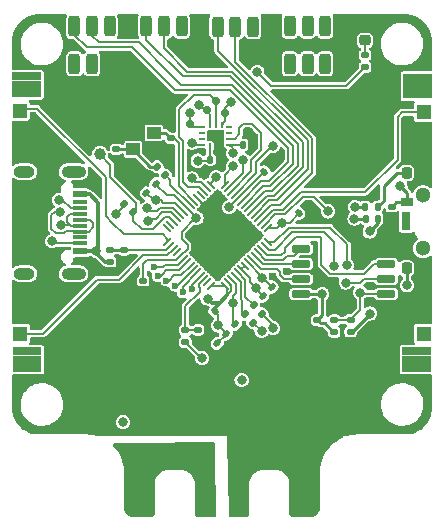
<source format=gbr>
%TF.GenerationSoftware,KiCad,Pcbnew,6.0.11-2627ca5db0~126~ubuntu22.04.1*%
%TF.CreationDate,2023-06-07T19:59:22+02:00*%
%TF.ProjectId,asac-fc-rev-b,61736163-2d66-4632-9d72-65762d622e6b,B*%
%TF.SameCoordinates,Original*%
%TF.FileFunction,Copper,L1,Top*%
%TF.FilePolarity,Positive*%
%FSLAX46Y46*%
G04 Gerber Fmt 4.6, Leading zero omitted, Abs format (unit mm)*
G04 Created by KiCad (PCBNEW 6.0.11-2627ca5db0~126~ubuntu22.04.1) date 2023-06-07 19:59:22*
%MOMM*%
%LPD*%
G01*
G04 APERTURE LIST*
G04 Aperture macros list*
%AMRoundRect*
0 Rectangle with rounded corners*
0 $1 Rounding radius*
0 $2 $3 $4 $5 $6 $7 $8 $9 X,Y pos of 4 corners*
0 Add a 4 corners polygon primitive as box body*
4,1,4,$2,$3,$4,$5,$6,$7,$8,$9,$2,$3,0*
0 Add four circle primitives for the rounded corners*
1,1,$1+$1,$2,$3*
1,1,$1+$1,$4,$5*
1,1,$1+$1,$6,$7*
1,1,$1+$1,$8,$9*
0 Add four rect primitives between the rounded corners*
20,1,$1+$1,$2,$3,$4,$5,0*
20,1,$1+$1,$4,$5,$6,$7,0*
20,1,$1+$1,$6,$7,$8,$9,0*
20,1,$1+$1,$8,$9,$2,$3,0*%
%AMRotRect*
0 Rectangle, with rotation*
0 The origin of the aperture is its center*
0 $1 length*
0 $2 width*
0 $3 Rotation angle, in degrees counterclockwise*
0 Add horizontal line*
21,1,$1,$2,0,0,$3*%
G04 Aperture macros list end*
%TA.AperFunction,SMDPad,CuDef*%
%ADD10RoundRect,0.150000X0.650000X0.150000X-0.650000X0.150000X-0.650000X-0.150000X0.650000X-0.150000X0*%
%TD*%
%TA.AperFunction,SMDPad,CuDef*%
%ADD11RoundRect,0.140000X0.170000X-0.140000X0.170000X0.140000X-0.170000X0.140000X-0.170000X-0.140000X0*%
%TD*%
%TA.AperFunction,SMDPad,CuDef*%
%ADD12RoundRect,0.140000X-0.021213X0.219203X-0.219203X0.021213X0.021213X-0.219203X0.219203X-0.021213X0*%
%TD*%
%TA.AperFunction,SMDPad,CuDef*%
%ADD13R,0.475000X0.250000*%
%TD*%
%TA.AperFunction,SMDPad,CuDef*%
%ADD14R,0.250000X0.475000*%
%TD*%
%TA.AperFunction,ComponentPad*%
%ADD15R,0.850000X0.700000*%
%TD*%
%TA.AperFunction,ComponentPad*%
%ADD16R,1.270000X1.270000*%
%TD*%
%TA.AperFunction,SMDPad,CuDef*%
%ADD17RoundRect,0.140000X-0.219203X-0.021213X-0.021213X-0.219203X0.219203X0.021213X0.021213X0.219203X0*%
%TD*%
%TA.AperFunction,SMDPad,CuDef*%
%ADD18RoundRect,0.135000X0.135000X0.185000X-0.135000X0.185000X-0.135000X-0.185000X0.135000X-0.185000X0*%
%TD*%
%TA.AperFunction,SMDPad,CuDef*%
%ADD19RoundRect,0.140000X0.219203X0.021213X0.021213X0.219203X-0.219203X-0.021213X-0.021213X-0.219203X0*%
%TD*%
%TA.AperFunction,SMDPad,CuDef*%
%ADD20C,1.000000*%
%TD*%
%TA.AperFunction,ComponentPad*%
%ADD21O,2.100000X1.000000*%
%TD*%
%TA.AperFunction,ComponentPad*%
%ADD22O,1.800000X1.000000*%
%TD*%
%TA.AperFunction,SMDPad,CuDef*%
%ADD23R,1.150000X0.600000*%
%TD*%
%TA.AperFunction,SMDPad,CuDef*%
%ADD24R,1.150000X0.300000*%
%TD*%
%TA.AperFunction,ComponentPad*%
%ADD25C,1.300000*%
%TD*%
%TA.AperFunction,SMDPad,CuDef*%
%ADD26R,0.800000X1.500000*%
%TD*%
%TA.AperFunction,SMDPad,CuDef*%
%ADD27R,1.000000X0.800000*%
%TD*%
%TA.AperFunction,SMDPad,CuDef*%
%ADD28RoundRect,0.135000X-0.226274X-0.035355X-0.035355X-0.226274X0.226274X0.035355X0.035355X0.226274X0*%
%TD*%
%TA.AperFunction,SMDPad,CuDef*%
%ADD29RoundRect,0.140000X0.021213X-0.219203X0.219203X-0.021213X-0.021213X0.219203X-0.219203X0.021213X0*%
%TD*%
%TA.AperFunction,SMDPad,CuDef*%
%ADD30RoundRect,0.218750X0.218750X0.256250X-0.218750X0.256250X-0.218750X-0.256250X0.218750X-0.256250X0*%
%TD*%
%TA.AperFunction,SMDPad,CuDef*%
%ADD31C,0.700000*%
%TD*%
%TA.AperFunction,ComponentPad*%
%ADD32RoundRect,0.250000X0.250000X-0.625000X0.250000X0.625000X-0.250000X0.625000X-0.250000X-0.625000X0*%
%TD*%
%TA.AperFunction,SMDPad,CuDef*%
%ADD33RoundRect,0.140000X-0.170000X0.140000X-0.170000X-0.140000X0.170000X-0.140000X0.170000X0.140000X0*%
%TD*%
%TA.AperFunction,SMDPad,CuDef*%
%ADD34RoundRect,0.135000X0.226274X0.035355X0.035355X0.226274X-0.226274X-0.035355X-0.035355X-0.226274X0*%
%TD*%
%TA.AperFunction,SMDPad,CuDef*%
%ADD35RoundRect,0.135000X0.185000X-0.135000X0.185000X0.135000X-0.185000X0.135000X-0.185000X-0.135000X0*%
%TD*%
%TA.AperFunction,SMDPad,CuDef*%
%ADD36RoundRect,0.135000X-0.185000X0.135000X-0.185000X-0.135000X0.185000X-0.135000X0.185000X0.135000X0*%
%TD*%
%TA.AperFunction,SMDPad,CuDef*%
%ADD37R,1.150000X1.000000*%
%TD*%
%TA.AperFunction,SMDPad,CuDef*%
%ADD38RoundRect,0.050000X0.238649X0.309359X-0.309359X-0.238649X-0.238649X-0.309359X0.309359X0.238649X0*%
%TD*%
%TA.AperFunction,SMDPad,CuDef*%
%ADD39RoundRect,0.050000X-0.238649X0.309359X-0.309359X0.238649X0.238649X-0.309359X0.309359X-0.238649X0*%
%TD*%
%TA.AperFunction,SMDPad,CuDef*%
%ADD40RotRect,3.200000X3.200000X225.000000*%
%TD*%
%TA.AperFunction,SMDPad,CuDef*%
%ADD41RoundRect,0.140000X-0.140000X-0.170000X0.140000X-0.170000X0.140000X0.170000X-0.140000X0.170000X0*%
%TD*%
%TA.AperFunction,SMDPad,CuDef*%
%ADD42RoundRect,0.218750X-0.256250X0.218750X-0.256250X-0.218750X0.256250X-0.218750X0.256250X0.218750X0*%
%TD*%
%TA.AperFunction,ViaPad*%
%ADD43C,0.800000*%
%TD*%
%TA.AperFunction,ViaPad*%
%ADD44C,0.600000*%
%TD*%
%TA.AperFunction,Conductor*%
%ADD45C,0.200000*%
%TD*%
%TA.AperFunction,Conductor*%
%ADD46C,0.254000*%
%TD*%
%TA.AperFunction,Conductor*%
%ADD47C,0.304800*%
%TD*%
%TA.AperFunction,Conductor*%
%ADD48C,0.250000*%
%TD*%
%TA.AperFunction,Conductor*%
%ADD49C,0.203200*%
%TD*%
G04 APERTURE END LIST*
D10*
%TO.P,U3,1,~{CS}*%
%TO.N,/QSPI_SS*%
X137990000Y-123475000D03*
%TO.P,U3,2,DO(IO1)*%
%TO.N,/QSPI_SD1*%
X137990000Y-122205000D03*
%TO.P,U3,3,IO2*%
%TO.N,/QSPI_SD2*%
X137990000Y-120935000D03*
%TO.P,U3,4,GND*%
%TO.N,GND*%
X137990000Y-119665000D03*
%TO.P,U3,5,DI(IO0)*%
%TO.N,/QSPI_SD0*%
X130790000Y-119665000D03*
%TO.P,U3,6,CLK*%
%TO.N,/QSPI_CLK*%
X130790000Y-120935000D03*
%TO.P,U3,7,IO3*%
%TO.N,/QSPI_SD3*%
X130790000Y-122205000D03*
%TO.P,U3,8,VCC*%
%TO.N,+3.3V*%
X130790000Y-123475000D03*
%TD*%
D11*
%TO.P,C2,1*%
%TO.N,Net-(C2-Pad1)*%
X115120000Y-111240000D03*
%TO.P,C2,2*%
%TO.N,GND*%
X115120000Y-110280000D03*
%TD*%
D12*
%TO.P,C13,1*%
%TO.N,+3.3V*%
X123469411Y-124970589D03*
%TO.P,C13,2*%
%TO.N,GND*%
X122790589Y-125649411D03*
%TD*%
D13*
%TO.P,U1,1,SDO*%
%TO.N,/SDO{slash}MISO*%
X122387500Y-109340000D03*
%TO.P,U1,2,ASDX*%
%TO.N,unconnected-(U1-Pad2)*%
X122387500Y-109840000D03*
%TO.P,U1,3,ASCX*%
%TO.N,unconnected-(U1-Pad3)*%
X122387500Y-110340000D03*
%TO.P,U1,4,INT1*%
%TO.N,/IMU_INT_1*%
X122387500Y-110840000D03*
D14*
%TO.P,U1,5,VDDIO*%
%TO.N,+3.3V*%
X123050000Y-111002500D03*
%TO.P,U1,6,GNDIO*%
%TO.N,GND*%
X123550000Y-111002500D03*
%TO.P,U1,7,GND*%
X124050000Y-111002500D03*
D13*
%TO.P,U1,8,VDD*%
%TO.N,+3.3V*%
X124712500Y-110840000D03*
%TO.P,U1,9,INT2*%
%TO.N,/IMU_INT_2*%
X124712500Y-110340000D03*
%TO.P,U1,10,OSCB*%
%TO.N,unconnected-(U1-Pad10)*%
X124712500Y-109840000D03*
%TO.P,U1,11,OSDO*%
%TO.N,unconnected-(U1-Pad11)*%
X124712500Y-109340000D03*
D14*
%TO.P,U1,12,CSB*%
%TO.N,/CSB{slash}CS*%
X124050000Y-109177500D03*
%TO.P,U1,13,SCX*%
%TO.N,/SCK*%
X123550000Y-109177500D03*
%TO.P,U1,14,SDX*%
%TO.N,/SDI{slash}MOSI*%
X123050000Y-109177500D03*
%TD*%
D15*
%TO.P,J4,1,Pin_1*%
%TO.N,/VBAT*%
X139775000Y-129750000D03*
X141375000Y-129050000D03*
X140575000Y-129050000D03*
X140575000Y-129750000D03*
X141375000Y-129750000D03*
X139775000Y-129050000D03*
X141375000Y-128350000D03*
X139775000Y-128350000D03*
X140575000Y-128350000D03*
D16*
%TO.P,J4,2,Pin_2*%
%TO.N,/M2*%
X141175000Y-126850000D03*
D15*
%TO.P,J4,3,Pin_3*%
%TO.N,GND*%
X139775000Y-124650000D03*
X140575000Y-123950000D03*
X140575000Y-125350000D03*
X141375000Y-124650000D03*
X141375000Y-123950000D03*
X141375000Y-125350000D03*
X140575000Y-124650000D03*
X139775000Y-125350000D03*
X139775000Y-123950000D03*
%TD*%
D17*
%TO.P,C18,1*%
%TO.N,+1V1*%
X128310589Y-122900589D03*
%TO.P,C18,2*%
%TO.N,GND*%
X128989411Y-123579411D03*
%TD*%
D15*
%TO.P,J9,1,Pin_1*%
%TO.N,/VBAT*%
X106749600Y-105777800D03*
X108349600Y-106477800D03*
X108349600Y-105777800D03*
X106749600Y-105077800D03*
X107549600Y-106477800D03*
X107549600Y-105777800D03*
X106749600Y-106477800D03*
X108349600Y-105077800D03*
X107549600Y-105077800D03*
D16*
%TO.P,J9,2,Pin_2*%
%TO.N,/M4*%
X106949600Y-107977800D03*
D15*
%TO.P,J9,3,Pin_3*%
%TO.N,GND*%
X108349600Y-110177800D03*
X107549600Y-110177800D03*
X106749600Y-109477800D03*
X107549600Y-110877800D03*
X106749600Y-110177800D03*
X108349600Y-110877800D03*
X106749600Y-110877800D03*
X107549600Y-109477800D03*
X108349600Y-109477800D03*
%TD*%
D18*
%TO.P,R8,1*%
%TO.N,Net-(D2-Pad2)*%
X137250000Y-116100000D03*
%TO.P,R8,2*%
%TO.N,/LED_RED*%
X136230000Y-116100000D03*
%TD*%
%TO.P,R9,1*%
%TO.N,Net-(D3-Pad2)*%
X137280000Y-117120000D03*
%TO.P,R9,2*%
%TO.N,/LED_GREEN*%
X136260000Y-117120000D03*
%TD*%
D17*
%TO.P,C14,1*%
%TO.N,+3.3V*%
X123670589Y-127680589D03*
%TO.P,C14,2*%
%TO.N,GND*%
X124349411Y-128359411D03*
%TD*%
D19*
%TO.P,C12,1*%
%TO.N,+3.3V*%
X118479411Y-114139411D03*
%TO.P,C12,2*%
%TO.N,GND*%
X117800589Y-113460589D03*
%TD*%
%TO.P,C16,1*%
%TO.N,+1V1*%
X117669411Y-114949411D03*
%TO.P,C16,2*%
%TO.N,GND*%
X116990589Y-114270589D03*
%TD*%
D20*
%TO.P,J7,1,Pin_1*%
%TO.N,/~{RESET}*%
X113742000Y-111660000D03*
%TO.P,J7,2,Pin_2*%
%TO.N,GND*%
X113742000Y-110360000D03*
%TD*%
D21*
%TO.P,J10,13*%
%TO.N,N/C*%
X111523500Y-113140000D03*
%TO.P,J10,14*%
X111523500Y-121780000D03*
D22*
%TO.P,J10,15*%
X107343500Y-113140000D03*
%TO.P,J10,16*%
X107343500Y-121780000D03*
D23*
%TO.P,J10,A1,GND*%
%TO.N,GND*%
X112087500Y-120660000D03*
X112087500Y-114260000D03*
%TO.P,J10,A4,VBUS*%
%TO.N,/VBUS*%
X112087500Y-119860000D03*
X112087500Y-115060000D03*
D24*
%TO.P,J10,A5,CC1*%
%TO.N,Net-(J10-PadA5)*%
X112087500Y-116210000D03*
%TO.P,J10,A6,D+*%
%TO.N,/USB+*%
X112087500Y-117210000D03*
%TO.P,J10,A7,D-*%
%TO.N,/USB-*%
X112087500Y-117710000D03*
%TO.P,J10,A8,SBU1*%
%TO.N,unconnected-(J10-PadA8)*%
X112087500Y-118710000D03*
%TO.P,J10,B5,CC2*%
%TO.N,Net-(J10-PadB5)*%
X112087500Y-119210000D03*
%TO.P,J10,B6,D+*%
%TO.N,/USB+*%
X112087500Y-118210000D03*
%TO.P,J10,B7,D-*%
%TO.N,/USB-*%
X112087500Y-116710000D03*
%TO.P,J10,B8,SBU2*%
%TO.N,unconnected-(J10-PadB8)*%
X112087500Y-115710000D03*
%TD*%
D25*
%TO.P,SW1,*%
%TO.N,*%
X141090000Y-119630000D03*
X141090000Y-115130000D03*
D26*
X139690000Y-117344000D03*
D27*
%TO.P,SW1,1,A*%
%TO.N,/~{USB_BOOT}*%
X139740000Y-115705000D03*
%TO.P,SW1,2,B*%
%TO.N,GND*%
X139740000Y-119055000D03*
%TD*%
D28*
%TO.P,R1,1*%
%TO.N,Net-(C2-Pad1)*%
X118569376Y-112709376D03*
%TO.P,R1,2*%
%TO.N,/XOUT*%
X119290624Y-113430624D03*
%TD*%
D29*
%TO.P,C11,1*%
%TO.N,+3.3V*%
X127660589Y-113149411D03*
%TO.P,C11,2*%
%TO.N,GND*%
X128339411Y-112470589D03*
%TD*%
D30*
%TO.P,D3,1,K*%
%TO.N,GND*%
X141277500Y-121330000D03*
%TO.P,D3,2,A*%
%TO.N,Net-(D3-Pad2)*%
X139702500Y-121330000D03*
%TD*%
D31*
%TO.P,TP3,1,1*%
%TO.N,/SDI{slash}MOSI*%
X122850000Y-107930000D03*
%TD*%
D32*
%TO.P,J3,1,Pin_1*%
%TO.N,/VBAT*%
X111580000Y-104000000D03*
%TO.P,J3,2,Pin_2*%
X113080000Y-104000000D03*
%TO.P,J3,3,Pin_3*%
%TO.N,GND*%
X114580000Y-104000000D03*
%TO.P,J3,4,Pin_4*%
X116080000Y-104000000D03*
%TD*%
D17*
%TO.P,C7,1*%
%TO.N,+3.3V*%
X124420589Y-126880589D03*
%TO.P,C7,2*%
%TO.N,GND*%
X125099411Y-127559411D03*
%TD*%
D28*
%TO.P,R4,1*%
%TO.N,+3.3V*%
X115809376Y-115859376D03*
%TO.P,R4,2*%
%TO.N,/~{RESET}*%
X116530624Y-116580624D03*
%TD*%
D33*
%TO.P,C9,2*%
%TO.N,GND*%
X117410000Y-123330000D03*
%TO.P,C9,1*%
%TO.N,+3.3V*%
X117410000Y-122370000D03*
%TD*%
D15*
%TO.P,J1,1,Pin_1*%
%TO.N,/VBAT*%
X139820000Y-105900000D03*
X141420000Y-106600000D03*
X141420000Y-105200000D03*
X139820000Y-105200000D03*
X140620000Y-105900000D03*
X140620000Y-105200000D03*
X140620000Y-106600000D03*
X139820000Y-106600000D03*
X141420000Y-105900000D03*
D16*
%TO.P,J1,2,Pin_2*%
%TO.N,/M1*%
X141170000Y-108100000D03*
D15*
%TO.P,J1,3,Pin_3*%
%TO.N,GND*%
X139820000Y-111000000D03*
X140620000Y-110300000D03*
X140620000Y-111000000D03*
X141420000Y-110300000D03*
X139820000Y-109600000D03*
X141420000Y-111000000D03*
X140620000Y-109600000D03*
X139820000Y-110300000D03*
X141420000Y-109600000D03*
%TD*%
D34*
%TO.P,R3,1*%
%TO.N,/USB-*%
X126710624Y-125920624D03*
%TO.P,R3,2*%
%TO.N,Net-(R3-Pad2)*%
X125989376Y-125199376D03*
%TD*%
D32*
%TO.P,J15,1,Pin_1*%
%TO.N,/SCL1*%
X123720000Y-100850000D03*
%TO.P,J15,2,Pin_2*%
%TO.N,/SDA1*%
X125220000Y-100850000D03*
%TO.P,J15,3,Pin_3*%
%TO.N,+3.3V*%
X126720000Y-100850000D03*
%TO.P,J15,4,Pin_4*%
%TO.N,GND*%
X128220000Y-100850000D03*
%TD*%
D35*
%TO.P,R12,1*%
%TO.N,/~{USB_BOOT}*%
X134970000Y-126690000D03*
%TO.P,R12,2*%
%TO.N,/QSPI_SS*%
X134970000Y-125670000D03*
%TD*%
D36*
%TO.P,R13,1*%
%TO.N,/QSPI_SS*%
X133590000Y-125700000D03*
%TO.P,R13,2*%
%TO.N,+3.3V*%
X133590000Y-126720000D03*
%TD*%
D37*
%TO.P,Y1,1,1*%
%TO.N,/XIN*%
X118305000Y-109850000D03*
%TO.P,Y1,2,2*%
%TO.N,GND*%
X116555000Y-109850000D03*
%TO.P,Y1,3,3*%
%TO.N,Net-(C2-Pad1)*%
X116555000Y-111250000D03*
%TO.P,Y1,4,4*%
%TO.N,GND*%
X118305000Y-111250000D03*
%TD*%
D38*
%TO.P,U2,1,IOVDD*%
%TO.N,+3.3V*%
X127972364Y-117934534D03*
%TO.P,U2,2,GPIO0*%
%TO.N,/M2*%
X127689521Y-117651691D03*
%TO.P,U2,3,GPIO1*%
%TO.N,/M1*%
X127406679Y-117368849D03*
%TO.P,U2,4,GPIO2*%
%TO.N,/SDA1*%
X127123836Y-117086006D03*
%TO.P,U2,5,GPIO3*%
%TO.N,/SCL1*%
X126840993Y-116803163D03*
%TO.P,U2,6,GPIO4*%
%TO.N,/TX1*%
X126558151Y-116520321D03*
%TO.P,U2,7,GPIO5*%
%TO.N,/RX1*%
X126275308Y-116237478D03*
%TO.P,U2,8,GPIO6*%
%TO.N,/TX_2_PIO*%
X125992465Y-115954635D03*
%TO.P,U2,9,GPIO7*%
%TO.N,/RX_2_PIO*%
X125709622Y-115671792D03*
%TO.P,U2,10,IOVDD*%
%TO.N,+3.3V*%
X125426780Y-115388950D03*
%TO.P,U2,11,GPIO8*%
%TO.N,/LED_BLUE*%
X125143937Y-115106107D03*
%TO.P,U2,12,GPIO9*%
%TO.N,/IMU_INT_2*%
X124861094Y-114823264D03*
%TO.P,U2,13,GPIO10*%
%TO.N,/IMU_INT_1*%
X124578252Y-114540422D03*
%TO.P,U2,14,GPIO11*%
%TO.N,/SDI{slash}MOSI*%
X124295409Y-114257579D03*
D39*
%TO.P,U2,15,GPIO12*%
%TO.N,/SDO{slash}MISO*%
X123111005Y-114257579D03*
%TO.P,U2,16,GPIO13*%
%TO.N,/CSB{slash}CS*%
X122828162Y-114540422D03*
%TO.P,U2,17,GPIO14*%
%TO.N,/SCK*%
X122545320Y-114823264D03*
%TO.P,U2,18,GPIO15*%
%TO.N,unconnected-(U2-Pad18)*%
X122262477Y-115106107D03*
%TO.P,U2,19,TESTEN*%
%TO.N,GND*%
X121979634Y-115388950D03*
%TO.P,U2,20,XIN*%
%TO.N,/XIN*%
X121696792Y-115671792D03*
%TO.P,U2,21,XOUT*%
%TO.N,/XOUT*%
X121413949Y-115954635D03*
%TO.P,U2,22,IOVDD*%
%TO.N,+3.3V*%
X121131106Y-116237478D03*
%TO.P,U2,23,DVDD*%
%TO.N,+1V1*%
X120848263Y-116520321D03*
%TO.P,U2,24,SWCLK*%
%TO.N,/SWCLK*%
X120565421Y-116803163D03*
%TO.P,U2,25,SWD*%
%TO.N,/SWD*%
X120282578Y-117086006D03*
%TO.P,U2,26,RUN*%
%TO.N,/~{RESET}*%
X119999735Y-117368849D03*
%TO.P,U2,27,GPIO16*%
%TO.N,unconnected-(U2-Pad27)*%
X119716893Y-117651691D03*
%TO.P,U2,28,GPIO17*%
%TO.N,unconnected-(U2-Pad28)*%
X119434050Y-117934534D03*
D38*
%TO.P,U2,29,GPIO18*%
%TO.N,/M4*%
X119434050Y-119118938D03*
%TO.P,U2,30,GPIO19*%
%TO.N,/VUSB_SENSE*%
X119716893Y-119401781D03*
%TO.P,U2,31,GPIO20*%
%TO.N,/M3*%
X119999735Y-119684623D03*
%TO.P,U2,32,GPIO21*%
%TO.N,unconnected-(U2-Pad32)*%
X120282578Y-119967466D03*
%TO.P,U2,33,IOVDD*%
%TO.N,+3.3V*%
X120565421Y-120250309D03*
%TO.P,U2,34,GPIO22*%
%TO.N,/GPIO22*%
X120848263Y-120533151D03*
%TO.P,U2,35,GPIO23*%
%TO.N,/GPIO23*%
X121131106Y-120815994D03*
%TO.P,U2,36,GPIO24*%
%TO.N,/GPIO24*%
X121413949Y-121098837D03*
%TO.P,U2,37,GPIO25*%
%TO.N,/GPIO25*%
X121696792Y-121381680D03*
%TO.P,U2,38,GPIO26_ADC0*%
%TO.N,/LED_RED*%
X121979634Y-121664522D03*
%TO.P,U2,39,GPIO27_ADC1*%
%TO.N,/LED_GREEN*%
X122262477Y-121947365D03*
%TO.P,U2,40,GPIO28_ADC2*%
%TO.N,/VBAT_ADC*%
X122545320Y-122230208D03*
%TO.P,U2,41,GPIO29_ADC3*%
%TO.N,unconnected-(U2-Pad41)*%
X122828162Y-122513050D03*
%TO.P,U2,42,IOVDD*%
%TO.N,+3.3V*%
X123111005Y-122795893D03*
D39*
%TO.P,U2,43,ADC_AVDD*%
X124295409Y-122795893D03*
%TO.P,U2,44,VREG_IN*%
X124578252Y-122513050D03*
%TO.P,U2,45,VREG_VOUT*%
%TO.N,+1V1*%
X124861094Y-122230208D03*
%TO.P,U2,46,USB_DM*%
%TO.N,Net-(R3-Pad2)*%
X125143937Y-121947365D03*
%TO.P,U2,47,USB_DP*%
%TO.N,Net-(R2-Pad2)*%
X125426780Y-121664522D03*
%TO.P,U2,48,USB_VDD*%
%TO.N,+3.3V*%
X125709622Y-121381680D03*
%TO.P,U2,49,IOVDD*%
X125992465Y-121098837D03*
%TO.P,U2,50,DVDD*%
%TO.N,+1V1*%
X126275308Y-120815994D03*
%TO.P,U2,51,QSPI_SD3*%
%TO.N,/QSPI_SD3*%
X126558151Y-120533151D03*
%TO.P,U2,52,QSPI_SCLK*%
%TO.N,/QSPI_CLK*%
X126840993Y-120250309D03*
%TO.P,U2,53,QSPI_SD0*%
%TO.N,/QSPI_SD0*%
X127123836Y-119967466D03*
%TO.P,U2,54,QSPI_SD2*%
%TO.N,/QSPI_SD2*%
X127406679Y-119684623D03*
%TO.P,U2,55,QSPI_SD1*%
%TO.N,/QSPI_SD1*%
X127689521Y-119401781D03*
%TO.P,U2,56,QSPI_SS*%
%TO.N,/QSPI_SS*%
X127972364Y-119118938D03*
D40*
%TO.P,U2,57,GND*%
%TO.N,GND*%
X123703207Y-118526736D03*
%TD*%
D17*
%TO.P,C15,1*%
%TO.N,+1V1*%
X125200589Y-126060589D03*
%TO.P,C15,2*%
%TO.N,GND*%
X125879411Y-126739411D03*
%TD*%
D35*
%TO.P,R10,1*%
%TO.N,/VBAT*%
X120980000Y-127570000D03*
%TO.P,R10,2*%
%TO.N,/VBAT_ADC*%
X120980000Y-126550000D03*
%TD*%
D32*
%TO.P,J8,1,Pin_1*%
%TO.N,/RX1*%
X117660000Y-100830000D03*
%TO.P,J8,2,Pin_2*%
%TO.N,/TX1*%
X119160000Y-100830000D03*
%TO.P,J8,3,Pin_3*%
%TO.N,+5V*%
X120660000Y-100830000D03*
%TO.P,J8,4,Pin_4*%
%TO.N,GND*%
X122160000Y-100830000D03*
%TD*%
D34*
%TO.P,R2,1*%
%TO.N,/USB+*%
X127470624Y-125180624D03*
%TO.P,R2,2*%
%TO.N,Net-(R2-Pad2)*%
X126749376Y-124459376D03*
%TD*%
D31*
%TO.P,TP2,1,1*%
%TO.N,/SCK*%
X123550000Y-107120000D03*
%TD*%
D41*
%TO.P,C4,1*%
%TO.N,+3.3V*%
X125830000Y-110860000D03*
%TO.P,C4,2*%
%TO.N,GND*%
X126790000Y-110860000D03*
%TD*%
D36*
%TO.P,R11,1*%
%TO.N,/VBAT_ADC*%
X122050000Y-126540000D03*
%TO.P,R11,2*%
%TO.N,GND*%
X122050000Y-127560000D03*
%TD*%
D32*
%TO.P,J2,1,Pin_1*%
%TO.N,/GPIO24*%
X129820000Y-104000000D03*
%TO.P,J2,2,Pin_2*%
%TO.N,/GPIO25*%
X131320000Y-104000000D03*
%TO.P,J2,3,Pin_3*%
%TO.N,+3.3V*%
X132820000Y-104000000D03*
%TO.P,J2,4,Pin_4*%
%TO.N,GND*%
X134320000Y-104000000D03*
%TD*%
D17*
%TO.P,C8,1*%
%TO.N,+3.3V*%
X127530589Y-123660589D03*
%TO.P,C8,2*%
%TO.N,GND*%
X128209411Y-124339411D03*
%TD*%
D31*
%TO.P,TP4,1,1*%
%TO.N,/SDO{slash}MISO*%
X121360000Y-109120000D03*
%TD*%
D15*
%TO.P,J6,1,Pin_1*%
%TO.N,/VBAT*%
X107574600Y-129050000D03*
X107574600Y-128350000D03*
X107574600Y-129750000D03*
X108374600Y-128350000D03*
X108374600Y-129050000D03*
X106774600Y-129050000D03*
X108374600Y-129750000D03*
X106774600Y-129750000D03*
X106774600Y-128350000D03*
D16*
%TO.P,J6,2,Pin_2*%
%TO.N,/M3*%
X106974600Y-126850000D03*
D15*
%TO.P,J6,3,Pin_3*%
%TO.N,GND*%
X108374600Y-123950000D03*
X107574600Y-124650000D03*
X107574600Y-125350000D03*
X108374600Y-125350000D03*
X106774600Y-124650000D03*
X108374600Y-124650000D03*
X107574600Y-123950000D03*
X106774600Y-125350000D03*
X106774600Y-123950000D03*
%TD*%
D33*
%TO.P,C1,1*%
%TO.N,/XIN*%
X119760000Y-110320000D03*
%TO.P,C1,2*%
%TO.N,GND*%
X119760000Y-111280000D03*
%TD*%
D31*
%TO.P,TP1,1,1*%
%TO.N,/CSB{slash}CS*%
X124360000Y-108130000D03*
%TD*%
D42*
%TO.P,D1,1,K*%
%TO.N,GND*%
X136180000Y-100442500D03*
%TO.P,D1,2,A*%
%TO.N,Net-(D1-Pad2)*%
X136180000Y-102017500D03*
%TD*%
D32*
%TO.P,J5,1,Pin_1*%
%TO.N,/RX_2_PIO*%
X111580000Y-100840000D03*
%TO.P,J5,2,Pin_2*%
%TO.N,/TX_2_PIO*%
X113080000Y-100840000D03*
%TO.P,J5,3,Pin_3*%
%TO.N,+5V*%
X114580000Y-100840000D03*
%TO.P,J5,4,Pin_4*%
%TO.N,GND*%
X116080000Y-100840000D03*
%TD*%
D35*
%TO.P,R15,1*%
%TO.N,/VBUS*%
X114610000Y-120770000D03*
%TO.P,R15,2*%
%TO.N,/VUSB_SENSE*%
X114610000Y-119750000D03*
%TD*%
D32*
%TO.P,J12,1,Pin_1*%
%TO.N,/GPIO22*%
X129820000Y-100830000D03*
%TO.P,J12,2,Pin_2*%
%TO.N,/GPIO23*%
X131320000Y-100830000D03*
%TO.P,J12,3,Pin_3*%
%TO.N,+3.3V*%
X132820000Y-100830000D03*
%TO.P,J12,4,Pin_4*%
%TO.N,GND*%
X134320000Y-100830000D03*
%TD*%
D33*
%TO.P,C17,1*%
%TO.N,+3.3V*%
X132150000Y-125710000D03*
%TO.P,C17,2*%
%TO.N,GND*%
X132150000Y-126670000D03*
%TD*%
D36*
%TO.P,R16,1*%
%TO.N,/VUSB_SENSE*%
X115780000Y-119770000D03*
%TO.P,R16,2*%
%TO.N,GND*%
X115780000Y-120790000D03*
%TD*%
D30*
%TO.P,D2,1,K*%
%TO.N,GND*%
X141297500Y-113240000D03*
%TO.P,D2,2,A*%
%TO.N,Net-(D2-Pad2)*%
X139722500Y-113240000D03*
%TD*%
D36*
%TO.P,R7,1*%
%TO.N,Net-(D1-Pad2)*%
X136190000Y-103270000D03*
%TO.P,R7,2*%
%TO.N,/LED_BLUE*%
X136190000Y-104290000D03*
%TD*%
D29*
%TO.P,C10,1*%
%TO.N,+3.3V*%
X130590589Y-116669411D03*
%TO.P,C10,2*%
%TO.N,GND*%
X131269411Y-115990589D03*
%TD*%
D41*
%TO.P,C3,1*%
%TO.N,+3.3V*%
X123100000Y-112110000D03*
%TO.P,C3,2*%
%TO.N,GND*%
X124060000Y-112110000D03*
%TD*%
D33*
%TO.P,C19,1*%
%TO.N,/~{USB_BOOT}*%
X138460000Y-116090000D03*
%TO.P,C19,2*%
%TO.N,GND*%
X138460000Y-117050000D03*
%TD*%
D43*
%TO.N,GND*%
X125300000Y-136600000D03*
X127700000Y-136600000D03*
X136500000Y-133500000D03*
X136500000Y-132000000D03*
X128900000Y-137800000D03*
X129330000Y-124560000D03*
X116560000Y-108360000D03*
X116155382Y-113654618D03*
X131300000Y-140500000D03*
X135500000Y-107500000D03*
X125400000Y-139300000D03*
X126500000Y-136600000D03*
X113000000Y-107000000D03*
X126359500Y-109779372D03*
X130100000Y-136600000D03*
X111500000Y-107000000D03*
X136500000Y-130500000D03*
X137000000Y-109000000D03*
X135500000Y-109000000D03*
X138000000Y-130500000D03*
X130100000Y-137800000D03*
X116000000Y-107000000D03*
X111500000Y-108500000D03*
X131300000Y-137800000D03*
X114500000Y-107000000D03*
X128990000Y-111820000D03*
X113530000Y-114180000D03*
X123593417Y-128986583D03*
X134000000Y-112000000D03*
X126107882Y-127482118D03*
X116901713Y-112838287D03*
X128896316Y-125391669D03*
X136500000Y-129000000D03*
X113771100Y-123700000D03*
X134000000Y-109000000D03*
X122400000Y-118600000D03*
X135500000Y-110500000D03*
X131300000Y-139300000D03*
X108570000Y-117490000D03*
X125300000Y-137800000D03*
X123100000Y-117900000D03*
X123550000Y-110080000D03*
X113327597Y-121165913D03*
X119560500Y-112330000D03*
X113000000Y-108500000D03*
X134000000Y-107500000D03*
X132140000Y-117175500D03*
X128900000Y-136600000D03*
X125400000Y-140500000D03*
X137000000Y-112000000D03*
X135500000Y-112000000D03*
X123800000Y-117200000D03*
X134000000Y-110500000D03*
X131300000Y-141700000D03*
X131300000Y-136600000D03*
X126500000Y-137800000D03*
X137000000Y-107500000D03*
X137000000Y-110500000D03*
X127700000Y-137800000D03*
X125400000Y-141700000D03*
%TO.N,+3.3V*%
X125040434Y-111594191D03*
X121920000Y-117080000D03*
X122020250Y-112200250D03*
X132570000Y-123510000D03*
X123755353Y-126154647D03*
X126949073Y-122946988D03*
X115086583Y-116743417D03*
X124680000Y-116150000D03*
X122860000Y-123880000D03*
X129190000Y-117459500D03*
%TO.N,+1V1*%
X124990500Y-124270000D03*
X118504608Y-115571191D03*
X127487842Y-122105125D03*
%TO.N,/~{USB_BOOT}*%
X136620000Y-125150000D03*
X139190000Y-114390000D03*
%TO.N,/VBAT*%
X116200000Y-136600000D03*
X121500000Y-137800000D03*
X118800000Y-137800000D03*
X116700000Y-141500000D03*
X120100000Y-137800000D03*
X116700000Y-139000000D03*
X122800000Y-141600000D03*
X116200000Y-137800000D03*
X122800000Y-140400000D03*
X117500000Y-137800000D03*
X120100000Y-136600000D03*
X118800000Y-136600000D03*
X122398417Y-128931583D03*
X117500000Y-136600000D03*
X122800000Y-139100000D03*
X122800000Y-136600000D03*
X115700000Y-134340000D03*
X122800000Y-137800000D03*
X116700000Y-140300000D03*
X121500000Y-136600000D03*
%TO.N,+5V*%
X125740000Y-130790000D03*
%TO.N,Net-(D3-Pad2)*%
X136584500Y-118202299D03*
X139770000Y-122760000D03*
%TO.N,/VBUS*%
X113420000Y-119850000D03*
%TO.N,/USB-*%
X110420000Y-117660000D03*
X127436868Y-126613078D03*
%TO.N,/USB+*%
X128410000Y-126385000D03*
X110375084Y-116516002D03*
%TO.N,/LED_BLUE*%
X128370000Y-110970000D03*
X127072465Y-104677535D03*
%TO.N,/LED_RED*%
X135330000Y-116110000D03*
D44*
X120742380Y-123360500D03*
%TO.N,/LED_GREEN*%
X121499418Y-123103406D03*
D43*
X135292545Y-117108800D03*
%TO.N,/QSPI_SS*%
X134675000Y-121050000D03*
X135780000Y-123370000D03*
%TO.N,/SWCLK*%
X117754860Y-116232163D03*
%TO.N,/SWD*%
X117822117Y-117330500D03*
%TO.N,/QSPI_SD1*%
X133547029Y-121093471D03*
X134555000Y-122525000D03*
%TO.N,/M2*%
X133068614Y-116499500D03*
D44*
%TO.N,/GPIO23*%
X118659904Y-121982082D03*
%TO.N,/GPIO24*%
X119365262Y-122358478D03*
D43*
%TO.N,/SDO{slash}MISO*%
X123580000Y-113620000D03*
X121359622Y-108159622D03*
%TO.N,/IMU_INT_1*%
X125877576Y-112140265D03*
X121582368Y-110679973D03*
%TO.N,/CSB{slash}CS*%
X124830378Y-107259622D03*
X121530000Y-113710500D03*
%TO.N,/SDI{slash}MOSI*%
X125030000Y-112670000D03*
X122160000Y-107459500D03*
%TO.N,Net-(J10-PadA5)*%
X110278169Y-115521209D03*
%TO.N,Net-(J10-PadB5)*%
X109710000Y-119020000D03*
D44*
%TO.N,/GPIO22*%
X118339223Y-121249711D03*
%TO.N,/GPIO25*%
X120067454Y-122781924D03*
%TD*%
D45*
%TO.N,/XIN*%
X120410000Y-114385000D02*
X120410000Y-110690000D01*
X120040000Y-110320000D02*
X119760000Y-110320000D01*
D46*
X119290000Y-109850000D02*
X119760000Y-110320000D01*
D45*
X121696792Y-115671792D02*
X120410000Y-114385000D01*
D46*
X118305000Y-109850000D02*
X119290000Y-109850000D01*
D45*
X120410000Y-110690000D02*
X120040000Y-110320000D01*
D47*
%TO.N,GND*%
X112087500Y-120660000D02*
X112821684Y-120660000D01*
X131269411Y-116304911D02*
X131269411Y-115990589D01*
D46*
X118420000Y-111330000D02*
X119710000Y-111330000D01*
X123593417Y-128793417D02*
X123593417Y-128986583D01*
D45*
X121979634Y-115388950D02*
X123703207Y-117112523D01*
D47*
X113810000Y-121820000D02*
X114910000Y-121820000D01*
X115780000Y-120950000D02*
X115780000Y-120790000D01*
X114910000Y-121820000D02*
X115780000Y-120950000D01*
X112087500Y-114260000D02*
X113450000Y-114260000D01*
D46*
X116560000Y-108360000D02*
X116560000Y-109845000D01*
X116155382Y-113654618D02*
X116374618Y-113654618D01*
D47*
X113450000Y-114260000D02*
X113530000Y-114180000D01*
D45*
X124060000Y-112110000D02*
X124050000Y-112100000D01*
D47*
X112821684Y-120660000D02*
X113327597Y-121165913D01*
X116050000Y-109850000D02*
X116555000Y-109850000D01*
D46*
X117178287Y-112838287D02*
X117800589Y-113460589D01*
D47*
X115120000Y-110280000D02*
X115620000Y-110280000D01*
X132150000Y-126670000D02*
X130174647Y-126670000D01*
D45*
X128990000Y-111820000D02*
X128840000Y-111820000D01*
X128840000Y-111820000D02*
X128220000Y-112440000D01*
D46*
X119560500Y-112330000D02*
X119760000Y-112130500D01*
X122050000Y-127560000D02*
X122360000Y-127560000D01*
D45*
X123550000Y-111002500D02*
X123550000Y-110080000D01*
D46*
X119760000Y-112130500D02*
X119760000Y-111280000D01*
D47*
X115620000Y-110280000D02*
X116050000Y-109850000D01*
D46*
X123722239Y-128986583D02*
X124349411Y-128359411D01*
X123593417Y-128986583D02*
X123722239Y-128986583D01*
D47*
X130174647Y-126670000D02*
X128896316Y-125391669D01*
D48*
X138460000Y-117050000D02*
X138460000Y-118130000D01*
X139385000Y-119055000D02*
X139740000Y-119055000D01*
D46*
X116901713Y-112838287D02*
X117178287Y-112838287D01*
X116374618Y-113654618D02*
X116990589Y-114270589D01*
X119710000Y-111330000D02*
X119760000Y-111280000D01*
D45*
X128896316Y-125391669D02*
X128896316Y-125026316D01*
X126359500Y-109779372D02*
X126790000Y-110209872D01*
D48*
X141290000Y-113232500D02*
X141297500Y-113240000D01*
D47*
X132140000Y-117175500D02*
X131269411Y-116304911D01*
D45*
X140668207Y-124331736D02*
X140678207Y-124341736D01*
D47*
X113327597Y-121337597D02*
X113810000Y-121820000D01*
D48*
X138460000Y-118130000D02*
X139385000Y-119055000D01*
D46*
X122360000Y-127560000D02*
X123593417Y-128793417D01*
X116560000Y-109845000D02*
X116555000Y-109850000D01*
D45*
X128896316Y-125026316D02*
X128209411Y-124339411D01*
D49*
X128989411Y-123579411D02*
X128989411Y-124219411D01*
D45*
X123550000Y-111002500D02*
X124050000Y-111002500D01*
X124050000Y-112100000D02*
X124050000Y-111002500D01*
D49*
X128989411Y-124219411D02*
X129330000Y-124560000D01*
D47*
X113327597Y-121165913D02*
X113327597Y-121337597D01*
D45*
X126790000Y-110209872D02*
X126790000Y-110860000D01*
X123703207Y-117112523D02*
X123703207Y-118526736D01*
D46*
%TO.N,Net-(C2-Pad1)*%
X115120000Y-111240000D02*
X116545000Y-111240000D01*
X116545000Y-111240000D02*
X116555000Y-111250000D01*
X118014376Y-112709376D02*
X118569376Y-112709376D01*
X116555000Y-111250000D02*
X118014376Y-112709376D01*
D45*
%TO.N,+3.3V*%
X123050000Y-111002500D02*
X123050000Y-112060000D01*
X121920000Y-117080000D02*
X121820000Y-117080000D01*
D46*
X132430000Y-125990000D02*
X132150000Y-125710000D01*
D45*
X124420589Y-126819883D02*
X124420589Y-126880589D01*
X127660589Y-113155141D02*
X127660589Y-113149411D01*
X125040434Y-111167934D02*
X124712500Y-110840000D01*
X119116062Y-120630000D02*
X117720000Y-120630000D01*
X125040434Y-111594191D02*
X125040434Y-111167934D01*
X119119237Y-120626825D02*
X119116062Y-120630000D01*
X126949073Y-122946988D02*
X126453207Y-122451122D01*
X121820000Y-117080000D02*
X120670000Y-118230000D01*
X121170000Y-119645730D02*
X120565421Y-120250309D01*
X115809376Y-116020624D02*
X115809376Y-115859376D01*
D47*
X122860000Y-123880000D02*
X123194972Y-124214972D01*
D45*
X120670000Y-118820000D02*
X121170000Y-119320000D01*
X120025785Y-115140000D02*
X119391471Y-115140000D01*
D46*
X133590000Y-126720000D02*
X133520000Y-126720000D01*
D45*
X123755353Y-126154647D02*
X123755353Y-125256531D01*
X121920000Y-117080000D02*
X121690000Y-116850000D01*
X120237521Y-115351736D02*
X120025785Y-115140000D01*
X123050000Y-112060000D02*
X123100000Y-112110000D01*
X121170000Y-119320000D02*
X121170000Y-119645730D01*
D46*
X132535000Y-123475000D02*
X132570000Y-123510000D01*
D45*
X118479411Y-114227940D02*
X118479411Y-114139411D01*
X115086583Y-116743417D02*
X115809376Y-116020624D01*
X123111005Y-122795893D02*
X124295409Y-122795893D01*
X120188905Y-120626825D02*
X119119237Y-120626825D01*
D47*
X123194972Y-124214972D02*
X123914972Y-124214972D01*
D46*
X132570000Y-125290000D02*
X132150000Y-125710000D01*
D45*
X129190000Y-117459500D02*
X129800500Y-117459500D01*
X124680000Y-116150000D02*
X125050262Y-115779738D01*
X124853207Y-123276736D02*
X124853207Y-122788005D01*
X117720000Y-120630000D02*
X117410000Y-120940000D01*
X126453207Y-122125265D02*
X125709622Y-121381680D01*
X124853207Y-122788005D02*
X124578252Y-122513050D01*
X125050262Y-115765466D02*
X125426780Y-115388950D01*
X125709622Y-121381680D02*
X125992465Y-121098837D01*
X124420589Y-126930589D02*
X124420589Y-126880589D01*
X121690000Y-116796372D02*
X121248263Y-116354635D01*
X125426780Y-115388950D02*
X127660589Y-113155141D01*
X124520589Y-123609354D02*
X124853207Y-123276736D01*
X129800500Y-117459500D02*
X130590589Y-116669411D01*
X126453207Y-122451122D02*
X126453207Y-122125265D01*
D46*
X132570000Y-123510000D02*
X132570000Y-125290000D01*
D45*
X124520589Y-123021073D02*
X124520589Y-123609354D01*
D46*
X133520000Y-126720000D02*
X132790000Y-125990000D01*
D45*
X125050262Y-115779738D02*
X125050262Y-115765466D01*
D47*
X123469411Y-124970589D02*
X123469411Y-124660532D01*
D45*
X124295409Y-122795893D02*
X124520589Y-123021073D01*
D47*
X123469411Y-124660532D02*
X123914972Y-124214972D01*
D45*
X117410000Y-120940000D02*
X117410000Y-122370000D01*
X123755353Y-126154647D02*
X124420589Y-126819883D01*
X129190000Y-117459500D02*
X128714966Y-117934534D01*
X120670000Y-118230000D02*
X120670000Y-118820000D01*
X120245364Y-115351736D02*
X120237521Y-115351736D01*
D46*
X132790000Y-125990000D02*
X132430000Y-125990000D01*
D45*
X121690000Y-116850000D02*
X121690000Y-116796372D01*
X123009750Y-112200250D02*
X122020250Y-112200250D01*
X123670589Y-127680589D02*
X124420589Y-126930589D01*
X126949073Y-123079073D02*
X127530589Y-123660589D01*
X124712500Y-110840000D02*
X125810000Y-110840000D01*
X123100000Y-112110000D02*
X123009750Y-112200250D01*
X125810000Y-110840000D02*
X125830000Y-110860000D01*
X128714966Y-117934534D02*
X127972364Y-117934534D01*
X123755353Y-125256531D02*
X123469411Y-124970589D01*
D46*
X130790000Y-123475000D02*
X132535000Y-123475000D01*
D45*
X120565421Y-120250309D02*
X120188905Y-120626825D01*
D47*
X123914972Y-124214972D02*
X124520589Y-123609354D01*
D45*
X121131106Y-116237478D02*
X120245364Y-115351736D01*
X119391471Y-115140000D02*
X118479411Y-114227940D01*
%TO.N,+1V1*%
X120079678Y-115751736D02*
X120848263Y-116520321D01*
X118504608Y-115571191D02*
X118291191Y-115571191D01*
X118291191Y-115571191D02*
X117669411Y-114949411D01*
X118504608Y-115571191D02*
X118920741Y-115571191D01*
X124990500Y-123705129D02*
X125253207Y-123442422D01*
D49*
X127515125Y-122105125D02*
X128310589Y-122900589D01*
D45*
X124990500Y-124270000D02*
X124990500Y-123705129D01*
X127487842Y-122028528D02*
X126275308Y-120815994D01*
X119101286Y-115751736D02*
X120079678Y-115751736D01*
X124990500Y-124270000D02*
X124990500Y-125850500D01*
X118920741Y-115571191D02*
X119101286Y-115751736D01*
X124990500Y-125850500D02*
X125200589Y-126060589D01*
X127487842Y-122105125D02*
X127487842Y-122028528D01*
D49*
X127487842Y-122105125D02*
X127515125Y-122105125D01*
D45*
X125253207Y-123442422D02*
X125253207Y-122622320D01*
X125253207Y-122622320D02*
X124861094Y-122230208D01*
D48*
%TO.N,/~{USB_BOOT}*%
X135080000Y-126690000D02*
X134970000Y-126690000D01*
X139740000Y-115705000D02*
X139740000Y-114940000D01*
X138845000Y-115705000D02*
X138460000Y-116090000D01*
X139740000Y-114940000D02*
X139190000Y-114390000D01*
X136620000Y-125150000D02*
X135080000Y-126690000D01*
X139740000Y-115705000D02*
X138845000Y-115705000D01*
D49*
%TO.N,/VBAT*%
X122398417Y-128931583D02*
X122341583Y-128931583D01*
X122341583Y-128931583D02*
X120980000Y-127570000D01*
%TO.N,Net-(D1-Pad2)*%
X136190000Y-103270000D02*
X136190000Y-102027500D01*
X136190000Y-102027500D02*
X136180000Y-102017500D01*
D48*
%TO.N,Net-(D2-Pad2)*%
X137810000Y-115540000D02*
X137810000Y-114330000D01*
X138900000Y-113240000D02*
X139722500Y-113240000D01*
X137250000Y-116100000D02*
X137810000Y-115540000D01*
X137810000Y-114330000D02*
X138900000Y-113240000D01*
%TO.N,Net-(D3-Pad2)*%
X139770000Y-121397500D02*
X139702500Y-121330000D01*
X139770000Y-122760000D02*
X139770000Y-121397500D01*
X136584500Y-118202299D02*
X137280000Y-117506799D01*
X137280000Y-117506799D02*
X137280000Y-117120000D01*
D47*
%TO.N,/VBUS*%
X112867300Y-115060000D02*
X112087500Y-115060000D01*
X113420000Y-119990000D02*
X114200000Y-120770000D01*
X113420000Y-119850000D02*
X113624000Y-119646000D01*
X114200000Y-120770000D02*
X114610000Y-120770000D01*
X113420000Y-119850000D02*
X112877300Y-119850000D01*
X112877300Y-119850000D02*
X112867300Y-119860000D01*
X113420000Y-119850000D02*
X113420000Y-119990000D01*
X113624000Y-115816700D02*
X112867300Y-115060000D01*
X112867300Y-119860000D02*
X112087500Y-119860000D01*
X113624000Y-119646000D02*
X113624000Y-115816700D01*
D49*
%TO.N,/USB-*%
X111024650Y-117475350D02*
X110940000Y-117390700D01*
X112087500Y-117710000D02*
X111259300Y-117710000D01*
X111210900Y-117660000D02*
X111210900Y-117661600D01*
X126710624Y-125920624D02*
X126744414Y-125920624D01*
X126744414Y-125920624D02*
X127436868Y-126613078D01*
X110940000Y-116960000D02*
X111190000Y-116710000D01*
X111259300Y-117710000D02*
X111024650Y-117475350D01*
X110420000Y-117660000D02*
X111210900Y-117660000D01*
X111210900Y-117661600D02*
X111024650Y-117475350D01*
X110940000Y-117390700D02*
X110940000Y-116960000D01*
X111190000Y-116710000D02*
X112087500Y-116710000D01*
D45*
%TO.N,/USB+*%
X110874975Y-118194975D02*
X112072475Y-118194975D01*
D49*
X113170000Y-117480000D02*
X113170000Y-117820000D01*
D45*
X109640000Y-116830050D02*
X109640000Y-117960050D01*
D49*
X113170000Y-117820000D02*
X112780000Y-118210000D01*
D45*
X110699950Y-118370000D02*
X110874975Y-118194975D01*
X110049950Y-118370000D02*
X110699950Y-118370000D01*
X110375084Y-116516002D02*
X109954048Y-116516002D01*
X109954048Y-116516002D02*
X109640000Y-116830050D01*
X128410000Y-126120000D02*
X127470624Y-125180624D01*
D49*
X112087500Y-117210000D02*
X112900000Y-117210000D01*
X112780000Y-118210000D02*
X112087500Y-118210000D01*
D45*
X112072475Y-118194975D02*
X112087500Y-118210000D01*
X128410000Y-126385000D02*
X128410000Y-126120000D01*
X109640000Y-117960050D02*
X110049950Y-118370000D01*
D49*
X112900000Y-117210000D02*
X113170000Y-117480000D01*
D45*
%TO.N,/XOUT*%
X119310624Y-113430624D02*
X119290624Y-113430624D01*
X119710000Y-113830000D02*
X119310624Y-113430624D01*
X121413949Y-115954635D02*
X119710000Y-114250686D01*
X119710000Y-114250686D02*
X119710000Y-113830000D01*
%TO.N,Net-(R2-Pad2)*%
X126053207Y-122290950D02*
X126053207Y-123763207D01*
X126053207Y-123763207D02*
X126749376Y-124459376D01*
X125426780Y-121664522D02*
X126053207Y-122290950D01*
%TO.N,Net-(R3-Pad2)*%
X125653207Y-123928893D02*
X125770000Y-124045686D01*
X125770000Y-124045686D02*
X125770000Y-124980000D01*
X125653207Y-122456635D02*
X125653207Y-123928893D01*
X125143937Y-121947365D02*
X125653207Y-122456635D01*
X125770000Y-124980000D02*
X125989376Y-125199376D01*
%TO.N,/~{RESET}*%
X119999735Y-117368849D02*
X119623218Y-116992332D01*
D49*
X114631600Y-113571600D02*
X116810000Y-115750000D01*
X116810000Y-115750000D02*
X116810000Y-116301248D01*
D45*
X119237668Y-116992332D02*
X118199500Y-118030500D01*
X116530624Y-117271897D02*
X116530624Y-116580624D01*
D49*
X116810000Y-116301248D02*
X116530624Y-116580624D01*
X113742000Y-111660000D02*
X114631600Y-112549600D01*
D45*
X118199500Y-118030500D02*
X117289227Y-118030500D01*
D49*
X114631600Y-112549600D02*
X114631600Y-113571600D01*
D45*
X117289227Y-118030500D02*
X116530624Y-117271897D01*
X119623218Y-116992332D02*
X119237668Y-116992332D01*
%TO.N,/LED_BLUE*%
X128305686Y-110970000D02*
X126977576Y-112298110D01*
X126977576Y-113272468D02*
X125143937Y-115106107D01*
X128370000Y-110970000D02*
X128305686Y-110970000D01*
X126977576Y-112298110D02*
X126977576Y-113272468D01*
X128264930Y-105870000D02*
X134610000Y-105870000D01*
X134610000Y-105870000D02*
X136190000Y-104290000D01*
X127072465Y-104677535D02*
X128264930Y-105870000D01*
D48*
%TO.N,/LED_RED*%
X136220000Y-116110000D02*
X136230000Y-116100000D01*
D45*
X120742380Y-122901776D02*
X121979634Y-121664522D01*
D48*
X135330000Y-116110000D02*
X136220000Y-116110000D01*
D45*
X120742380Y-123360500D02*
X120742380Y-122901776D01*
D48*
%TO.N,/LED_GREEN*%
X135292545Y-117108800D02*
X135303745Y-117120000D01*
X135303745Y-117120000D02*
X136260000Y-117120000D01*
D45*
X121499418Y-123103406D02*
X121499418Y-122710424D01*
X121499418Y-122710424D02*
X122262477Y-121947365D01*
%TO.N,/VBAT_ADC*%
X122220000Y-123010000D02*
X122100000Y-122890000D01*
X122220000Y-123300000D02*
X122220000Y-123010000D01*
X122100000Y-122890000D02*
X122100000Y-122675528D01*
X122100000Y-122675528D02*
X122545320Y-122230208D01*
X120980000Y-126550000D02*
X120990000Y-126540000D01*
X120980000Y-124540000D02*
X122220000Y-123300000D01*
X120980000Y-126550000D02*
X120980000Y-124540000D01*
X120990000Y-126540000D02*
X122050000Y-126540000D01*
%TO.N,/QSPI_SS*%
X128520512Y-119118938D02*
X127972364Y-119118938D01*
X134675000Y-119295000D02*
X133255500Y-117875500D01*
X134675000Y-121050000D02*
X134675000Y-119295000D01*
X135780000Y-123370000D02*
X135780000Y-124860000D01*
X129769450Y-117870000D02*
X128520512Y-119118938D01*
X135885000Y-123475000D02*
X137990000Y-123475000D01*
X131850050Y-117875500D02*
X131844550Y-117870000D01*
X135780000Y-123370000D02*
X135885000Y-123475000D01*
X133590000Y-125700000D02*
X134940000Y-125700000D01*
X133255500Y-117875500D02*
X131850050Y-117875500D01*
X131844550Y-117870000D02*
X129769450Y-117870000D01*
X135780000Y-124860000D02*
X134940000Y-125700000D01*
X134940000Y-125700000D02*
X134970000Y-125670000D01*
%TO.N,/SWCLK*%
X117754860Y-116232163D02*
X117972697Y-116450000D01*
X119954588Y-116192332D02*
X120565421Y-116803163D01*
X118826298Y-116192332D02*
X119954588Y-116192332D01*
X117972697Y-116450000D02*
X118568630Y-116450000D01*
X118568630Y-116450000D02*
X118826298Y-116192332D01*
%TO.N,/SWD*%
X118022617Y-117130000D02*
X118454314Y-117130000D01*
X118991983Y-116592332D02*
X119788903Y-116592332D01*
X117822117Y-117330500D02*
X118022617Y-117130000D01*
X118454314Y-117130000D02*
X118991983Y-116592332D01*
X119788903Y-116592332D02*
X120282578Y-117086006D01*
%TO.N,/QSPI_SD3*%
X127403296Y-121378297D02*
X126558151Y-120533151D01*
X128704768Y-121378297D02*
X127403296Y-121378297D01*
X128978207Y-121651736D02*
X128704768Y-121378297D01*
X130790000Y-122205000D02*
X129306471Y-122205000D01*
X129306471Y-122205000D02*
X128978207Y-121876736D01*
X128978207Y-121876736D02*
X128978207Y-121651736D01*
%TO.N,/QSPI_CLK*%
X130746703Y-120978297D02*
X130790000Y-120935000D01*
X127568981Y-120978297D02*
X130746703Y-120978297D01*
X126840993Y-120250309D02*
X127568981Y-120978297D01*
%TO.N,/QSPI_SD0*%
X130790000Y-119665000D02*
X130175000Y-120280000D01*
X130175000Y-120280000D02*
X129565686Y-120280000D01*
X127734667Y-120578297D02*
X127123836Y-119967466D01*
X129267388Y-120578297D02*
X127734667Y-120578297D01*
X129565686Y-120280000D02*
X129267388Y-120578297D01*
%TO.N,/QSPI_SD2*%
X133257079Y-121793471D02*
X136076529Y-121793471D01*
X127900353Y-120178297D02*
X129101703Y-120178297D01*
X129380000Y-119900000D02*
X129380000Y-119638604D01*
X132475500Y-118675500D02*
X132475500Y-121011892D01*
X130390000Y-118670000D02*
X130395500Y-118675500D01*
X136076529Y-121793471D02*
X136935000Y-120935000D01*
X129101703Y-120178297D02*
X129380000Y-119900000D01*
X130348604Y-118670000D02*
X130390000Y-118670000D01*
X129380000Y-119638604D02*
X130348604Y-118670000D01*
X127406679Y-119684623D02*
X127900353Y-120178297D01*
X130395500Y-118675500D02*
X132475500Y-118675500D01*
X136935000Y-120935000D02*
X137990000Y-120935000D01*
X132475500Y-121011892D02*
X133257079Y-121793471D01*
%TO.N,/QSPI_SD1*%
X134555000Y-122525000D02*
X135785000Y-122525000D01*
X135785000Y-122525000D02*
X136105000Y-122205000D01*
X128066039Y-119778297D02*
X127689521Y-119401781D01*
X128531703Y-119778297D02*
X128066039Y-119778297D01*
X130040000Y-118270000D02*
X128531703Y-119778297D01*
X133547029Y-119077029D02*
X132745500Y-118275500D01*
X136105000Y-122205000D02*
X137990000Y-122205000D01*
X133547029Y-121093471D02*
X133547029Y-119077029D01*
X132745500Y-118275500D02*
X131684365Y-118275500D01*
X131684365Y-118275500D02*
X131678865Y-118270000D01*
X131678865Y-118270000D02*
X130040000Y-118270000D01*
%TO.N,/RX1*%
X117660000Y-100830000D02*
X117660000Y-101950000D01*
X120780000Y-105070000D02*
X124761371Y-105070000D01*
X130490000Y-110798629D02*
X130490000Y-112621371D01*
X128351371Y-114760000D02*
X127752786Y-114760000D01*
X127752786Y-114760000D02*
X126275308Y-116237478D01*
X117660000Y-101950000D02*
X120780000Y-105070000D01*
X124761371Y-105070000D02*
X130490000Y-110798629D01*
X130490000Y-112621371D02*
X128351371Y-114760000D01*
%TO.N,/TX1*%
X130910000Y-110652943D02*
X124927057Y-104670000D01*
X124927057Y-104670000D02*
X121140000Y-104670000D01*
X127918472Y-115160000D02*
X128517057Y-115160000D01*
X119160000Y-102690000D02*
X119160000Y-100830000D01*
X121140000Y-104670000D02*
X119160000Y-102690000D01*
X128517057Y-115160000D02*
X130910000Y-112767057D01*
X130910000Y-112767057D02*
X130910000Y-110652943D01*
X126558151Y-116520321D02*
X127918472Y-115160000D01*
%TO.N,/M4*%
X108420000Y-107800000D02*
X107575000Y-107800000D01*
X114230000Y-116876784D02*
X114230000Y-113610000D01*
X119434050Y-119118938D02*
X119434050Y-118804050D01*
X114796633Y-117443417D02*
X114230000Y-116876784D01*
X114803417Y-117443417D02*
X114796633Y-117443417D01*
X115790500Y-118430500D02*
X114803417Y-117443417D01*
X118375686Y-118420000D02*
X118365185Y-118430500D01*
X119434050Y-118804050D02*
X119050000Y-118420000D01*
X118365185Y-118430500D02*
X115790500Y-118430500D01*
X114230000Y-113610000D02*
X108420000Y-107800000D01*
X119050000Y-118420000D02*
X118375686Y-118420000D01*
%TO.N,/M2*%
X128581212Y-116760000D02*
X127689521Y-117651691D01*
X129445686Y-116760000D02*
X128581212Y-116760000D01*
X133068614Y-116499500D02*
X131839114Y-115270000D01*
X131839114Y-115270000D02*
X130935686Y-115270000D01*
X130935686Y-115270000D02*
X129445686Y-116760000D01*
%TO.N,/M1*%
X129280000Y-116360000D02*
X130780000Y-114860000D01*
X136220000Y-114860000D02*
X138950000Y-112130000D01*
X138950000Y-108490000D02*
X139330000Y-108110000D01*
X139330000Y-108110000D02*
X140635000Y-108110000D01*
X140635000Y-108110000D02*
X140650000Y-108125000D01*
X138950000Y-112130000D02*
X138950000Y-108490000D01*
X127406679Y-117368849D02*
X128415528Y-116360000D01*
X130780000Y-114860000D02*
X136220000Y-114860000D01*
X128415528Y-116360000D02*
X129280000Y-116360000D01*
%TO.N,/M3*%
X118950377Y-120230000D02*
X118953552Y-120226825D01*
X113497600Y-122272400D02*
X115387600Y-122272400D01*
X115387600Y-122272400D02*
X117430000Y-120230000D01*
X108920000Y-126850000D02*
X113497600Y-122272400D01*
X118953552Y-120226825D02*
X119457533Y-120226825D01*
X117430000Y-120230000D02*
X118950377Y-120230000D01*
X107574600Y-126850000D02*
X108920000Y-126850000D01*
X119457533Y-120226825D02*
X119999735Y-119684623D01*
%TO.N,/GPIO23*%
X119118955Y-121758478D02*
X119377433Y-121500000D01*
X119377433Y-121500000D02*
X120447100Y-121500000D01*
X118893129Y-121982082D02*
X119116733Y-121758478D01*
X120447100Y-121500000D02*
X121131106Y-120815994D01*
X119116733Y-121758478D02*
X119118955Y-121758478D01*
X118659904Y-121982082D02*
X118893129Y-121982082D01*
%TO.N,/GPIO24*%
X120612786Y-121900000D02*
X121413949Y-121098837D01*
X119365262Y-122358478D02*
X119561272Y-122358478D01*
X120019750Y-121900000D02*
X120612786Y-121900000D01*
X119561272Y-122358478D02*
X120019750Y-121900000D01*
%TO.N,/SDO{slash}MISO*%
X123111005Y-114088995D02*
X123580000Y-113620000D01*
X121540000Y-109340000D02*
X122387500Y-109340000D01*
X121359622Y-109159622D02*
X121540000Y-109340000D01*
X121359622Y-108159622D02*
X121359622Y-109159622D01*
X123111005Y-114257579D02*
X123111005Y-114088995D01*
%TO.N,/IMU_INT_1*%
X125877576Y-113241098D02*
X124578252Y-114540422D01*
X121742395Y-110840000D02*
X122387500Y-110840000D01*
X121582368Y-110679973D02*
X121742395Y-110840000D01*
X125877576Y-112140265D02*
X125877576Y-113241098D01*
%TO.N,/IMU_INT_2*%
X125175000Y-110340000D02*
X124712500Y-110340000D01*
X125530000Y-109985000D02*
X125175000Y-110340000D01*
X126649450Y-109079372D02*
X125870628Y-109079372D01*
X125870628Y-109079372D02*
X125530000Y-109420000D01*
X126577576Y-112132424D02*
X127400000Y-111310000D01*
X126577576Y-113106782D02*
X126577576Y-112132424D01*
X127400000Y-111310000D02*
X127400000Y-109829922D01*
X127400000Y-109829922D02*
X126649450Y-109079372D01*
X125530000Y-109420000D02*
X125530000Y-109985000D01*
X124861094Y-114823264D02*
X126577576Y-113106782D01*
%TO.N,/CSB{slash}CS*%
X122297741Y-114010000D02*
X122828162Y-114540422D01*
X124360000Y-108867500D02*
X124050000Y-109177500D01*
X121829500Y-114010000D02*
X122297741Y-114010000D01*
X124360000Y-107730000D02*
X124360000Y-108867500D01*
X121530000Y-113710500D02*
X121829500Y-114010000D01*
X124830378Y-107259622D02*
X124360000Y-107730000D01*
%TO.N,/SCK*%
X121180000Y-114410000D02*
X120810000Y-114040000D01*
X121680000Y-106620000D02*
X123050000Y-106620000D01*
X123050000Y-106620000D02*
X123550000Y-107120000D01*
X120810000Y-110524314D02*
X120450000Y-110164314D01*
X123550000Y-107120000D02*
X123550000Y-109177500D01*
X120450000Y-110164314D02*
X120450000Y-107850000D01*
X122545320Y-114823264D02*
X122132056Y-114410000D01*
X120810000Y-114040000D02*
X120810000Y-110524314D01*
X120450000Y-107850000D02*
X121680000Y-106620000D01*
X122132056Y-114410000D02*
X121180000Y-114410000D01*
%TO.N,/SDI{slash}MOSI*%
X124295409Y-113404591D02*
X124295409Y-114257579D01*
X122249500Y-107459500D02*
X123050000Y-108260000D01*
X122160000Y-107459500D02*
X122249500Y-107459500D01*
X125030000Y-112670000D02*
X124295409Y-113404591D01*
X123050000Y-108260000D02*
X123050000Y-109177500D01*
D49*
%TO.N,Net-(J10-PadA5)*%
X110570509Y-115521209D02*
X111259300Y-116210000D01*
X110278169Y-115521209D02*
X110570509Y-115521209D01*
X111259300Y-116210000D02*
X112087500Y-116210000D01*
%TO.N,Net-(J10-PadB5)*%
X109710000Y-119020000D02*
X109900000Y-119210000D01*
X109900000Y-119210000D02*
X112087500Y-119210000D01*
D45*
%TO.N,/TX_2_PIO*%
X119530000Y-104670000D02*
X117050000Y-102190000D01*
X130090000Y-112455686D02*
X130090000Y-110964314D01*
X125992465Y-115954635D02*
X127587100Y-114360000D01*
X128185686Y-114360000D02*
X130090000Y-112455686D01*
X124895686Y-105770000D02*
X120610000Y-105770000D01*
X119530000Y-104690000D02*
X119530000Y-104670000D01*
X113080000Y-101640000D02*
X113080000Y-100840000D01*
X120610000Y-105770000D02*
X119530000Y-104690000D01*
X130090000Y-110964314D02*
X124895686Y-105770000D01*
X113630000Y-102190000D02*
X113080000Y-101640000D01*
X127587100Y-114360000D02*
X128185686Y-114360000D01*
X117050000Y-102190000D02*
X113630000Y-102190000D01*
%TO.N,/RX_2_PIO*%
X129690000Y-111130000D02*
X129690000Y-112290000D01*
X111580000Y-101560000D02*
X112610000Y-102590000D01*
X128020000Y-113960000D02*
X127421414Y-113960000D01*
X127421414Y-113960000D02*
X125709622Y-115671792D01*
X111580000Y-100840000D02*
X111580000Y-101560000D01*
X129690000Y-112290000D02*
X128020000Y-113960000D01*
X124780000Y-106220000D02*
X129690000Y-111130000D01*
X120110000Y-106220000D02*
X124780000Y-106220000D01*
X116480000Y-102590000D02*
X120110000Y-106220000D01*
X112610000Y-102590000D02*
X116480000Y-102590000D01*
%TO.N,/SCL1*%
X128084156Y-115560000D02*
X128720000Y-115560000D01*
X128720000Y-115560000D02*
X131330000Y-112950000D01*
X123720000Y-102880000D02*
X123720000Y-100850000D01*
X126840993Y-116803163D02*
X128084156Y-115560000D01*
X131330000Y-112950000D02*
X131330000Y-110490000D01*
X131330000Y-110490000D02*
X123720000Y-102880000D01*
%TO.N,/SDA1*%
X125220000Y-103814314D02*
X125220000Y-100850000D01*
X127123836Y-117086006D02*
X128249842Y-115960000D01*
X131730000Y-113250000D02*
X131730000Y-110324314D01*
X131730000Y-110324314D02*
X125220000Y-103814314D01*
X128249842Y-115960000D02*
X129020000Y-115960000D01*
X129020000Y-115960000D02*
X131730000Y-113250000D01*
D46*
%TO.N,/VUSB_SENSE*%
X114610000Y-119750000D02*
X115760000Y-119750000D01*
D45*
X119716893Y-119401781D02*
X119340375Y-119778297D01*
X115788297Y-119778297D02*
X115780000Y-119770000D01*
X119340375Y-119778297D02*
X115788297Y-119778297D01*
D46*
X115760000Y-119750000D02*
X115780000Y-119770000D01*
D45*
%TO.N,/GPIO22*%
X119284922Y-121026825D02*
X120354588Y-121026825D01*
X118339223Y-121249711D02*
X119062036Y-121249711D01*
X120354588Y-121026825D02*
X120848263Y-120533151D01*
X119062036Y-121249711D02*
X119284922Y-121026825D01*
%TO.N,/GPIO25*%
X120067454Y-122781924D02*
X120296548Y-122781924D01*
X120296548Y-122781924D02*
X121696792Y-121381680D01*
%TD*%
%TA.AperFunction,Conductor*%
%TO.N,GND*%
G36*
X137400517Y-114208620D02*
G01*
X137457353Y-114251167D01*
X137482005Y-114315692D01*
X137484022Y-114338748D01*
X137484500Y-114349710D01*
X137484500Y-115352984D01*
X137464498Y-115421105D01*
X137447595Y-115442079D01*
X137347079Y-115542595D01*
X137284767Y-115576621D01*
X137257984Y-115579500D01*
X137075684Y-115579500D01*
X137026827Y-115585932D01*
X137018091Y-115590006D01*
X137018090Y-115590006D01*
X136929589Y-115631275D01*
X136919596Y-115635935D01*
X136835935Y-115719596D01*
X136835247Y-115718908D01*
X136787753Y-115756869D01*
X136717133Y-115764177D01*
X136653774Y-115732144D01*
X136645421Y-115722504D01*
X136644065Y-115719596D01*
X136560404Y-115635935D01*
X136550411Y-115631275D01*
X136461910Y-115590006D01*
X136461909Y-115590006D01*
X136453173Y-115585932D01*
X136404316Y-115579500D01*
X136055684Y-115579500D01*
X136006827Y-115585932D01*
X135998091Y-115590006D01*
X135998090Y-115590006D01*
X135909589Y-115631275D01*
X135899596Y-115635935D01*
X135890471Y-115645060D01*
X135887891Y-115646469D01*
X135882774Y-115650052D01*
X135882374Y-115649481D01*
X135828159Y-115679086D01*
X135757344Y-115674021D01*
X135724672Y-115655928D01*
X135665501Y-115610525D01*
X135632841Y-115585464D01*
X135486762Y-115524956D01*
X135462137Y-115521714D01*
X135338188Y-115505396D01*
X135330000Y-115504318D01*
X135321812Y-115505396D01*
X135197864Y-115521714D01*
X135173238Y-115524956D01*
X135027159Y-115585464D01*
X134901718Y-115681718D01*
X134805464Y-115807159D01*
X134777308Y-115875134D01*
X134749220Y-115942945D01*
X134744956Y-115953238D01*
X134743878Y-115961426D01*
X134740694Y-115985609D01*
X134724318Y-116110000D01*
X134744956Y-116266762D01*
X134805464Y-116412841D01*
X134810491Y-116419392D01*
X134810493Y-116419396D01*
X134880605Y-116510769D01*
X134906205Y-116576989D01*
X134891940Y-116646538D01*
X134870163Y-116675991D01*
X134864263Y-116680518D01*
X134859240Y-116687064D01*
X134837338Y-116715607D01*
X134768009Y-116805959D01*
X134707501Y-116952038D01*
X134686863Y-117108800D01*
X134707501Y-117265562D01*
X134710661Y-117273191D01*
X134712870Y-117278523D01*
X134768009Y-117411641D01*
X134832619Y-117495842D01*
X134847756Y-117515569D01*
X134864263Y-117537082D01*
X134989704Y-117633336D01*
X135135783Y-117693844D01*
X135143971Y-117694922D01*
X135177567Y-117699345D01*
X135292545Y-117714482D01*
X135300733Y-117713404D01*
X135362761Y-117705238D01*
X135407523Y-117699345D01*
X135441119Y-117694922D01*
X135449307Y-117693844D01*
X135595386Y-117633336D01*
X135720827Y-117537082D01*
X135722202Y-117538874D01*
X135774194Y-117510494D01*
X135845009Y-117515569D01*
X135890054Y-117544523D01*
X135929596Y-117584065D01*
X135939588Y-117588725D01*
X135939589Y-117588725D01*
X135964032Y-117600123D01*
X136036827Y-117634068D01*
X136046312Y-117635317D01*
X136106081Y-117673559D01*
X136135703Y-117738081D01*
X136125740Y-117808375D01*
X136110985Y-117832966D01*
X136059964Y-117899458D01*
X135999456Y-118045537D01*
X135978818Y-118202299D01*
X135999456Y-118359061D01*
X136059964Y-118505140D01*
X136156218Y-118630581D01*
X136281659Y-118726835D01*
X136427738Y-118787343D01*
X136584500Y-118807981D01*
X136592688Y-118806903D01*
X136733074Y-118788421D01*
X136741262Y-118787343D01*
X136887341Y-118726835D01*
X137012782Y-118630581D01*
X137109036Y-118505140D01*
X137169544Y-118359061D01*
X137190182Y-118202299D01*
X137181382Y-118135456D01*
X137192321Y-118065309D01*
X137217209Y-118029916D01*
X137496215Y-117750910D01*
X137504319Y-117743483D01*
X137524749Y-117726340D01*
X137533194Y-117719254D01*
X137541893Y-117704186D01*
X137552039Y-117686614D01*
X137557945Y-117677343D01*
X137566557Y-117665044D01*
X137579554Y-117646483D01*
X137582408Y-117635831D01*
X137583885Y-117632664D01*
X137585077Y-117629390D01*
X137590588Y-117619844D01*
X137590912Y-117618004D01*
X137616273Y-117578196D01*
X137694065Y-117500404D01*
X137701557Y-117484338D01*
X137739994Y-117401910D01*
X137739994Y-117401909D01*
X137744068Y-117393173D01*
X137750500Y-117344316D01*
X137750500Y-116895684D01*
X137744068Y-116846827D01*
X137739031Y-116836024D01*
X137698725Y-116749589D01*
X137698725Y-116749588D01*
X137694065Y-116739596D01*
X137638564Y-116684095D01*
X137604538Y-116621783D01*
X137609603Y-116550968D01*
X137638564Y-116505905D01*
X137664065Y-116480404D01*
X137668725Y-116470411D01*
X137709994Y-116381910D01*
X137709994Y-116381909D01*
X137714068Y-116373173D01*
X137716484Y-116354822D01*
X137745208Y-116289895D01*
X137804474Y-116250804D01*
X137875465Y-116249961D01*
X137935643Y-116287632D01*
X137953807Y-116320523D01*
X137956028Y-116319487D01*
X137995966Y-116405133D01*
X138006776Y-116428316D01*
X138091684Y-116513224D01*
X138101676Y-116517883D01*
X138101677Y-116517884D01*
X138185180Y-116556822D01*
X138200513Y-116563972D01*
X138250099Y-116570500D01*
X138459923Y-116570500D01*
X138669900Y-116570499D01*
X138719487Y-116563972D01*
X138734821Y-116556822D01*
X138818323Y-116517884D01*
X138818324Y-116517883D01*
X138828316Y-116513224D01*
X138876374Y-116465166D01*
X138938686Y-116431140D01*
X139009501Y-116436205D01*
X139066337Y-116478752D01*
X139091148Y-116545272D01*
X139090862Y-116566612D01*
X139090707Y-116568182D01*
X139089500Y-116574252D01*
X139089500Y-118113748D01*
X139090707Y-118119816D01*
X139097358Y-118153251D01*
X139101133Y-118172231D01*
X139145448Y-118238552D01*
X139211769Y-118282867D01*
X139223938Y-118285288D01*
X139223939Y-118285288D01*
X139264184Y-118293293D01*
X139270252Y-118294500D01*
X140109748Y-118294500D01*
X140115816Y-118293293D01*
X140156061Y-118285288D01*
X140156062Y-118285288D01*
X140168231Y-118282867D01*
X140234552Y-118238552D01*
X140235567Y-118237033D01*
X140291451Y-118206517D01*
X140362266Y-118211582D01*
X140419102Y-118254129D01*
X140443985Y-118321726D01*
X140444962Y-118337245D01*
X140445944Y-118352860D01*
X140448393Y-118360396D01*
X140448393Y-118360398D01*
X140459540Y-118394705D01*
X140496732Y-118509171D01*
X140584798Y-118647940D01*
X140590577Y-118653367D01*
X140590578Y-118653368D01*
X140652585Y-118711597D01*
X140688551Y-118772810D01*
X140685712Y-118843750D01*
X140640393Y-118905383D01*
X140517770Y-118994474D01*
X140513357Y-118999376D01*
X140513355Y-118999377D01*
X140403226Y-119121687D01*
X140398141Y-119127335D01*
X140394838Y-119133056D01*
X140318686Y-119264956D01*
X140308750Y-119282165D01*
X140302943Y-119300038D01*
X140269652Y-119402497D01*
X140253503Y-119452197D01*
X140252813Y-119458760D01*
X140252813Y-119458761D01*
X140248783Y-119497100D01*
X140234815Y-119630000D01*
X140235505Y-119636565D01*
X140251516Y-119788894D01*
X140253503Y-119807803D01*
X140255543Y-119814080D01*
X140255543Y-119814082D01*
X140276757Y-119879370D01*
X140308750Y-119977835D01*
X140312053Y-119983557D01*
X140312054Y-119983558D01*
X140377297Y-120096562D01*
X140398141Y-120132665D01*
X140402559Y-120137572D01*
X140402560Y-120137573D01*
X140511292Y-120258331D01*
X140517770Y-120265526D01*
X140523109Y-120269405D01*
X140652221Y-120363211D01*
X140662407Y-120370612D01*
X140668435Y-120373296D01*
X140668437Y-120373297D01*
X140817348Y-120439596D01*
X140825733Y-120443329D01*
X140911367Y-120461531D01*
X140994152Y-120479128D01*
X140994156Y-120479128D01*
X141000609Y-120480500D01*
X141179391Y-120480500D01*
X141185844Y-120479128D01*
X141185848Y-120479128D01*
X141268633Y-120461531D01*
X141354267Y-120443329D01*
X141362652Y-120439596D01*
X141511563Y-120373297D01*
X141511565Y-120373296D01*
X141517593Y-120370612D01*
X141527780Y-120363211D01*
X141656891Y-120269405D01*
X141662230Y-120265526D01*
X141666646Y-120260622D01*
X141669190Y-120258331D01*
X141733197Y-120227613D01*
X141803651Y-120236378D01*
X141858182Y-120281841D01*
X141879500Y-120351967D01*
X141879500Y-125888500D01*
X141859498Y-125956621D01*
X141805842Y-126003114D01*
X141753500Y-126014500D01*
X140520252Y-126014500D01*
X140514184Y-126015707D01*
X140473939Y-126023712D01*
X140473938Y-126023712D01*
X140461769Y-126026133D01*
X140451453Y-126033026D01*
X140443526Y-126038323D01*
X140395448Y-126070448D01*
X140351133Y-126136769D01*
X140348712Y-126148938D01*
X140348712Y-126148939D01*
X140341115Y-126187133D01*
X140339500Y-126195252D01*
X140339500Y-127504748D01*
X140351133Y-127563231D01*
X140358025Y-127573546D01*
X140358027Y-127573550D01*
X140378038Y-127603498D01*
X140399253Y-127671251D01*
X140380470Y-127739718D01*
X140327653Y-127787161D01*
X140273273Y-127799500D01*
X139330252Y-127799500D01*
X139324184Y-127800707D01*
X139283939Y-127808712D01*
X139283938Y-127808712D01*
X139271769Y-127811133D01*
X139205448Y-127855448D01*
X139161133Y-127921769D01*
X139149500Y-127980252D01*
X139149500Y-130119748D01*
X139161133Y-130178231D01*
X139205448Y-130244552D01*
X139271769Y-130288867D01*
X139283938Y-130291288D01*
X139283939Y-130291288D01*
X139324184Y-130299293D01*
X139330252Y-130300500D01*
X141753500Y-130300500D01*
X141821621Y-130320502D01*
X141868114Y-130374158D01*
X141879500Y-130426500D01*
X141879500Y-133052920D01*
X141877534Y-133070241D01*
X141877524Y-133075810D01*
X141874344Y-133089641D01*
X141877477Y-133103483D01*
X141877452Y-133117671D01*
X141876703Y-133117670D01*
X141877346Y-133125610D01*
X141863194Y-133359567D01*
X141861360Y-133374671D01*
X141814055Y-133632808D01*
X141810414Y-133647581D01*
X141750484Y-133839905D01*
X141732337Y-133898140D01*
X141726943Y-133912363D01*
X141673725Y-134030608D01*
X141619235Y-134151679D01*
X141612165Y-134165151D01*
X141506465Y-134340000D01*
X141476395Y-134389741D01*
X141467753Y-134402262D01*
X141326558Y-134582484D01*
X141305896Y-134608857D01*
X141295806Y-134620245D01*
X141110245Y-134805806D01*
X141098857Y-134815896D01*
X140892263Y-134977752D01*
X140879741Y-134986395D01*
X140655152Y-135122164D01*
X140641681Y-135129234D01*
X140402363Y-135236943D01*
X140388145Y-135242335D01*
X140150651Y-135316341D01*
X140137581Y-135320414D01*
X140122808Y-135324055D01*
X139864671Y-135371360D01*
X139849567Y-135373194D01*
X139766817Y-135378200D01*
X139616053Y-135387319D01*
X139608232Y-135387549D01*
X139594189Y-135387524D01*
X139580359Y-135384344D01*
X139566520Y-135387476D01*
X139561689Y-135387467D01*
X139543496Y-135389500D01*
X135617371Y-135389500D01*
X135588918Y-135386245D01*
X135587676Y-135385957D01*
X135587669Y-135385956D01*
X135580718Y-135384345D01*
X135580000Y-135384344D01*
X135577873Y-135384829D01*
X135575612Y-135384569D01*
X135575652Y-135385336D01*
X135244998Y-135402665D01*
X135241758Y-135403178D01*
X135241750Y-135403179D01*
X135089703Y-135427261D01*
X134913665Y-135455143D01*
X134681869Y-135517253D01*
X134633041Y-135530336D01*
X134600528Y-135534629D01*
X128331587Y-135539486D01*
X113617045Y-135550885D01*
X113576814Y-135543442D01*
X113576578Y-135544168D01*
X113573459Y-135543154D01*
X113570366Y-135541967D01*
X113567175Y-135541112D01*
X113567172Y-135541111D01*
X113488024Y-135519903D01*
X113246335Y-135455143D01*
X113070297Y-135427261D01*
X112918250Y-135403179D01*
X112918242Y-135403178D01*
X112915002Y-135402665D01*
X112585181Y-135385380D01*
X112585224Y-135384566D01*
X112582827Y-135384834D01*
X112580718Y-135384345D01*
X112580000Y-135384344D01*
X112571225Y-135386346D01*
X112543210Y-135389500D01*
X108617080Y-135389500D01*
X108599759Y-135387534D01*
X108594190Y-135387524D01*
X108580359Y-135384344D01*
X108566517Y-135387477D01*
X108552329Y-135387452D01*
X108552330Y-135386703D01*
X108544390Y-135387346D01*
X108310433Y-135373194D01*
X108295329Y-135371360D01*
X108037192Y-135324055D01*
X108022419Y-135320414D01*
X108009349Y-135316341D01*
X107771855Y-135242335D01*
X107757637Y-135236943D01*
X107518319Y-135129234D01*
X107504848Y-135122164D01*
X107280259Y-134986395D01*
X107267737Y-134977752D01*
X107061143Y-134815896D01*
X107049755Y-134805806D01*
X106864194Y-134620245D01*
X106854104Y-134608857D01*
X106833442Y-134582484D01*
X106692247Y-134402262D01*
X106683605Y-134389741D01*
X106653536Y-134340000D01*
X106547835Y-134165151D01*
X106540765Y-134151679D01*
X106486275Y-134030608D01*
X106433057Y-133912363D01*
X106427663Y-133898140D01*
X106409517Y-133839905D01*
X106349586Y-133647581D01*
X106345945Y-133632808D01*
X106298640Y-133374671D01*
X106296806Y-133359567D01*
X106282692Y-133126242D01*
X106283288Y-133104226D01*
X106284042Y-133097677D01*
X106285655Y-133090718D01*
X106285656Y-133090000D01*
X106283654Y-133081225D01*
X106280500Y-133053210D01*
X106280500Y-132792736D01*
X107025070Y-132792736D01*
X107025698Y-132805807D01*
X107037909Y-133060041D01*
X107090118Y-133322512D01*
X107180549Y-133574383D01*
X107182765Y-133578507D01*
X107250982Y-133705465D01*
X107307215Y-133810121D01*
X107310010Y-133813864D01*
X107310012Y-133813867D01*
X107394199Y-133926607D01*
X107467335Y-134024547D01*
X107470642Y-134027825D01*
X107470647Y-134027831D01*
X107654074Y-134209663D01*
X107657390Y-134212950D01*
X107873205Y-134371192D01*
X107877340Y-134373368D01*
X107877344Y-134373370D01*
X108006918Y-134441542D01*
X108110039Y-134495797D01*
X108114458Y-134497340D01*
X108358273Y-134582484D01*
X108358279Y-134582486D01*
X108362690Y-134584026D01*
X108625606Y-134633943D01*
X108752616Y-134638933D01*
X108888345Y-134644266D01*
X108888350Y-134644266D01*
X108893013Y-134644449D01*
X108988943Y-134633943D01*
X109154382Y-134615825D01*
X109154387Y-134615824D01*
X109159035Y-134615315D01*
X109274567Y-134584898D01*
X109413309Y-134548370D01*
X109417829Y-134547180D01*
X109554239Y-134488574D01*
X109659407Y-134443391D01*
X109659410Y-134443389D01*
X109663710Y-134441542D01*
X109667690Y-134439079D01*
X109667694Y-134439077D01*
X109827800Y-134340000D01*
X115094318Y-134340000D01*
X115114956Y-134496762D01*
X115175464Y-134642841D01*
X115271718Y-134768282D01*
X115397159Y-134864536D01*
X115543238Y-134925044D01*
X115700000Y-134945682D01*
X115708188Y-134944604D01*
X115848574Y-134926122D01*
X115856762Y-134925044D01*
X116002841Y-134864536D01*
X116128282Y-134768282D01*
X116224536Y-134642841D01*
X116285044Y-134496762D01*
X116305682Y-134340000D01*
X116285044Y-134183238D01*
X116224536Y-134037159D01*
X116128282Y-133911718D01*
X116120067Y-133905414D01*
X116009392Y-133820491D01*
X116002841Y-133815464D01*
X115856762Y-133754956D01*
X115700000Y-133734318D01*
X115543238Y-133754956D01*
X115397159Y-133815464D01*
X115390608Y-133820491D01*
X115279934Y-133905414D01*
X115271718Y-133911718D01*
X115175464Y-134037159D01*
X115114956Y-134183238D01*
X115094318Y-134340000D01*
X109827800Y-134340000D01*
X109887302Y-134303179D01*
X109887306Y-134303176D01*
X109891275Y-134300720D01*
X109965293Y-134238059D01*
X110091960Y-134130828D01*
X110091961Y-134130827D01*
X110095526Y-134127809D01*
X110175024Y-134037159D01*
X110268894Y-133930122D01*
X110268898Y-133930117D01*
X110271976Y-133926607D01*
X110274506Y-133922674D01*
X110414219Y-133705465D01*
X110414222Y-133705460D01*
X110416747Y-133701534D01*
X110526661Y-133457534D01*
X110599302Y-133199969D01*
X110617103Y-133060041D01*
X110632677Y-132937625D01*
X110632677Y-132937621D01*
X110633075Y-132934495D01*
X110635549Y-132840000D01*
X110632037Y-132792736D01*
X137525070Y-132792736D01*
X137525698Y-132805807D01*
X137537909Y-133060041D01*
X137590118Y-133322512D01*
X137680549Y-133574383D01*
X137682765Y-133578507D01*
X137750982Y-133705465D01*
X137807215Y-133810121D01*
X137810010Y-133813864D01*
X137810012Y-133813867D01*
X137894199Y-133926607D01*
X137967335Y-134024547D01*
X137970642Y-134027825D01*
X137970647Y-134027831D01*
X138154074Y-134209663D01*
X138157390Y-134212950D01*
X138373205Y-134371192D01*
X138377340Y-134373368D01*
X138377344Y-134373370D01*
X138506918Y-134441542D01*
X138610039Y-134495797D01*
X138614458Y-134497340D01*
X138858273Y-134582484D01*
X138858279Y-134582486D01*
X138862690Y-134584026D01*
X139125606Y-134633943D01*
X139252616Y-134638933D01*
X139388345Y-134644266D01*
X139388350Y-134644266D01*
X139393013Y-134644449D01*
X139488943Y-134633943D01*
X139654382Y-134615825D01*
X139654387Y-134615824D01*
X139659035Y-134615315D01*
X139774567Y-134584898D01*
X139913309Y-134548370D01*
X139917829Y-134547180D01*
X140054239Y-134488574D01*
X140159407Y-134443391D01*
X140159410Y-134443389D01*
X140163710Y-134441542D01*
X140167690Y-134439079D01*
X140167694Y-134439077D01*
X140387302Y-134303179D01*
X140387306Y-134303176D01*
X140391275Y-134300720D01*
X140465293Y-134238059D01*
X140591960Y-134130828D01*
X140591961Y-134130827D01*
X140595526Y-134127809D01*
X140675024Y-134037159D01*
X140768894Y-133930122D01*
X140768898Y-133930117D01*
X140771976Y-133926607D01*
X140774506Y-133922674D01*
X140914219Y-133705465D01*
X140914222Y-133705460D01*
X140916747Y-133701534D01*
X141026661Y-133457534D01*
X141099302Y-133199969D01*
X141117103Y-133060041D01*
X141132677Y-132937625D01*
X141132677Y-132937621D01*
X141133075Y-132934495D01*
X141135549Y-132840000D01*
X141131691Y-132788081D01*
X141116064Y-132577788D01*
X141116063Y-132577784D01*
X141115717Y-132573123D01*
X141105161Y-132526470D01*
X141057686Y-132316666D01*
X141056655Y-132312109D01*
X140959662Y-132062691D01*
X140826868Y-131830350D01*
X140661190Y-131620189D01*
X140466269Y-131436825D01*
X140246385Y-131284286D01*
X140242194Y-131282219D01*
X140010559Y-131167989D01*
X140010556Y-131167988D01*
X140006371Y-131165924D01*
X139751497Y-131084338D01*
X139606134Y-131060665D01*
X139491976Y-131042073D01*
X139491975Y-131042073D01*
X139487364Y-131041322D01*
X139353569Y-131039571D01*
X139224451Y-131037880D01*
X139224448Y-131037880D01*
X139219774Y-131037819D01*
X138954605Y-131073907D01*
X138950118Y-131075215D01*
X138950117Y-131075215D01*
X138918817Y-131084338D01*
X138697683Y-131148792D01*
X138693430Y-131150752D01*
X138693429Y-131150753D01*
X138641512Y-131174687D01*
X138454652Y-131260831D01*
X138450743Y-131263394D01*
X138234764Y-131404996D01*
X138234759Y-131405000D01*
X138230851Y-131407562D01*
X138190128Y-131443909D01*
X138056151Y-131563488D01*
X138031197Y-131585760D01*
X137860075Y-131791512D01*
X137857652Y-131795505D01*
X137741995Y-131986102D01*
X137721244Y-132020298D01*
X137617755Y-132267091D01*
X137616604Y-132271623D01*
X137616603Y-132271626D01*
X137594983Y-132356755D01*
X137551881Y-132526470D01*
X137525070Y-132792736D01*
X110632037Y-132792736D01*
X110631691Y-132788081D01*
X110616064Y-132577788D01*
X110616063Y-132577784D01*
X110615717Y-132573123D01*
X110605161Y-132526470D01*
X110557686Y-132316666D01*
X110556655Y-132312109D01*
X110459662Y-132062691D01*
X110326868Y-131830350D01*
X110161190Y-131620189D01*
X109966269Y-131436825D01*
X109746385Y-131284286D01*
X109742194Y-131282219D01*
X109510559Y-131167989D01*
X109510556Y-131167988D01*
X109506371Y-131165924D01*
X109251497Y-131084338D01*
X109106134Y-131060665D01*
X108991976Y-131042073D01*
X108991975Y-131042073D01*
X108987364Y-131041322D01*
X108853569Y-131039571D01*
X108724451Y-131037880D01*
X108724448Y-131037880D01*
X108719774Y-131037819D01*
X108454605Y-131073907D01*
X108450118Y-131075215D01*
X108450117Y-131075215D01*
X108418817Y-131084338D01*
X108197683Y-131148792D01*
X108193430Y-131150752D01*
X108193429Y-131150753D01*
X108141512Y-131174687D01*
X107954652Y-131260831D01*
X107950743Y-131263394D01*
X107734764Y-131404996D01*
X107734759Y-131405000D01*
X107730851Y-131407562D01*
X107690128Y-131443909D01*
X107556151Y-131563488D01*
X107531197Y-131585760D01*
X107360075Y-131791512D01*
X107357652Y-131795505D01*
X107241995Y-131986102D01*
X107221244Y-132020298D01*
X107117755Y-132267091D01*
X107116604Y-132271623D01*
X107116603Y-132271626D01*
X107094983Y-132356755D01*
X107051881Y-132526470D01*
X107025070Y-132792736D01*
X106280500Y-132792736D01*
X106280500Y-130790000D01*
X125134318Y-130790000D01*
X125154956Y-130946762D01*
X125215464Y-131092841D01*
X125311718Y-131218282D01*
X125437159Y-131314536D01*
X125583238Y-131375044D01*
X125740000Y-131395682D01*
X125748188Y-131394604D01*
X125888574Y-131376122D01*
X125896762Y-131375044D01*
X126042841Y-131314536D01*
X126168282Y-131218282D01*
X126264536Y-131092841D01*
X126325044Y-130946762D01*
X126345682Y-130790000D01*
X126325044Y-130633238D01*
X126264536Y-130487159D01*
X126168282Y-130361718D01*
X126042841Y-130265464D01*
X125896762Y-130204956D01*
X125740000Y-130184318D01*
X125583238Y-130204956D01*
X125437159Y-130265464D01*
X125311718Y-130361718D01*
X125215464Y-130487159D01*
X125154956Y-130633238D01*
X125134318Y-130790000D01*
X106280500Y-130790000D01*
X106280500Y-130426500D01*
X106300502Y-130358379D01*
X106354158Y-130311886D01*
X106406500Y-130300500D01*
X108819348Y-130300500D01*
X108825416Y-130299293D01*
X108865661Y-130291288D01*
X108865662Y-130291288D01*
X108877831Y-130288867D01*
X108944152Y-130244552D01*
X108988467Y-130178231D01*
X109000100Y-130119748D01*
X109000100Y-127980252D01*
X108988467Y-127921769D01*
X108944152Y-127855448D01*
X108877831Y-127811133D01*
X108865662Y-127808712D01*
X108865661Y-127808712D01*
X108825416Y-127800707D01*
X108819348Y-127799500D01*
X107876327Y-127799500D01*
X107808206Y-127779498D01*
X107761713Y-127725842D01*
X107751609Y-127655568D01*
X107771562Y-127603498D01*
X107791573Y-127573550D01*
X107791575Y-127573546D01*
X107798467Y-127563231D01*
X107810100Y-127504748D01*
X107810100Y-127276500D01*
X107830102Y-127208379D01*
X107883758Y-127161886D01*
X107936100Y-127150500D01*
X108867634Y-127150500D01*
X108870307Y-127150696D01*
X108875342Y-127152425D01*
X108886964Y-127151989D01*
X108886966Y-127151989D01*
X108924255Y-127150589D01*
X108928981Y-127150500D01*
X108947948Y-127150500D01*
X108952683Y-127149618D01*
X108956209Y-127149390D01*
X108959949Y-127149249D01*
X108987208Y-127148226D01*
X108997893Y-127143636D01*
X109002493Y-127142599D01*
X109014214Y-127139038D01*
X109018617Y-127137339D01*
X109030053Y-127135209D01*
X109051041Y-127122272D01*
X109067411Y-127113769D01*
X109081888Y-127107549D01*
X109081892Y-127107547D01*
X109090063Y-127104036D01*
X109094949Y-127100022D01*
X109097134Y-127097837D01*
X109099397Y-127095785D01*
X109099542Y-127095945D01*
X109108549Y-127088825D01*
X109115444Y-127082573D01*
X109125348Y-127076468D01*
X109141916Y-127054680D01*
X109153110Y-127041861D01*
X113585166Y-122609805D01*
X113647478Y-122575779D01*
X113674261Y-122572900D01*
X115335234Y-122572900D01*
X115337907Y-122573096D01*
X115342942Y-122574825D01*
X115354564Y-122574389D01*
X115354566Y-122574389D01*
X115391855Y-122572989D01*
X115396581Y-122572900D01*
X115415548Y-122572900D01*
X115420283Y-122572018D01*
X115423809Y-122571790D01*
X115427549Y-122571649D01*
X115454808Y-122570626D01*
X115465493Y-122566036D01*
X115470093Y-122564999D01*
X115481814Y-122561438D01*
X115486217Y-122559739D01*
X115497653Y-122557609D01*
X115518641Y-122544672D01*
X115535011Y-122536169D01*
X115549488Y-122529949D01*
X115549492Y-122529947D01*
X115557663Y-122526436D01*
X115562549Y-122522422D01*
X115564734Y-122520237D01*
X115566997Y-122518185D01*
X115567142Y-122518345D01*
X115576149Y-122511225D01*
X115583044Y-122504973D01*
X115592948Y-122498868D01*
X115609516Y-122477080D01*
X115620710Y-122464261D01*
X116894405Y-121190566D01*
X116956717Y-121156540D01*
X117027532Y-121161605D01*
X117084368Y-121204152D01*
X117109179Y-121270672D01*
X117109500Y-121279661D01*
X117109500Y-121836036D01*
X117089498Y-121904157D01*
X117055773Y-121939248D01*
X117051677Y-121942116D01*
X117041684Y-121946776D01*
X116956776Y-122031684D01*
X116952117Y-122041676D01*
X116952116Y-122041677D01*
X116910102Y-122131776D01*
X116906028Y-122140513D01*
X116899500Y-122190099D01*
X116899501Y-122549900D01*
X116906028Y-122599487D01*
X116910101Y-122608221D01*
X116910101Y-122608222D01*
X116951475Y-122696948D01*
X116956776Y-122708316D01*
X117041684Y-122793224D01*
X117051676Y-122797883D01*
X117051677Y-122797884D01*
X117141776Y-122839898D01*
X117150513Y-122843972D01*
X117200099Y-122850500D01*
X117409923Y-122850500D01*
X117619900Y-122850499D01*
X117669487Y-122843972D01*
X117690032Y-122834392D01*
X117768323Y-122797884D01*
X117768324Y-122797883D01*
X117778316Y-122793224D01*
X117863224Y-122708316D01*
X117868602Y-122696784D01*
X117909898Y-122608224D01*
X117909899Y-122608222D01*
X117913972Y-122599487D01*
X117920500Y-122549901D01*
X117920499Y-122190100D01*
X117913972Y-122140513D01*
X117907336Y-122126281D01*
X117867884Y-122041677D01*
X117867883Y-122041676D01*
X117863224Y-122031684D01*
X117778316Y-121946776D01*
X117768323Y-121942116D01*
X117764227Y-121939248D01*
X117719900Y-121883790D01*
X117710500Y-121836036D01*
X117710500Y-121625360D01*
X117730502Y-121557239D01*
X117784158Y-121510746D01*
X117854432Y-121500642D01*
X117919012Y-121530136D01*
X117932949Y-121544283D01*
X117949381Y-121563831D01*
X117992836Y-121615527D01*
X118002193Y-121626659D01*
X118029911Y-121645110D01*
X118121536Y-121706101D01*
X118119606Y-121709000D01*
X118160008Y-121745228D01*
X118178849Y-121813679D01*
X118175615Y-121834130D01*
X118176351Y-121834245D01*
X118156049Y-121964641D01*
X118154295Y-121975905D01*
X118155459Y-121984807D01*
X118155459Y-121984810D01*
X118160809Y-122025719D01*
X118172884Y-122118061D01*
X118176501Y-122126281D01*
X118223608Y-122233339D01*
X118230624Y-122249285D01*
X118236401Y-122256158D01*
X118236402Y-122256159D01*
X118271761Y-122298224D01*
X118322874Y-122359030D01*
X118366132Y-122387825D01*
X118417717Y-122422163D01*
X118442217Y-122438472D01*
X118450792Y-122441151D01*
X118459399Y-122443840D01*
X118579061Y-122481224D01*
X118588033Y-122481388D01*
X118588036Y-122481389D01*
X118653367Y-122482586D01*
X118722403Y-122483852D01*
X118732043Y-122481224D01*
X118752638Y-122475609D01*
X118823621Y-122476989D01*
X118882590Y-122516526D01*
X118901109Y-122546426D01*
X118935982Y-122625681D01*
X118941759Y-122632554D01*
X118941760Y-122632555D01*
X119015920Y-122720779D01*
X119028232Y-122735426D01*
X119052848Y-122751812D01*
X119138721Y-122808974D01*
X119147575Y-122814868D01*
X119284419Y-122857620D01*
X119293391Y-122857784D01*
X119293394Y-122857785D01*
X119358725Y-122858982D01*
X119427761Y-122860248D01*
X119436681Y-122857816D01*
X119436945Y-122857821D01*
X119445328Y-122856777D01*
X119445479Y-122857987D01*
X119507663Y-122859193D01*
X119566634Y-122898729D01*
X119585155Y-122928631D01*
X119638174Y-123049127D01*
X119643951Y-123056000D01*
X119643952Y-123056001D01*
X119720865Y-123147500D01*
X119730424Y-123158872D01*
X119849767Y-123238314D01*
X119986611Y-123281066D01*
X119995583Y-123281230D01*
X119995586Y-123281231D01*
X120078445Y-123282750D01*
X120119221Y-123283497D01*
X120186963Y-123304744D01*
X120232465Y-123359243D01*
X120241847Y-123393137D01*
X120255360Y-123496479D01*
X120258977Y-123504699D01*
X120302032Y-123602548D01*
X120313100Y-123627703D01*
X120318877Y-123634576D01*
X120318878Y-123634577D01*
X120388520Y-123717426D01*
X120405350Y-123737448D01*
X120462514Y-123775500D01*
X120492563Y-123795502D01*
X120524693Y-123816890D01*
X120661537Y-123859642D01*
X120670509Y-123859806D01*
X120670512Y-123859807D01*
X120735843Y-123861004D01*
X120804879Y-123862270D01*
X120813913Y-123859807D01*
X120935466Y-123826668D01*
X121006449Y-123828048D01*
X121065418Y-123867585D01*
X121093650Y-123932727D01*
X121082183Y-124002791D01*
X121057703Y-124037326D01*
X120804548Y-124290481D01*
X120802514Y-124292237D01*
X120797731Y-124294575D01*
X120789819Y-124303104D01*
X120789818Y-124303105D01*
X120764427Y-124330477D01*
X120761147Y-124333882D01*
X120747752Y-124347277D01*
X120745028Y-124351247D01*
X120742703Y-124353895D01*
X120729508Y-124368119D01*
X120729506Y-124368122D01*
X120721599Y-124376646D01*
X120717289Y-124387450D01*
X120714767Y-124391439D01*
X120709006Y-124402227D01*
X120707089Y-124406552D01*
X120700508Y-124416146D01*
X120697822Y-124427465D01*
X120697821Y-124427467D01*
X120694817Y-124440127D01*
X120689252Y-124457724D01*
X120686332Y-124465044D01*
X120680117Y-124480622D01*
X120679500Y-124486915D01*
X120679500Y-124489994D01*
X120679350Y-124493067D01*
X120679134Y-124493056D01*
X120677802Y-124504431D01*
X120677346Y-124513746D01*
X120674660Y-124525066D01*
X120676229Y-124536595D01*
X120676229Y-124536596D01*
X120678349Y-124552173D01*
X120679500Y-124569164D01*
X120679500Y-126018404D01*
X120659498Y-126086525D01*
X120617437Y-126123264D01*
X120618619Y-126124952D01*
X120609589Y-126131275D01*
X120599596Y-126135935D01*
X120515935Y-126219596D01*
X120511275Y-126229588D01*
X120511275Y-126229589D01*
X120473122Y-126311409D01*
X120465932Y-126326827D01*
X120459500Y-126375684D01*
X120459500Y-126724316D01*
X120465932Y-126773173D01*
X120470006Y-126781909D01*
X120470006Y-126781910D01*
X120490663Y-126826208D01*
X120515935Y-126880404D01*
X120599596Y-126964065D01*
X120598908Y-126964753D01*
X120636869Y-127012247D01*
X120644177Y-127082867D01*
X120612144Y-127146226D01*
X120602504Y-127154579D01*
X120599596Y-127155935D01*
X120515935Y-127239596D01*
X120465932Y-127346827D01*
X120459500Y-127395684D01*
X120459500Y-127744316D01*
X120465932Y-127793173D01*
X120470006Y-127801909D01*
X120470006Y-127801910D01*
X120501129Y-127868653D01*
X120515935Y-127900404D01*
X120599596Y-127984065D01*
X120706827Y-128034068D01*
X120755684Y-128040500D01*
X120971075Y-128040500D01*
X121039196Y-128060502D01*
X121060170Y-128077404D01*
X121762946Y-128780179D01*
X121796971Y-128842492D01*
X121798773Y-128885720D01*
X121792735Y-128931583D01*
X121813373Y-129088345D01*
X121873881Y-129234424D01*
X121970135Y-129359865D01*
X122095576Y-129456119D01*
X122241655Y-129516627D01*
X122398417Y-129537265D01*
X122406605Y-129536187D01*
X122546991Y-129517705D01*
X122555179Y-129516627D01*
X122701258Y-129456119D01*
X122826699Y-129359865D01*
X122922953Y-129234424D01*
X122983461Y-129088345D01*
X123004099Y-128931583D01*
X122983461Y-128774821D01*
X122922953Y-128628742D01*
X122826699Y-128503301D01*
X122701258Y-128407047D01*
X122555179Y-128346539D01*
X122398417Y-128325901D01*
X122252110Y-128345163D01*
X122181963Y-128334224D01*
X122146570Y-128309336D01*
X121537405Y-127700171D01*
X121503379Y-127637859D01*
X121500500Y-127611076D01*
X121500500Y-127395684D01*
X121494068Y-127346827D01*
X121444065Y-127239596D01*
X121360404Y-127155935D01*
X121361092Y-127155247D01*
X121323131Y-127107753D01*
X121315823Y-127037133D01*
X121347856Y-126973774D01*
X121357496Y-126965421D01*
X121360404Y-126964065D01*
X121430905Y-126893564D01*
X121493217Y-126859538D01*
X121564032Y-126864603D01*
X121609095Y-126893564D01*
X121669596Y-126954065D01*
X121679588Y-126958725D01*
X121679589Y-126958725D01*
X121748121Y-126990682D01*
X121776827Y-127004068D01*
X121825684Y-127010500D01*
X122274316Y-127010500D01*
X122323173Y-127004068D01*
X122351880Y-126990682D01*
X122420411Y-126958725D01*
X122420412Y-126958725D01*
X122430404Y-126954065D01*
X122514065Y-126870404D01*
X122564068Y-126763173D01*
X122570500Y-126714316D01*
X122570500Y-126365684D01*
X122564068Y-126316827D01*
X122557724Y-126303221D01*
X122518725Y-126219589D01*
X122518725Y-126219588D01*
X122514065Y-126209596D01*
X122430404Y-126125935D01*
X122404949Y-126114065D01*
X122331910Y-126080006D01*
X122331909Y-126080006D01*
X122323173Y-126075932D01*
X122274316Y-126069500D01*
X121825684Y-126069500D01*
X121776827Y-126075932D01*
X121768091Y-126080006D01*
X121768090Y-126080006D01*
X121695051Y-126114065D01*
X121669596Y-126125935D01*
X121599095Y-126196436D01*
X121536783Y-126230462D01*
X121465968Y-126225397D01*
X121420905Y-126196436D01*
X121360404Y-126135935D01*
X121350411Y-126131275D01*
X121341381Y-126124952D01*
X121342595Y-126123218D01*
X121299965Y-126085681D01*
X121280500Y-126018404D01*
X121280500Y-124716661D01*
X121300502Y-124648540D01*
X121317405Y-124627566D01*
X122051623Y-123893348D01*
X122113935Y-123859322D01*
X122184750Y-123864387D01*
X122241586Y-123906934D01*
X122265639Y-123965996D01*
X122274956Y-124036762D01*
X122335464Y-124182841D01*
X122431718Y-124308282D01*
X122557159Y-124404536D01*
X122703238Y-124465044D01*
X122860000Y-124485682D01*
X122900096Y-124480403D01*
X122970245Y-124491342D01*
X122994550Y-124506376D01*
X123003183Y-124513182D01*
X123004610Y-124514307D01*
X123045721Y-124572190D01*
X123049012Y-124643111D01*
X123015695Y-124702349D01*
X122984144Y-124733900D01*
X122984137Y-124733908D01*
X122981225Y-124736820D01*
X122950777Y-124776499D01*
X122909708Y-124889337D01*
X122909708Y-125009415D01*
X122950777Y-125122253D01*
X122981224Y-125161931D01*
X123278069Y-125458775D01*
X123317747Y-125489223D01*
X123326807Y-125492521D01*
X123335258Y-125497157D01*
X123333346Y-125500641D01*
X123375120Y-125531461D01*
X123400392Y-125597807D01*
X123385784Y-125667285D01*
X123351483Y-125707632D01*
X123333621Y-125721338D01*
X123333617Y-125721342D01*
X123327071Y-125726365D01*
X123322048Y-125732911D01*
X123304575Y-125755682D01*
X123230817Y-125851806D01*
X123170309Y-125997885D01*
X123149671Y-126154647D01*
X123170309Y-126311409D01*
X123173469Y-126319038D01*
X123174401Y-126321287D01*
X123230817Y-126457488D01*
X123327071Y-126582929D01*
X123452512Y-126679183D01*
X123598591Y-126739691D01*
X123606779Y-126740769D01*
X123751333Y-126759800D01*
X123816260Y-126788523D01*
X123855351Y-126847788D01*
X123860886Y-126884722D01*
X123860886Y-126961841D01*
X123864658Y-126972204D01*
X123864799Y-126973005D01*
X123856930Y-127043565D01*
X123812163Y-127098669D01*
X123740713Y-127120886D01*
X123631763Y-127120886D01*
X123518925Y-127161955D01*
X123479247Y-127192402D01*
X123182403Y-127489247D01*
X123151955Y-127528925D01*
X123110886Y-127641763D01*
X123110886Y-127761841D01*
X123151955Y-127874679D01*
X123182402Y-127914358D01*
X123436820Y-128168775D01*
X123476499Y-128199223D01*
X123589337Y-128240292D01*
X123709415Y-128240292D01*
X123822253Y-128199223D01*
X123861931Y-128168776D01*
X124158775Y-127871931D01*
X124189223Y-127832253D01*
X124230292Y-127719415D01*
X124230292Y-127599337D01*
X124234325Y-127599337D01*
X124239901Y-127549516D01*
X124267004Y-127509145D01*
X124298952Y-127477197D01*
X124361264Y-127443171D01*
X124388047Y-127440292D01*
X124459415Y-127440292D01*
X124572253Y-127399223D01*
X124611931Y-127368776D01*
X124908775Y-127071931D01*
X124939223Y-127032253D01*
X124980292Y-126919415D01*
X124980292Y-126799337D01*
X124975006Y-126784813D01*
X124970503Y-126713961D01*
X125005021Y-126651921D01*
X125067601Y-126618391D01*
X125112170Y-126617683D01*
X125119337Y-126620292D01*
X125239415Y-126620292D01*
X125352253Y-126579223D01*
X125391931Y-126548776D01*
X125688775Y-126251931D01*
X125719223Y-126212253D01*
X125760292Y-126099415D01*
X125760292Y-125979337D01*
X125740089Y-125923829D01*
X125735587Y-125852975D01*
X125770106Y-125790935D01*
X125832687Y-125757407D01*
X125880373Y-125756651D01*
X125884503Y-125757379D01*
X125894863Y-125761150D01*
X126013178Y-125761150D01*
X126013178Y-125762125D01*
X126073597Y-125768861D01*
X126128702Y-125813626D01*
X126150857Y-125881077D01*
X126149947Y-125893809D01*
X126148850Y-125896822D01*
X126148850Y-126015137D01*
X126152622Y-126025500D01*
X126174526Y-126085681D01*
X126189316Y-126126318D01*
X126219315Y-126165413D01*
X126465835Y-126411933D01*
X126504930Y-126441932D01*
X126513987Y-126445228D01*
X126513988Y-126445229D01*
X126542414Y-126455575D01*
X126616111Y-126482398D01*
X126706264Y-126482398D01*
X126774385Y-126502400D01*
X126820878Y-126556056D01*
X126831976Y-126607075D01*
X126831186Y-126613078D01*
X126851824Y-126769840D01*
X126912332Y-126915919D01*
X126954691Y-126971122D01*
X126998490Y-127028202D01*
X127008586Y-127041360D01*
X127015132Y-127046383D01*
X127020372Y-127050404D01*
X127134027Y-127137614D01*
X127280106Y-127198122D01*
X127436868Y-127218760D01*
X127445056Y-127217682D01*
X127585442Y-127199200D01*
X127593630Y-127198122D01*
X127739709Y-127137614D01*
X127853364Y-127050404D01*
X127858604Y-127046383D01*
X127865150Y-127041360D01*
X127870173Y-127034814D01*
X127870176Y-127034811D01*
X127942940Y-126939982D01*
X128000278Y-126898114D01*
X128071149Y-126893892D01*
X128103212Y-126906507D01*
X128107159Y-126909536D01*
X128114786Y-126912695D01*
X128114789Y-126912697D01*
X128233434Y-126961841D01*
X128253238Y-126970044D01*
X128410000Y-126990682D01*
X128418188Y-126989604D01*
X128558574Y-126971122D01*
X128566762Y-126970044D01*
X128712841Y-126909536D01*
X128802811Y-126840500D01*
X128831736Y-126818305D01*
X128838282Y-126813282D01*
X128934536Y-126687841D01*
X128995044Y-126541762D01*
X129015682Y-126385000D01*
X128995044Y-126228238D01*
X128934536Y-126082159D01*
X128838282Y-125956718D01*
X128712841Y-125860464D01*
X128566762Y-125799956D01*
X128558576Y-125798878D01*
X128558571Y-125798877D01*
X128549475Y-125797680D01*
X128484547Y-125768959D01*
X128476824Y-125761853D01*
X128059004Y-125344033D01*
X128024978Y-125281721D01*
X128028743Y-125225999D01*
X128026713Y-125225641D01*
X128028627Y-125214787D01*
X128032398Y-125204426D01*
X128032398Y-125086111D01*
X127998757Y-124993682D01*
X127995229Y-124983988D01*
X127995228Y-124983987D01*
X127991932Y-124974930D01*
X127961933Y-124935835D01*
X127715413Y-124689315D01*
X127676318Y-124659316D01*
X127667261Y-124656020D01*
X127667260Y-124656019D01*
X127616658Y-124637602D01*
X127565137Y-124618850D01*
X127446822Y-124618850D01*
X127446822Y-124617875D01*
X127386403Y-124611139D01*
X127331298Y-124566374D01*
X127309143Y-124498923D01*
X127310053Y-124486191D01*
X127311150Y-124483178D01*
X127311150Y-124364863D01*
X127309771Y-124361074D01*
X127317162Y-124294800D01*
X127361928Y-124239696D01*
X127429380Y-124217541D01*
X127444811Y-124218645D01*
X127449337Y-124220292D01*
X127569415Y-124220292D01*
X127682253Y-124179223D01*
X127721931Y-124148776D01*
X128018775Y-123851931D01*
X128049223Y-123812253D01*
X128090292Y-123699415D01*
X128090292Y-123583992D01*
X128110294Y-123515871D01*
X128163950Y-123469378D01*
X128229337Y-123461033D01*
X128229337Y-123460292D01*
X128349415Y-123460292D01*
X128462253Y-123419223D01*
X128501931Y-123388776D01*
X128798775Y-123091931D01*
X128829223Y-123052253D01*
X128870292Y-122939415D01*
X128870292Y-122819337D01*
X128829223Y-122706499D01*
X128816693Y-122690169D01*
X128801289Y-122670095D01*
X128798776Y-122666820D01*
X128544358Y-122412403D01*
X128504679Y-122381955D01*
X128391841Y-122340886D01*
X128271763Y-122340886D01*
X128261399Y-122344658D01*
X128258405Y-122345186D01*
X128187846Y-122337317D01*
X128147429Y-122310195D01*
X128119875Y-122282641D01*
X128085849Y-122220329D01*
X128084048Y-122177099D01*
X128084192Y-122176011D01*
X128093524Y-122105125D01*
X128072886Y-121948363D01*
X128069726Y-121940733D01*
X128033392Y-121853015D01*
X128025803Y-121782425D01*
X128057583Y-121718938D01*
X128118641Y-121682711D01*
X128149801Y-121678797D01*
X128528107Y-121678797D01*
X128596228Y-121698799D01*
X128617202Y-121715702D01*
X128640284Y-121738784D01*
X128674310Y-121801096D01*
X128675357Y-121832094D01*
X128675782Y-121832078D01*
X128677618Y-121880991D01*
X128677707Y-121885717D01*
X128677707Y-121904684D01*
X128678589Y-121909419D01*
X128678817Y-121912945D01*
X128679981Y-121943944D01*
X128684571Y-121954629D01*
X128685608Y-121959229D01*
X128689169Y-121970950D01*
X128690868Y-121975353D01*
X128692998Y-121986789D01*
X128705934Y-122007775D01*
X128714438Y-122024147D01*
X128720658Y-122038624D01*
X128720660Y-122038628D01*
X128724171Y-122046799D01*
X128728185Y-122051685D01*
X128730370Y-122053870D01*
X128732422Y-122056133D01*
X128732262Y-122056278D01*
X128739382Y-122065285D01*
X128745634Y-122072180D01*
X128751739Y-122082084D01*
X128769604Y-122095669D01*
X128773514Y-122098642D01*
X128786343Y-122109843D01*
X129056959Y-122380460D01*
X129058708Y-122382486D01*
X129061046Y-122387269D01*
X129096961Y-122420585D01*
X129100340Y-122423841D01*
X129113747Y-122437248D01*
X129117726Y-122439978D01*
X129120355Y-122442286D01*
X129143117Y-122463401D01*
X129153924Y-122467712D01*
X129157919Y-122470238D01*
X129168713Y-122476001D01*
X129173025Y-122477912D01*
X129182617Y-122484492D01*
X129193934Y-122487178D01*
X129193935Y-122487178D01*
X129206598Y-122490183D01*
X129224195Y-122495748D01*
X129238833Y-122501588D01*
X129238836Y-122501589D01*
X129247093Y-122504883D01*
X129253386Y-122505500D01*
X129256465Y-122505500D01*
X129259538Y-122505650D01*
X129259527Y-122505866D01*
X129270902Y-122507198D01*
X129280217Y-122507654D01*
X129291537Y-122510340D01*
X129303066Y-122508771D01*
X129303067Y-122508771D01*
X129318644Y-122506651D01*
X129335635Y-122505500D01*
X129748070Y-122505500D01*
X129816191Y-122525502D01*
X129848138Y-122555888D01*
X129851068Y-122561855D01*
X129933650Y-122644293D01*
X130038482Y-122695536D01*
X130061192Y-122698849D01*
X130102256Y-122704840D01*
X130102260Y-122704840D01*
X130106782Y-122705500D01*
X131473218Y-122705500D01*
X131477768Y-122704830D01*
X131477771Y-122704830D01*
X131532426Y-122696784D01*
X131532427Y-122696784D01*
X131542112Y-122695358D01*
X131593567Y-122670095D01*
X131637507Y-122648522D01*
X131637509Y-122648521D01*
X131646855Y-122643932D01*
X131714889Y-122575779D01*
X131721935Y-122568721D01*
X131721935Y-122568720D01*
X131729293Y-122561350D01*
X131734106Y-122551505D01*
X131756593Y-122505500D01*
X131780536Y-122456518D01*
X131786972Y-122412403D01*
X131789840Y-122392744D01*
X131789840Y-122392740D01*
X131790500Y-122388218D01*
X131790500Y-122021782D01*
X131789598Y-122015650D01*
X131781784Y-121962574D01*
X131781784Y-121962573D01*
X131780358Y-121952888D01*
X131747379Y-121885717D01*
X131733522Y-121857493D01*
X131733521Y-121857491D01*
X131728932Y-121848145D01*
X131646350Y-121765707D01*
X131541518Y-121714464D01*
X131504064Y-121709000D01*
X131477744Y-121705160D01*
X131477740Y-121705160D01*
X131473218Y-121704500D01*
X130106782Y-121704500D01*
X130102232Y-121705170D01*
X130102229Y-121705170D01*
X130047574Y-121713216D01*
X130047573Y-121713216D01*
X130037888Y-121714642D01*
X129991480Y-121737427D01*
X129942493Y-121761478D01*
X129942491Y-121761479D01*
X129933145Y-121766068D01*
X129925787Y-121773438D01*
X129925788Y-121773438D01*
X129863584Y-121835751D01*
X129850707Y-121848650D01*
X129848346Y-121853481D01*
X129794814Y-121895511D01*
X129748076Y-121904500D01*
X129483132Y-121904500D01*
X129415011Y-121884498D01*
X129394037Y-121867595D01*
X129316130Y-121789688D01*
X129282104Y-121727376D01*
X129281057Y-121696378D01*
X129280632Y-121696394D01*
X129278796Y-121647481D01*
X129278707Y-121642755D01*
X129278707Y-121623788D01*
X129277825Y-121619053D01*
X129277597Y-121615527D01*
X129277118Y-121602774D01*
X129276433Y-121584528D01*
X129271843Y-121573843D01*
X129270806Y-121569243D01*
X129267245Y-121557522D01*
X129265546Y-121553119D01*
X129263416Y-121541683D01*
X129250479Y-121520695D01*
X129241976Y-121504325D01*
X129235756Y-121489848D01*
X129235754Y-121489844D01*
X129232243Y-121481673D01*
X129228229Y-121476787D01*
X129227149Y-121475707D01*
X129223862Y-121470307D01*
X129205531Y-121401718D01*
X129227192Y-121334106D01*
X129281967Y-121288938D01*
X129331493Y-121278797D01*
X129785861Y-121278797D01*
X129853982Y-121298799D01*
X129874877Y-121315622D01*
X129933650Y-121374293D01*
X129943006Y-121378866D01*
X129943007Y-121378867D01*
X129953486Y-121383989D01*
X130038482Y-121425536D01*
X130068973Y-121429984D01*
X130102256Y-121434840D01*
X130102260Y-121434840D01*
X130106782Y-121435500D01*
X131473218Y-121435500D01*
X131477768Y-121434830D01*
X131477771Y-121434830D01*
X131532426Y-121426784D01*
X131532427Y-121426784D01*
X131542112Y-121425358D01*
X131613890Y-121390117D01*
X131637507Y-121378522D01*
X131637509Y-121378521D01*
X131646855Y-121373932D01*
X131729293Y-121291350D01*
X131738709Y-121272088D01*
X131759284Y-121229994D01*
X131780536Y-121186518D01*
X131790500Y-121118218D01*
X131790500Y-120751782D01*
X131789820Y-120747159D01*
X131781784Y-120692574D01*
X131781784Y-120692573D01*
X131780358Y-120682888D01*
X131739567Y-120599806D01*
X131733522Y-120587493D01*
X131733521Y-120587491D01*
X131728932Y-120578145D01*
X131675187Y-120524494D01*
X131653721Y-120503065D01*
X131653720Y-120503065D01*
X131646350Y-120495707D01*
X131615983Y-120480863D01*
X131576433Y-120461531D01*
X131541518Y-120444464D01*
X131511027Y-120440016D01*
X131477744Y-120435160D01*
X131477740Y-120435160D01*
X131473218Y-120434500D01*
X130749663Y-120434500D01*
X130681542Y-120414498D01*
X130635049Y-120360842D01*
X130624945Y-120290568D01*
X130654439Y-120225988D01*
X130660568Y-120219405D01*
X130677568Y-120202405D01*
X130739880Y-120168379D01*
X130766663Y-120165500D01*
X131473218Y-120165500D01*
X131477768Y-120164830D01*
X131477771Y-120164830D01*
X131532426Y-120156784D01*
X131532427Y-120156784D01*
X131542112Y-120155358D01*
X131599985Y-120126944D01*
X131637507Y-120108522D01*
X131637509Y-120108521D01*
X131646855Y-120103932D01*
X131729293Y-120021350D01*
X131780536Y-119916518D01*
X131790500Y-119848218D01*
X131790500Y-119481782D01*
X131787294Y-119460000D01*
X131781784Y-119422574D01*
X131781784Y-119422573D01*
X131780358Y-119412888D01*
X131748615Y-119348234D01*
X131733522Y-119317493D01*
X131733521Y-119317491D01*
X131728932Y-119308145D01*
X131646350Y-119225707D01*
X131624855Y-119215200D01*
X131572438Y-119167314D01*
X131554231Y-119098692D01*
X131576015Y-119031120D01*
X131630873Y-118986052D01*
X131680188Y-118976000D01*
X132049000Y-118976000D01*
X132117121Y-118996002D01*
X132163614Y-119049658D01*
X132175000Y-119102000D01*
X132175000Y-120959526D01*
X132174804Y-120962199D01*
X132173075Y-120967234D01*
X132173511Y-120978856D01*
X132173511Y-120978858D01*
X132174911Y-121016147D01*
X132175000Y-121020873D01*
X132175000Y-121039840D01*
X132175882Y-121044575D01*
X132176110Y-121048101D01*
X132177274Y-121079100D01*
X132181864Y-121089785D01*
X132182901Y-121094385D01*
X132186462Y-121106106D01*
X132188161Y-121110509D01*
X132190291Y-121121945D01*
X132196395Y-121131847D01*
X132203227Y-121142931D01*
X132211731Y-121159303D01*
X132217951Y-121173780D01*
X132217953Y-121173784D01*
X132221464Y-121181955D01*
X132225478Y-121186841D01*
X132227663Y-121189026D01*
X132229715Y-121191289D01*
X132229555Y-121191434D01*
X132236675Y-121200441D01*
X132242927Y-121207336D01*
X132249032Y-121217240D01*
X132270820Y-121233808D01*
X132283639Y-121245002D01*
X133007560Y-121968923D01*
X133009316Y-121970957D01*
X133011654Y-121975740D01*
X133020183Y-121983652D01*
X133020184Y-121983653D01*
X133047556Y-122009044D01*
X133050961Y-122012324D01*
X133064356Y-122025719D01*
X133068326Y-122028443D01*
X133070974Y-122030768D01*
X133093725Y-122051872D01*
X133104532Y-122056184D01*
X133108517Y-122058703D01*
X133119326Y-122064475D01*
X133123631Y-122066382D01*
X133133225Y-122072964D01*
X133157178Y-122078648D01*
X133157215Y-122078657D01*
X133174811Y-122084222D01*
X133197701Y-122093354D01*
X133203994Y-122093971D01*
X133207076Y-122093971D01*
X133210146Y-122094121D01*
X133210135Y-122094337D01*
X133221510Y-122095669D01*
X133230824Y-122096124D01*
X133242145Y-122098811D01*
X133253674Y-122097242D01*
X133253675Y-122097242D01*
X133269252Y-122095122D01*
X133286243Y-122093971D01*
X133894989Y-122093971D01*
X133963110Y-122113973D01*
X134009603Y-122167629D01*
X134019707Y-122237903D01*
X134011399Y-122268187D01*
X133969956Y-122368238D01*
X133949318Y-122525000D01*
X133969956Y-122681762D01*
X134030464Y-122827841D01*
X134066494Y-122874796D01*
X134116078Y-122939415D01*
X134126718Y-122953282D01*
X134252159Y-123049536D01*
X134398238Y-123110044D01*
X134406426Y-123111122D01*
X134463607Y-123118650D01*
X134555000Y-123130682D01*
X134563188Y-123129604D01*
X134703574Y-123111122D01*
X134711762Y-123110044D01*
X134857841Y-123049536D01*
X134983282Y-122953282D01*
X134993923Y-122939415D01*
X135011305Y-122916762D01*
X135043507Y-122874796D01*
X135100844Y-122832929D01*
X135143469Y-122825500D01*
X135185392Y-122825500D01*
X135253513Y-122845502D01*
X135300006Y-122899158D01*
X135310110Y-122969432D01*
X135285355Y-123028204D01*
X135255464Y-123067159D01*
X135194956Y-123213238D01*
X135174318Y-123370000D01*
X135194956Y-123526762D01*
X135255464Y-123672841D01*
X135351718Y-123798282D01*
X135425441Y-123854851D01*
X135430204Y-123858506D01*
X135472071Y-123915844D01*
X135479500Y-123958469D01*
X135479500Y-124683339D01*
X135459498Y-124751460D01*
X135442595Y-124772434D01*
X135052434Y-125162595D01*
X134990122Y-125196621D01*
X134963339Y-125199500D01*
X134745684Y-125199500D01*
X134696827Y-125205932D01*
X134688091Y-125210006D01*
X134688090Y-125210006D01*
X134602527Y-125249905D01*
X134589596Y-125255935D01*
X134505935Y-125339596D01*
X134502525Y-125346909D01*
X134448488Y-125390100D01*
X134400735Y-125399500D01*
X134136159Y-125399500D01*
X134068038Y-125379498D01*
X134047064Y-125362595D01*
X133970404Y-125285935D01*
X133947248Y-125275137D01*
X133871910Y-125240006D01*
X133871909Y-125240006D01*
X133863173Y-125235932D01*
X133814316Y-125229500D01*
X133365684Y-125229500D01*
X133316827Y-125235932D01*
X133308091Y-125240006D01*
X133308090Y-125240006D01*
X133232752Y-125275137D01*
X133209596Y-125285935D01*
X133125935Y-125369596D01*
X133124884Y-125371851D01*
X133073533Y-125412893D01*
X133002913Y-125420199D01*
X132939554Y-125388166D01*
X132903572Y-125326963D01*
X132900264Y-125307289D01*
X132897978Y-125281168D01*
X132897500Y-125270206D01*
X132897500Y-124077751D01*
X132917502Y-124009630D01*
X132946796Y-123977789D01*
X132991729Y-123943311D01*
X132991732Y-123943308D01*
X132998282Y-123938282D01*
X133013445Y-123918522D01*
X133056608Y-123862270D01*
X133094536Y-123812841D01*
X133155044Y-123666762D01*
X133175682Y-123510000D01*
X133160297Y-123393139D01*
X133156122Y-123361426D01*
X133155044Y-123353238D01*
X133094536Y-123207159D01*
X133020017Y-123110044D01*
X133003305Y-123088264D01*
X132998282Y-123081718D01*
X132872841Y-122985464D01*
X132726762Y-122924956D01*
X132570000Y-122904318D01*
X132413238Y-122924956D01*
X132267159Y-122985464D01*
X132141718Y-123081718D01*
X132136695Y-123088264D01*
X132136692Y-123088267D01*
X132129068Y-123098203D01*
X132071730Y-123140071D01*
X132029105Y-123147500D01*
X131810465Y-123147500D01*
X131742344Y-123127498D01*
X131721447Y-123110673D01*
X131653721Y-123043065D01*
X131653720Y-123043065D01*
X131646350Y-123035707D01*
X131631001Y-123028204D01*
X131604540Y-123015270D01*
X131541518Y-122984464D01*
X131511027Y-122980016D01*
X131477744Y-122975160D01*
X131477740Y-122975160D01*
X131473218Y-122974500D01*
X130106782Y-122974500D01*
X130102232Y-122975170D01*
X130102229Y-122975170D01*
X130047574Y-122983216D01*
X130047573Y-122983216D01*
X130037888Y-122984642D01*
X129987992Y-123009140D01*
X129942493Y-123031478D01*
X129942491Y-123031479D01*
X129933145Y-123036068D01*
X129916988Y-123052253D01*
X129874465Y-123094851D01*
X129850707Y-123118650D01*
X129846134Y-123128006D01*
X129846133Y-123128007D01*
X129843547Y-123133298D01*
X129799464Y-123223482D01*
X129795620Y-123249829D01*
X129790709Y-123283497D01*
X129789500Y-123291782D01*
X129789500Y-123658218D01*
X129790170Y-123662768D01*
X129790170Y-123662771D01*
X129798216Y-123717426D01*
X129799642Y-123727112D01*
X129810656Y-123749545D01*
X129843721Y-123816890D01*
X129851068Y-123831855D01*
X129933650Y-123914293D01*
X130038482Y-123965536D01*
X130068973Y-123969984D01*
X130102256Y-123974840D01*
X130102260Y-123974840D01*
X130106782Y-123975500D01*
X131473218Y-123975500D01*
X131477768Y-123974830D01*
X131477771Y-123974830D01*
X131532426Y-123966784D01*
X131532427Y-123966784D01*
X131542112Y-123965358D01*
X131597260Y-123938282D01*
X131637507Y-123918522D01*
X131637509Y-123918521D01*
X131646855Y-123913932D01*
X131721175Y-123839482D01*
X131783457Y-123805403D01*
X131810348Y-123802500D01*
X131975392Y-123802500D01*
X132043513Y-123822502D01*
X132075355Y-123851796D01*
X132126556Y-123918522D01*
X132141718Y-123938282D01*
X132148268Y-123943308D01*
X132148271Y-123943311D01*
X132193204Y-123977789D01*
X132235071Y-124035127D01*
X132242500Y-124077751D01*
X132242500Y-125102155D01*
X132222498Y-125170276D01*
X132205595Y-125191250D01*
X132204250Y-125192595D01*
X132141938Y-125226621D01*
X132115156Y-125229500D01*
X131956742Y-125229501D01*
X131940100Y-125229501D01*
X131890513Y-125236028D01*
X131881779Y-125240101D01*
X131881778Y-125240101D01*
X131793481Y-125281275D01*
X131781684Y-125286776D01*
X131696776Y-125371684D01*
X131692117Y-125381676D01*
X131692116Y-125381677D01*
X131655877Y-125459392D01*
X131646028Y-125480513D01*
X131639500Y-125530099D01*
X131639501Y-125889900D01*
X131646028Y-125939487D01*
X131650101Y-125948221D01*
X131650101Y-125948222D01*
X131686432Y-126026133D01*
X131696776Y-126048316D01*
X131781684Y-126133224D01*
X131791676Y-126137883D01*
X131791677Y-126137884D01*
X131845191Y-126162838D01*
X131890513Y-126183972D01*
X131925405Y-126188565D01*
X131936011Y-126189962D01*
X131936014Y-126189962D01*
X131940099Y-126190500D01*
X131955841Y-126190500D01*
X132111963Y-126190499D01*
X132180083Y-126210501D01*
X132208484Y-126235508D01*
X132209151Y-126236303D01*
X132209155Y-126236306D01*
X132216240Y-126244750D01*
X132249114Y-126263730D01*
X132258361Y-126269622D01*
X132289457Y-126291395D01*
X132300106Y-126294248D01*
X132303340Y-126295756D01*
X132306712Y-126296983D01*
X132316261Y-126302497D01*
X132353633Y-126309087D01*
X132364347Y-126311462D01*
X132401016Y-126321287D01*
X132412000Y-126320326D01*
X132412001Y-126320326D01*
X132438811Y-126317980D01*
X132449794Y-126317500D01*
X132602155Y-126317500D01*
X132670276Y-126337502D01*
X132691251Y-126354405D01*
X133032596Y-126695751D01*
X133066621Y-126758063D01*
X133069500Y-126784846D01*
X133069500Y-126894316D01*
X133075932Y-126943173D01*
X133080006Y-126951909D01*
X133080006Y-126951910D01*
X133120015Y-127037708D01*
X133125935Y-127050404D01*
X133209596Y-127134065D01*
X133219588Y-127138725D01*
X133219589Y-127138725D01*
X133269728Y-127162105D01*
X133316827Y-127184068D01*
X133365684Y-127190500D01*
X133814316Y-127190500D01*
X133863173Y-127184068D01*
X133910273Y-127162105D01*
X133960411Y-127138725D01*
X133960412Y-127138725D01*
X133970404Y-127134065D01*
X134054065Y-127050404D01*
X134059985Y-127037708D01*
X134099994Y-126951910D01*
X134099994Y-126951909D01*
X134104068Y-126943173D01*
X134110500Y-126894316D01*
X134110500Y-126545684D01*
X134104068Y-126496827D01*
X134094283Y-126475842D01*
X134058725Y-126399589D01*
X134058725Y-126399588D01*
X134054065Y-126389596D01*
X133970404Y-126305935D01*
X133971092Y-126305247D01*
X133933131Y-126257753D01*
X133925823Y-126187133D01*
X133957856Y-126123774D01*
X133967496Y-126115421D01*
X133970404Y-126114065D01*
X134047064Y-126037405D01*
X134109376Y-126003379D01*
X134136159Y-126000500D01*
X134453841Y-126000500D01*
X134521962Y-126020502D01*
X134542936Y-126037405D01*
X134589596Y-126084065D01*
X134588908Y-126084753D01*
X134626869Y-126132247D01*
X134634177Y-126202867D01*
X134602144Y-126266226D01*
X134592504Y-126274579D01*
X134589596Y-126275935D01*
X134505935Y-126359596D01*
X134455932Y-126466827D01*
X134449500Y-126515684D01*
X134449500Y-126864316D01*
X134455932Y-126913173D01*
X134460006Y-126921909D01*
X134460006Y-126921910D01*
X134498317Y-127004068D01*
X134505935Y-127020404D01*
X134589596Y-127104065D01*
X134599588Y-127108725D01*
X134599589Y-127108725D01*
X134687027Y-127149498D01*
X134696827Y-127154068D01*
X134745684Y-127160500D01*
X135194316Y-127160500D01*
X135243173Y-127154068D01*
X135252974Y-127149498D01*
X135340411Y-127108725D01*
X135340412Y-127108725D01*
X135350404Y-127104065D01*
X135434065Y-127020404D01*
X135441683Y-127004068D01*
X135479994Y-126921910D01*
X135479994Y-126921909D01*
X135484068Y-126913173D01*
X135490500Y-126864316D01*
X135490500Y-126792016D01*
X135510502Y-126723895D01*
X135527405Y-126702921D01*
X136447617Y-125782709D01*
X136509929Y-125748683D01*
X136553157Y-125746882D01*
X136620000Y-125755682D01*
X136628188Y-125754604D01*
X136768574Y-125736122D01*
X136776762Y-125735044D01*
X136922841Y-125674536D01*
X137048282Y-125578282D01*
X137144536Y-125452841D01*
X137205044Y-125306762D01*
X137209208Y-125275137D01*
X137224604Y-125158188D01*
X137225682Y-125150000D01*
X137205044Y-124993238D01*
X137144536Y-124847159D01*
X137048282Y-124721718D01*
X136922841Y-124625464D01*
X136776762Y-124564956D01*
X136620000Y-124544318D01*
X136463238Y-124564956D01*
X136317159Y-124625464D01*
X136310610Y-124630489D01*
X136310607Y-124630491D01*
X136283205Y-124651518D01*
X136216985Y-124677119D01*
X136147436Y-124662855D01*
X136096639Y-124613254D01*
X136080500Y-124551556D01*
X136080500Y-123958469D01*
X136100502Y-123890348D01*
X136129796Y-123858506D01*
X136134560Y-123854851D01*
X136204040Y-123801537D01*
X136270261Y-123775937D01*
X136280744Y-123775500D01*
X136948070Y-123775500D01*
X137016191Y-123795502D01*
X137048138Y-123825888D01*
X137051068Y-123831855D01*
X137133650Y-123914293D01*
X137238482Y-123965536D01*
X137268973Y-123969984D01*
X137302256Y-123974840D01*
X137302260Y-123974840D01*
X137306782Y-123975500D01*
X138673218Y-123975500D01*
X138677768Y-123974830D01*
X138677771Y-123974830D01*
X138732426Y-123966784D01*
X138732427Y-123966784D01*
X138742112Y-123965358D01*
X138797260Y-123938282D01*
X138837507Y-123918522D01*
X138837509Y-123918521D01*
X138846855Y-123913932D01*
X138929293Y-123831350D01*
X138934148Y-123821419D01*
X138976240Y-123735306D01*
X138980536Y-123726518D01*
X138990500Y-123658218D01*
X138990500Y-123291782D01*
X138989434Y-123284536D01*
X138981784Y-123232574D01*
X138981784Y-123232573D01*
X138980358Y-123222888D01*
X138952187Y-123165511D01*
X138933522Y-123127493D01*
X138933521Y-123127491D01*
X138928932Y-123118145D01*
X138873531Y-123062841D01*
X138853721Y-123043065D01*
X138853720Y-123043065D01*
X138846350Y-123035707D01*
X138831001Y-123028204D01*
X138804540Y-123015270D01*
X138741518Y-122984464D01*
X138711027Y-122980016D01*
X138677744Y-122975160D01*
X138677740Y-122975160D01*
X138673218Y-122974500D01*
X137306782Y-122974500D01*
X137302232Y-122975170D01*
X137302229Y-122975170D01*
X137247574Y-122983216D01*
X137247573Y-122983216D01*
X137237888Y-122984642D01*
X137187992Y-123009140D01*
X137142493Y-123031478D01*
X137142491Y-123031479D01*
X137133145Y-123036068D01*
X137116988Y-123052253D01*
X137074465Y-123094851D01*
X137050707Y-123118650D01*
X137048346Y-123123481D01*
X136994814Y-123165511D01*
X136948076Y-123174500D01*
X136433189Y-123174500D01*
X136365068Y-123154498D01*
X136316781Y-123096719D01*
X136307699Y-123074793D01*
X136307696Y-123074787D01*
X136304536Y-123067159D01*
X136208282Y-122941718D01*
X136190556Y-122928116D01*
X136159541Y-122904318D01*
X136087432Y-122848987D01*
X136045566Y-122791650D01*
X136041344Y-122720779D01*
X136075042Y-122659929D01*
X136123546Y-122611426D01*
X136192568Y-122542404D01*
X136254880Y-122508379D01*
X136281663Y-122505500D01*
X136948070Y-122505500D01*
X137016191Y-122525502D01*
X137048138Y-122555888D01*
X137051068Y-122561855D01*
X137133650Y-122644293D01*
X137238482Y-122695536D01*
X137261192Y-122698849D01*
X137302256Y-122704840D01*
X137302260Y-122704840D01*
X137306782Y-122705500D01*
X138673218Y-122705500D01*
X138677768Y-122704830D01*
X138677771Y-122704830D01*
X138732426Y-122696784D01*
X138732427Y-122696784D01*
X138742112Y-122695358D01*
X138793567Y-122670095D01*
X138837507Y-122648522D01*
X138837509Y-122648521D01*
X138846855Y-122643932D01*
X138914889Y-122575779D01*
X138921935Y-122568721D01*
X138921935Y-122568720D01*
X138929293Y-122561350D01*
X138950389Y-122518191D01*
X138987769Y-122477274D01*
X138982386Y-122443840D01*
X138989839Y-122392747D01*
X138990500Y-122388218D01*
X138990500Y-122021782D01*
X138988027Y-122004981D01*
X138987967Y-122004572D01*
X138997836Y-121934265D01*
X139044149Y-121880454D01*
X139112202Y-121860224D01*
X139180389Y-121879997D01*
X139201719Y-121897128D01*
X139234249Y-121929658D01*
X139352580Y-121989951D01*
X139359001Y-121990968D01*
X139416041Y-122029971D01*
X139443679Y-122095368D01*
X139444500Y-122109731D01*
X139444500Y-122190714D01*
X139424498Y-122258835D01*
X139395204Y-122290677D01*
X139341718Y-122331718D01*
X139336695Y-122338264D01*
X139331384Y-122345186D01*
X139245464Y-122457159D01*
X139242305Y-122464787D01*
X139242302Y-122464791D01*
X139223475Y-122510245D01*
X139183683Y-122559626D01*
X139187792Y-122594724D01*
X139187019Y-122598258D01*
X139184956Y-122603238D01*
X139183879Y-122611422D01*
X139183878Y-122611424D01*
X139169203Y-122722898D01*
X139164318Y-122760000D01*
X139184956Y-122916762D01*
X139245464Y-123062841D01*
X139341718Y-123188282D01*
X139467159Y-123284536D01*
X139613238Y-123345044D01*
X139770000Y-123365682D01*
X139778188Y-123364604D01*
X139918574Y-123346122D01*
X139926762Y-123345044D01*
X140072841Y-123284536D01*
X140198282Y-123188282D01*
X140294536Y-123062841D01*
X140355044Y-122916762D01*
X140375682Y-122760000D01*
X140357999Y-122625681D01*
X140356122Y-122611426D01*
X140355044Y-122603238D01*
X140294536Y-122457159D01*
X140208616Y-122345186D01*
X140203305Y-122338264D01*
X140198282Y-122331718D01*
X140144796Y-122290677D01*
X140102929Y-122233339D01*
X140095500Y-122190714D01*
X140095500Y-122045213D01*
X140115502Y-121977092D01*
X140154931Y-121941419D01*
X140153892Y-121939989D01*
X140161913Y-121934161D01*
X140170751Y-121929658D01*
X140264658Y-121835751D01*
X140313525Y-121739844D01*
X140320450Y-121726254D01*
X140320450Y-121726253D01*
X140324951Y-121717420D01*
X140340500Y-121619246D01*
X140340500Y-121040754D01*
X140324951Y-120942580D01*
X140264658Y-120824249D01*
X140170751Y-120730342D01*
X140052420Y-120670049D01*
X139954246Y-120654500D01*
X139450754Y-120654500D01*
X139352580Y-120670049D01*
X139234249Y-120730342D01*
X139196272Y-120768319D01*
X139133960Y-120802345D01*
X139063145Y-120797280D01*
X139006309Y-120754733D01*
X138982520Y-120697574D01*
X138981784Y-120692575D01*
X138981784Y-120692574D01*
X138980358Y-120682888D01*
X138939567Y-120599806D01*
X138933522Y-120587493D01*
X138933521Y-120587491D01*
X138928932Y-120578145D01*
X138875187Y-120524494D01*
X138853721Y-120503065D01*
X138853720Y-120503065D01*
X138846350Y-120495707D01*
X138815983Y-120480863D01*
X138776433Y-120461531D01*
X138741518Y-120444464D01*
X138711027Y-120440016D01*
X138677744Y-120435160D01*
X138677740Y-120435160D01*
X138673218Y-120434500D01*
X137306782Y-120434500D01*
X137302232Y-120435170D01*
X137302229Y-120435170D01*
X137247574Y-120443216D01*
X137247573Y-120443216D01*
X137237888Y-120444642D01*
X137203489Y-120461531D01*
X137142493Y-120491478D01*
X137142491Y-120491479D01*
X137133145Y-120496068D01*
X137125787Y-120503438D01*
X137125788Y-120503438D01*
X137082475Y-120546827D01*
X137050707Y-120578650D01*
X137048643Y-120582873D01*
X136995421Y-120624660D01*
X136953411Y-120633560D01*
X136936932Y-120634179D01*
X136930742Y-120634411D01*
X136926018Y-120634500D01*
X136907052Y-120634500D01*
X136902317Y-120635381D01*
X136898790Y-120635610D01*
X136894254Y-120635780D01*
X136867791Y-120636774D01*
X136857104Y-120641366D01*
X136852492Y-120642405D01*
X136840800Y-120645957D01*
X136836383Y-120647661D01*
X136824947Y-120649791D01*
X136803961Y-120662727D01*
X136787589Y-120671231D01*
X136773112Y-120677451D01*
X136773108Y-120677453D01*
X136764937Y-120680964D01*
X136760051Y-120684978D01*
X136757866Y-120687163D01*
X136755603Y-120689215D01*
X136755458Y-120689055D01*
X136746451Y-120696175D01*
X136739556Y-120702427D01*
X136729652Y-120708532D01*
X136713084Y-120730320D01*
X136701890Y-120743139D01*
X135988963Y-121456066D01*
X135926651Y-121490092D01*
X135899868Y-121492971D01*
X135330065Y-121492971D01*
X135261944Y-121472969D01*
X135215451Y-121419313D01*
X135205347Y-121349039D01*
X135213656Y-121318753D01*
X135256884Y-121214392D01*
X135256885Y-121214389D01*
X135260044Y-121206762D01*
X135280682Y-121050000D01*
X135260044Y-120893238D01*
X135199536Y-120747159D01*
X135103282Y-120621718D01*
X135024796Y-120561493D01*
X134982929Y-120504156D01*
X134975500Y-120461531D01*
X134975500Y-119347366D01*
X134975696Y-119344693D01*
X134977425Y-119339658D01*
X134976893Y-119325464D01*
X134975589Y-119290745D01*
X134975500Y-119286019D01*
X134975500Y-119267052D01*
X134974618Y-119262317D01*
X134974390Y-119258791D01*
X134973662Y-119239415D01*
X134973226Y-119227792D01*
X134968636Y-119217107D01*
X134967599Y-119212507D01*
X134964038Y-119200786D01*
X134962339Y-119196383D01*
X134960209Y-119184947D01*
X134947272Y-119163959D01*
X134938769Y-119147589D01*
X134932549Y-119133112D01*
X134932547Y-119133108D01*
X134929036Y-119124937D01*
X134925022Y-119120051D01*
X134922837Y-119117866D01*
X134920785Y-119115603D01*
X134920945Y-119115458D01*
X134913825Y-119106451D01*
X134907573Y-119099556D01*
X134901468Y-119089652D01*
X134879680Y-119073084D01*
X134866861Y-119061890D01*
X133505019Y-117700048D01*
X133503263Y-117698014D01*
X133500925Y-117693231D01*
X133488660Y-117681853D01*
X133465023Y-117659927D01*
X133461618Y-117656647D01*
X133448223Y-117643252D01*
X133444253Y-117640528D01*
X133441605Y-117638203D01*
X133427381Y-117625008D01*
X133427378Y-117625006D01*
X133418854Y-117617099D01*
X133408050Y-117612789D01*
X133404061Y-117610267D01*
X133393273Y-117604506D01*
X133388948Y-117602589D01*
X133379354Y-117596008D01*
X133368035Y-117593322D01*
X133368033Y-117593321D01*
X133355373Y-117590317D01*
X133337776Y-117584752D01*
X133323138Y-117578912D01*
X133323135Y-117578911D01*
X133314878Y-117575617D01*
X133308585Y-117575000D01*
X133305506Y-117575000D01*
X133302433Y-117574850D01*
X133302444Y-117574634D01*
X133291069Y-117573302D01*
X133281754Y-117572846D01*
X133270434Y-117570160D01*
X133258905Y-117571729D01*
X133258904Y-117571729D01*
X133243327Y-117573849D01*
X133226336Y-117575000D01*
X131933822Y-117575000D01*
X131908580Y-117571973D01*
X131903928Y-117570117D01*
X131897635Y-117569500D01*
X131894556Y-117569500D01*
X131891483Y-117569350D01*
X131891494Y-117569134D01*
X131880119Y-117567802D01*
X131870804Y-117567346D01*
X131859484Y-117564660D01*
X131847955Y-117566229D01*
X131847954Y-117566229D01*
X131832377Y-117568349D01*
X131815386Y-117569500D01*
X130419661Y-117569500D01*
X130351540Y-117549498D01*
X130305047Y-117495842D01*
X130294943Y-117425568D01*
X130324437Y-117360988D01*
X130330566Y-117354405D01*
X130425505Y-117259466D01*
X130487817Y-117225440D01*
X130536480Y-117224475D01*
X130541402Y-117225343D01*
X130551763Y-117229114D01*
X130671841Y-117229114D01*
X130784679Y-117188045D01*
X130795160Y-117180003D01*
X130821083Y-117160111D01*
X130824358Y-117157598D01*
X131078775Y-116903180D01*
X131109223Y-116863501D01*
X131150292Y-116750663D01*
X131150292Y-116630585D01*
X131109223Y-116517747D01*
X131078776Y-116478069D01*
X130781931Y-116181225D01*
X130742253Y-116150777D01*
X130733193Y-116147479D01*
X130724742Y-116142843D01*
X130725733Y-116141036D01*
X130678578Y-116106320D01*
X130653237Y-116040000D01*
X130667774Y-115970507D01*
X130689745Y-115940913D01*
X131023253Y-115607405D01*
X131085565Y-115573379D01*
X131112348Y-115570500D01*
X131662453Y-115570500D01*
X131730574Y-115590502D01*
X131751548Y-115607405D01*
X132440018Y-116295875D01*
X132474044Y-116358187D01*
X132475845Y-116401416D01*
X132462932Y-116499500D01*
X132483570Y-116656262D01*
X132544078Y-116802341D01*
X132640332Y-116927782D01*
X132765773Y-117024036D01*
X132911852Y-117084544D01*
X133068614Y-117105182D01*
X133076802Y-117104104D01*
X133105849Y-117100280D01*
X133225376Y-117084544D01*
X133371455Y-117024036D01*
X133496896Y-116927782D01*
X133593150Y-116802341D01*
X133653658Y-116656262D01*
X133674296Y-116499500D01*
X133653658Y-116342738D01*
X133593150Y-116196659D01*
X133496896Y-116071218D01*
X133371455Y-115974964D01*
X133225376Y-115914456D01*
X133166699Y-115906731D01*
X133076802Y-115894896D01*
X133068614Y-115893818D01*
X132970530Y-115906731D01*
X132900382Y-115895792D01*
X132864989Y-115870904D01*
X132369680Y-115375595D01*
X132335654Y-115313283D01*
X132340719Y-115242468D01*
X132383266Y-115185632D01*
X132449786Y-115160821D01*
X132458775Y-115160500D01*
X136167634Y-115160500D01*
X136170307Y-115160696D01*
X136175342Y-115162425D01*
X136186964Y-115161989D01*
X136186966Y-115161989D01*
X136224255Y-115160589D01*
X136228981Y-115160500D01*
X136247948Y-115160500D01*
X136252683Y-115159618D01*
X136256209Y-115159390D01*
X136259949Y-115159249D01*
X136287208Y-115158226D01*
X136297893Y-115153636D01*
X136302493Y-115152599D01*
X136314214Y-115149038D01*
X136318617Y-115147339D01*
X136330053Y-115145209D01*
X136351041Y-115132272D01*
X136367411Y-115123769D01*
X136381888Y-115117549D01*
X136381892Y-115117547D01*
X136390063Y-115114036D01*
X136394949Y-115110022D01*
X136397134Y-115107837D01*
X136399397Y-115105785D01*
X136399542Y-115105945D01*
X136408549Y-115098825D01*
X136415444Y-115092573D01*
X136425348Y-115086468D01*
X136441916Y-115064680D01*
X136453110Y-115051861D01*
X137267390Y-114237581D01*
X137329702Y-114203555D01*
X137400517Y-114208620D01*
G37*
%TD.AperFunction*%
%TA.AperFunction,Conductor*%
G36*
X108311460Y-108120502D02*
G01*
X108332434Y-108137405D01*
X112484183Y-112289154D01*
X112518209Y-112351466D01*
X112513144Y-112422281D01*
X112470597Y-112479117D01*
X112404077Y-112503928D01*
X112349318Y-112495642D01*
X112324881Y-112486114D01*
X112248987Y-112456524D01*
X112241454Y-112455532D01*
X112241453Y-112455532D01*
X112123761Y-112440038D01*
X112123760Y-112440038D01*
X112119674Y-112439500D01*
X110930984Y-112439500D01*
X110805180Y-112454724D01*
X110646577Y-112514655D01*
X110640319Y-112518956D01*
X110515853Y-112604500D01*
X110506849Y-112610688D01*
X110501797Y-112616358D01*
X110501796Y-112616359D01*
X110399112Y-112731608D01*
X110399110Y-112731612D01*
X110394060Y-112737279D01*
X110390508Y-112743988D01*
X110390507Y-112743989D01*
X110368637Y-112785294D01*
X110314724Y-112887119D01*
X110273419Y-113051559D01*
X110273379Y-113059157D01*
X110273379Y-113059159D01*
X110273192Y-113094953D01*
X110272531Y-113221105D01*
X110274305Y-113228492D01*
X110274305Y-113228496D01*
X110303444Y-113349864D01*
X110312112Y-113385968D01*
X110315593Y-113392712D01*
X110315594Y-113392715D01*
X110385968Y-113529062D01*
X110389875Y-113536631D01*
X110394867Y-113542353D01*
X110394868Y-113542355D01*
X110404798Y-113553738D01*
X110501331Y-113664396D01*
X110514447Y-113673614D01*
X110633830Y-113757518D01*
X110633832Y-113757519D01*
X110640047Y-113761887D01*
X110706269Y-113787706D01*
X110775350Y-113814640D01*
X110831552Y-113858021D01*
X110855378Y-113924900D01*
X110839264Y-113994044D01*
X110788327Y-114043500D01*
X110777799Y-114048441D01*
X110739901Y-114064139D01*
X110739896Y-114064142D01*
X110732267Y-114067302D01*
X110612049Y-114159549D01*
X110519802Y-114279767D01*
X110461813Y-114419764D01*
X110442034Y-114570000D01*
X110461813Y-114720236D01*
X110464973Y-114727865D01*
X110474447Y-114750737D01*
X110482036Y-114821326D01*
X110450257Y-114884813D01*
X110389199Y-114921041D01*
X110341593Y-114923877D01*
X110278169Y-114915527D01*
X110121407Y-114936165D01*
X109975328Y-114996673D01*
X109968777Y-115001700D01*
X109858305Y-115086468D01*
X109849887Y-115092927D01*
X109844864Y-115099473D01*
X109832080Y-115116133D01*
X109753633Y-115218368D01*
X109693125Y-115364447D01*
X109692047Y-115372635D01*
X109689180Y-115394412D01*
X109672487Y-115521209D01*
X109673565Y-115529397D01*
X109690518Y-115658165D01*
X109693125Y-115677971D01*
X109696285Y-115685600D01*
X109697515Y-115688569D01*
X109753633Y-115824050D01*
X109799003Y-115883178D01*
X109831840Y-115925971D01*
X109849887Y-115949491D01*
X109877683Y-115970820D01*
X109919550Y-116028156D01*
X109923772Y-116099027D01*
X109900942Y-116147486D01*
X109877011Y-116178674D01*
X109850548Y-116213161D01*
X109848603Y-116211669D01*
X109806232Y-116252070D01*
X109798234Y-116255844D01*
X109783985Y-116261966D01*
X109779099Y-116265980D01*
X109776914Y-116268165D01*
X109774651Y-116270217D01*
X109774506Y-116270057D01*
X109765499Y-116277177D01*
X109758604Y-116283429D01*
X109748700Y-116289534D01*
X109732132Y-116311322D01*
X109720938Y-116324141D01*
X109464548Y-116580531D01*
X109462514Y-116582287D01*
X109457731Y-116584625D01*
X109449819Y-116593154D01*
X109449818Y-116593155D01*
X109424427Y-116620527D01*
X109421147Y-116623932D01*
X109407752Y-116637327D01*
X109405028Y-116641297D01*
X109402703Y-116643945D01*
X109389508Y-116658169D01*
X109389506Y-116658172D01*
X109381599Y-116666696D01*
X109377289Y-116677500D01*
X109374767Y-116681489D01*
X109369006Y-116692277D01*
X109367089Y-116696602D01*
X109360508Y-116706196D01*
X109357822Y-116717515D01*
X109357821Y-116717517D01*
X109354817Y-116730177D01*
X109349252Y-116747774D01*
X109345323Y-116757623D01*
X109340117Y-116770672D01*
X109339500Y-116776965D01*
X109339500Y-116780044D01*
X109339350Y-116783117D01*
X109339134Y-116783106D01*
X109337802Y-116794481D01*
X109337346Y-116803796D01*
X109334660Y-116815116D01*
X109336229Y-116826645D01*
X109336229Y-116826646D01*
X109338349Y-116842223D01*
X109339500Y-116859214D01*
X109339500Y-117907684D01*
X109339304Y-117910357D01*
X109337575Y-117915392D01*
X109338011Y-117927014D01*
X109338011Y-117927016D01*
X109339411Y-117964305D01*
X109339500Y-117969031D01*
X109339500Y-117987998D01*
X109340382Y-117992733D01*
X109340610Y-117996259D01*
X109341774Y-118027258D01*
X109346364Y-118037943D01*
X109347401Y-118042543D01*
X109350962Y-118054264D01*
X109352661Y-118058667D01*
X109354791Y-118070103D01*
X109360895Y-118080005D01*
X109367727Y-118091089D01*
X109376231Y-118107461D01*
X109382451Y-118121938D01*
X109382453Y-118121942D01*
X109385964Y-118130113D01*
X109389978Y-118134999D01*
X109392163Y-118137184D01*
X109394215Y-118139447D01*
X109394055Y-118139592D01*
X109401171Y-118148595D01*
X109407428Y-118155495D01*
X109413532Y-118165398D01*
X109435320Y-118181966D01*
X109448139Y-118193160D01*
X109516557Y-118261578D01*
X109550583Y-118323890D01*
X109545518Y-118394705D01*
X109502971Y-118451541D01*
X109475682Y-118467081D01*
X109407159Y-118495464D01*
X109281718Y-118591718D01*
X109185464Y-118717159D01*
X109124956Y-118863238D01*
X109123878Y-118871426D01*
X109119059Y-118908033D01*
X109104318Y-119020000D01*
X109124956Y-119176762D01*
X109185464Y-119322841D01*
X109246586Y-119402497D01*
X109259707Y-119419596D01*
X109281718Y-119448282D01*
X109288264Y-119453305D01*
X109296989Y-119460000D01*
X109407159Y-119544536D01*
X109553238Y-119605044D01*
X109710000Y-119625682D01*
X109718188Y-119624604D01*
X109858574Y-119606122D01*
X109866762Y-119605044D01*
X110012841Y-119544536D01*
X110021179Y-119538138D01*
X110022955Y-119537452D01*
X110026543Y-119535380D01*
X110026866Y-119535940D01*
X110087397Y-119512537D01*
X110097883Y-119512100D01*
X111186000Y-119512100D01*
X111254121Y-119532102D01*
X111300614Y-119585758D01*
X111312000Y-119638100D01*
X111312000Y-119663972D01*
X111291998Y-119732093D01*
X111238342Y-119778586D01*
X111169554Y-119788894D01*
X111064307Y-119775038D01*
X111064306Y-119775038D01*
X111060220Y-119774500D01*
X110984780Y-119774500D01*
X110980694Y-119775038D01*
X110980693Y-119775038D01*
X110916547Y-119783483D01*
X110872264Y-119789313D01*
X110732267Y-119847302D01*
X110612049Y-119939549D01*
X110519802Y-120059767D01*
X110481409Y-120152455D01*
X110466386Y-120188725D01*
X110461813Y-120199764D01*
X110442034Y-120350000D01*
X110461813Y-120500236D01*
X110519802Y-120640233D01*
X110612049Y-120760451D01*
X110732267Y-120852698D01*
X110739895Y-120855858D01*
X110739899Y-120855860D01*
X110778591Y-120871886D01*
X110833872Y-120916434D01*
X110856294Y-120983797D01*
X110838736Y-121052588D01*
X110786775Y-121100967D01*
X110774912Y-121106161D01*
X110677604Y-121142931D01*
X110646577Y-121154655D01*
X110640319Y-121158956D01*
X110521673Y-121240500D01*
X110506849Y-121250688D01*
X110501797Y-121256358D01*
X110501796Y-121256359D01*
X110399112Y-121371608D01*
X110399110Y-121371612D01*
X110394060Y-121377279D01*
X110390508Y-121383988D01*
X110390507Y-121383989D01*
X110367762Y-121426948D01*
X110314724Y-121527119D01*
X110273419Y-121691559D01*
X110273379Y-121699157D01*
X110273379Y-121699159D01*
X110273275Y-121718958D01*
X110272531Y-121861105D01*
X110274305Y-121868492D01*
X110274305Y-121868496D01*
X110299572Y-121973738D01*
X110312112Y-122025968D01*
X110315593Y-122032712D01*
X110315594Y-122032715D01*
X110371233Y-122140513D01*
X110389875Y-122176631D01*
X110394867Y-122182353D01*
X110394868Y-122182355D01*
X110439344Y-122233339D01*
X110501331Y-122304396D01*
X110548173Y-122337317D01*
X110633830Y-122397518D01*
X110633832Y-122397519D01*
X110640047Y-122401887D01*
X110798013Y-122463476D01*
X110805546Y-122464468D01*
X110805547Y-122464468D01*
X110923239Y-122479962D01*
X110927326Y-122480500D01*
X112116016Y-122480500D01*
X112241820Y-122465276D01*
X112400423Y-122405345D01*
X112418753Y-122392747D01*
X112533892Y-122313614D01*
X112533893Y-122313613D01*
X112540151Y-122309312D01*
X112555615Y-122291956D01*
X112647888Y-122188392D01*
X112647890Y-122188388D01*
X112652940Y-122182721D01*
X112656748Y-122175530D01*
X112698476Y-122096718D01*
X112732276Y-122032881D01*
X112773581Y-121868441D01*
X112773639Y-121857493D01*
X112774226Y-121745228D01*
X112774469Y-121698895D01*
X112772191Y-121689404D01*
X112736661Y-121541417D01*
X112734888Y-121534032D01*
X112728006Y-121520697D01*
X112660608Y-121390117D01*
X112660608Y-121390116D01*
X112657125Y-121383369D01*
X112651813Y-121377279D01*
X112566655Y-121279661D01*
X112545669Y-121255604D01*
X112467180Y-121200441D01*
X112413170Y-121162482D01*
X112413168Y-121162481D01*
X112406953Y-121158113D01*
X112248987Y-121096524D01*
X112241454Y-121095532D01*
X112241453Y-121095532D01*
X112123761Y-121080038D01*
X112123760Y-121080038D01*
X112119674Y-121079500D01*
X111387982Y-121079500D01*
X111319861Y-121059498D01*
X111273368Y-121005842D01*
X111263264Y-120935568D01*
X111292758Y-120870988D01*
X111313577Y-120853798D01*
X111312733Y-120852698D01*
X111333797Y-120836535D01*
X111432951Y-120760451D01*
X111525198Y-120640233D01*
X111583187Y-120500236D01*
X111587161Y-120470052D01*
X111615884Y-120405125D01*
X111675150Y-120366034D01*
X111712083Y-120360500D01*
X112682248Y-120360500D01*
X112708657Y-120355247D01*
X112728561Y-120351288D01*
X112728562Y-120351288D01*
X112740731Y-120348867D01*
X112751289Y-120341812D01*
X112796737Y-120311445D01*
X112796739Y-120311443D01*
X112807052Y-120304552D01*
X112813943Y-120294239D01*
X112822477Y-120285705D01*
X112884790Y-120251681D01*
X112955605Y-120256747D01*
X112990858Y-120279403D01*
X112991718Y-120278282D01*
X113117159Y-120374536D01*
X113263238Y-120435044D01*
X113339139Y-120445036D01*
X113404065Y-120473758D01*
X113411787Y-120480863D01*
X113914339Y-120983415D01*
X113926672Y-120998684D01*
X113929724Y-121002038D01*
X113935375Y-121010790D01*
X113959499Y-121029808D01*
X113963466Y-121033334D01*
X113963552Y-121033233D01*
X113967515Y-121036591D01*
X113971193Y-121040269D01*
X113985627Y-121050584D01*
X113990357Y-121054135D01*
X114027638Y-121083525D01*
X114035673Y-121086347D01*
X114042599Y-121091296D01*
X114052570Y-121094278D01*
X114052574Y-121094280D01*
X114088076Y-121104897D01*
X114093692Y-121106721D01*
X114138487Y-121122452D01*
X114140694Y-121122643D01*
X114201046Y-121155515D01*
X114229596Y-121184065D01*
X114239588Y-121188725D01*
X114239589Y-121188725D01*
X114278270Y-121206762D01*
X114336827Y-121234068D01*
X114385684Y-121240500D01*
X114834316Y-121240500D01*
X114883173Y-121234068D01*
X114941731Y-121206762D01*
X114980411Y-121188725D01*
X114980412Y-121188725D01*
X114990404Y-121184065D01*
X115074065Y-121100404D01*
X115079493Y-121088763D01*
X115119994Y-121001910D01*
X115119994Y-121001909D01*
X115124068Y-120993173D01*
X115130500Y-120944316D01*
X115130500Y-120595684D01*
X115124068Y-120546827D01*
X115106497Y-120509145D01*
X115078725Y-120449589D01*
X115078725Y-120449588D01*
X115074065Y-120439596D01*
X114990404Y-120355935D01*
X114991092Y-120355247D01*
X114953131Y-120307753D01*
X114945823Y-120237133D01*
X114977856Y-120173774D01*
X114987496Y-120165421D01*
X114990404Y-120164065D01*
X115040064Y-120114405D01*
X115102376Y-120080379D01*
X115129159Y-120077500D01*
X115240841Y-120077500D01*
X115308962Y-120097502D01*
X115329936Y-120114405D01*
X115399596Y-120184065D01*
X115409588Y-120188725D01*
X115409589Y-120188725D01*
X115489500Y-120225988D01*
X115506827Y-120234068D01*
X115555684Y-120240500D01*
X116004316Y-120240500D01*
X116053173Y-120234068D01*
X116070501Y-120225988D01*
X116150411Y-120188725D01*
X116150412Y-120188725D01*
X116160404Y-120184065D01*
X116228767Y-120115702D01*
X116291079Y-120081676D01*
X116317862Y-120078797D01*
X116852041Y-120078797D01*
X116920162Y-120098799D01*
X116966655Y-120152455D01*
X116976759Y-120222729D01*
X116947265Y-120287309D01*
X116941136Y-120293892D01*
X115300034Y-121934995D01*
X115237722Y-121969020D01*
X115210939Y-121971900D01*
X113549966Y-121971900D01*
X113547293Y-121971704D01*
X113542258Y-121969975D01*
X113530636Y-121970411D01*
X113530634Y-121970411D01*
X113493345Y-121971811D01*
X113488619Y-121971900D01*
X113469652Y-121971900D01*
X113464917Y-121972782D01*
X113461391Y-121973010D01*
X113457651Y-121973151D01*
X113430392Y-121974174D01*
X113419707Y-121978764D01*
X113415107Y-121979801D01*
X113403386Y-121983362D01*
X113398983Y-121985061D01*
X113387547Y-121987191D01*
X113372135Y-121996691D01*
X113366561Y-122000127D01*
X113350189Y-122008631D01*
X113335712Y-122014851D01*
X113335708Y-122014853D01*
X113327537Y-122018364D01*
X113322651Y-122022378D01*
X113320466Y-122024563D01*
X113318203Y-122026615D01*
X113318058Y-122026455D01*
X113309051Y-122033575D01*
X113302156Y-122039827D01*
X113292252Y-122045932D01*
X113275684Y-122067720D01*
X113264490Y-122080539D01*
X108832434Y-126512595D01*
X108770122Y-126546621D01*
X108743339Y-126549500D01*
X107936100Y-126549500D01*
X107867979Y-126529498D01*
X107821486Y-126475842D01*
X107810100Y-126423500D01*
X107810100Y-126195252D01*
X107808485Y-126187133D01*
X107800888Y-126148939D01*
X107800888Y-126148938D01*
X107798467Y-126136769D01*
X107754152Y-126070448D01*
X107706074Y-126038323D01*
X107698147Y-126033026D01*
X107687831Y-126026133D01*
X107675662Y-126023712D01*
X107675661Y-126023712D01*
X107635416Y-126015707D01*
X107629348Y-126014500D01*
X106406500Y-126014500D01*
X106338379Y-125994498D01*
X106291886Y-125940842D01*
X106280500Y-125888500D01*
X106280500Y-122412838D01*
X106300502Y-122344717D01*
X106354158Y-122298224D01*
X106424432Y-122288120D01*
X106478950Y-122309750D01*
X106610047Y-122401887D01*
X106768013Y-122463476D01*
X106775546Y-122464468D01*
X106775547Y-122464468D01*
X106893239Y-122479962D01*
X106897326Y-122480500D01*
X107786016Y-122480500D01*
X107911820Y-122465276D01*
X108070423Y-122405345D01*
X108088753Y-122392747D01*
X108203892Y-122313614D01*
X108203893Y-122313613D01*
X108210151Y-122309312D01*
X108225615Y-122291956D01*
X108317888Y-122188392D01*
X108317890Y-122188388D01*
X108322940Y-122182721D01*
X108326748Y-122175530D01*
X108368476Y-122096718D01*
X108402276Y-122032881D01*
X108443581Y-121868441D01*
X108443639Y-121857493D01*
X108444226Y-121745228D01*
X108444469Y-121698895D01*
X108442191Y-121689404D01*
X108406661Y-121541417D01*
X108404888Y-121534032D01*
X108398006Y-121520697D01*
X108330608Y-121390117D01*
X108330608Y-121390116D01*
X108327125Y-121383369D01*
X108321813Y-121377279D01*
X108236655Y-121279661D01*
X108215669Y-121255604D01*
X108137180Y-121200441D01*
X108083170Y-121162482D01*
X108083168Y-121162481D01*
X108076953Y-121158113D01*
X107918987Y-121096524D01*
X107911454Y-121095532D01*
X107911453Y-121095532D01*
X107793761Y-121080038D01*
X107793760Y-121080038D01*
X107789674Y-121079500D01*
X106900984Y-121079500D01*
X106775180Y-121094724D01*
X106616577Y-121154655D01*
X106610319Y-121158956D01*
X106477867Y-121249988D01*
X106410398Y-121272088D01*
X106341691Y-121254203D01*
X106293561Y-121202011D01*
X106280500Y-121146148D01*
X106280500Y-113772838D01*
X106300502Y-113704717D01*
X106354158Y-113658224D01*
X106424432Y-113648120D01*
X106478950Y-113669750D01*
X106610047Y-113761887D01*
X106768013Y-113823476D01*
X106775546Y-113824468D01*
X106775547Y-113824468D01*
X106890930Y-113839658D01*
X106897326Y-113840500D01*
X107786016Y-113840500D01*
X107911820Y-113825276D01*
X108070423Y-113765345D01*
X108076681Y-113761044D01*
X108203892Y-113673614D01*
X108203893Y-113673613D01*
X108210151Y-113669312D01*
X108218504Y-113659937D01*
X108317888Y-113548392D01*
X108317890Y-113548388D01*
X108322940Y-113542721D01*
X108327485Y-113534138D01*
X108369690Y-113454426D01*
X108402276Y-113392881D01*
X108443581Y-113228441D01*
X108443640Y-113217284D01*
X108444311Y-113089070D01*
X108444469Y-113058895D01*
X108441305Y-113045713D01*
X108406661Y-112901417D01*
X108404888Y-112894032D01*
X108400817Y-112886143D01*
X108330608Y-112750117D01*
X108330608Y-112750116D01*
X108327125Y-112743369D01*
X108321813Y-112737279D01*
X108233324Y-112635842D01*
X108215669Y-112615604D01*
X108115632Y-112545297D01*
X108083170Y-112522482D01*
X108083168Y-112522481D01*
X108076953Y-112518113D01*
X107918987Y-112456524D01*
X107911454Y-112455532D01*
X107911453Y-112455532D01*
X107793761Y-112440038D01*
X107793760Y-112440038D01*
X107789674Y-112439500D01*
X106900984Y-112439500D01*
X106775180Y-112454724D01*
X106616577Y-112514655D01*
X106610319Y-112518956D01*
X106477867Y-112609988D01*
X106410398Y-112632088D01*
X106341691Y-112614203D01*
X106293561Y-112562011D01*
X106280500Y-112506148D01*
X106280500Y-108939300D01*
X106300502Y-108871179D01*
X106354158Y-108824686D01*
X106406500Y-108813300D01*
X107604348Y-108813300D01*
X107611120Y-108811953D01*
X107650661Y-108804088D01*
X107650662Y-108804088D01*
X107662831Y-108801667D01*
X107729152Y-108757352D01*
X107773467Y-108691031D01*
X107777359Y-108671468D01*
X107783893Y-108638616D01*
X107785100Y-108632548D01*
X107785100Y-108226500D01*
X107805102Y-108158379D01*
X107858758Y-108111886D01*
X107911100Y-108100500D01*
X108243339Y-108100500D01*
X108311460Y-108120502D01*
G37*
%TD.AperFunction*%
%TA.AperFunction,Conductor*%
G36*
X123747239Y-114627780D02*
G01*
X123792302Y-114656741D01*
X123897077Y-114761516D01*
X123959020Y-114802904D01*
X123967141Y-114804520D01*
X124020195Y-114847271D01*
X124030980Y-114867022D01*
X124032927Y-114876811D01*
X124039822Y-114887130D01*
X124065249Y-114925185D01*
X124074315Y-114938754D01*
X124179920Y-115044359D01*
X124185063Y-115047795D01*
X124185065Y-115047797D01*
X124200183Y-115057898D01*
X124241863Y-115085747D01*
X124249982Y-115087362D01*
X124303038Y-115130116D01*
X124313822Y-115149867D01*
X124315769Y-115159653D01*
X124357157Y-115221596D01*
X124462762Y-115327201D01*
X124467905Y-115330637D01*
X124467907Y-115330639D01*
X124509560Y-115358470D01*
X124555088Y-115412947D01*
X124563937Y-115483390D01*
X124533296Y-115547434D01*
X124487779Y-115579644D01*
X124377159Y-115625464D01*
X124251718Y-115721718D01*
X124155464Y-115847159D01*
X124094956Y-115993238D01*
X124074318Y-116150000D01*
X124075396Y-116158188D01*
X124092438Y-116287632D01*
X124094956Y-116306762D01*
X124155464Y-116452841D01*
X124217882Y-116534186D01*
X124238067Y-116560491D01*
X124251718Y-116578282D01*
X124258264Y-116583305D01*
X124270365Y-116592590D01*
X124377159Y-116674536D01*
X124523238Y-116735044D01*
X124680000Y-116755682D01*
X124688188Y-116754604D01*
X124740068Y-116747774D01*
X124836762Y-116735044D01*
X124982841Y-116674536D01*
X125089635Y-116592590D01*
X125101736Y-116583305D01*
X125108282Y-116578282D01*
X125121934Y-116560491D01*
X125142118Y-116534186D01*
X125204536Y-116452841D01*
X125248544Y-116346597D01*
X125293091Y-116291317D01*
X125360454Y-116268896D01*
X125429246Y-116286454D01*
X125469718Y-116324816D01*
X125485087Y-116347818D01*
X125485090Y-116347822D01*
X125488528Y-116352967D01*
X125594133Y-116458572D01*
X125599276Y-116462008D01*
X125599278Y-116462010D01*
X125615180Y-116472635D01*
X125656076Y-116499960D01*
X125664197Y-116501576D01*
X125717251Y-116544327D01*
X125728036Y-116564078D01*
X125729983Y-116573867D01*
X125740970Y-116590311D01*
X125763435Y-116623932D01*
X125771371Y-116635810D01*
X125876976Y-116741415D01*
X125882119Y-116744851D01*
X125882121Y-116744853D01*
X125906327Y-116761026D01*
X125938919Y-116782803D01*
X125947040Y-116784419D01*
X126000094Y-116827170D01*
X126010879Y-116846921D01*
X126012826Y-116856710D01*
X126033102Y-116887055D01*
X126047607Y-116908764D01*
X126054214Y-116918653D01*
X126159819Y-117024258D01*
X126164962Y-117027694D01*
X126164964Y-117027696D01*
X126176328Y-117035289D01*
X126221762Y-117065646D01*
X126229881Y-117067261D01*
X126282937Y-117110015D01*
X126293721Y-117129766D01*
X126295668Y-117139552D01*
X126337056Y-117201495D01*
X126442661Y-117307100D01*
X126504604Y-117348488D01*
X126512725Y-117350104D01*
X126565779Y-117392855D01*
X126576564Y-117412606D01*
X126578511Y-117422395D01*
X126588630Y-117437540D01*
X126615160Y-117477245D01*
X126619899Y-117484338D01*
X126725504Y-117589943D01*
X126730647Y-117593379D01*
X126730649Y-117593381D01*
X126747344Y-117604536D01*
X126787447Y-117631331D01*
X126795568Y-117632947D01*
X126848622Y-117675698D01*
X126859407Y-117695449D01*
X126861354Y-117705238D01*
X126902742Y-117767181D01*
X127008347Y-117872786D01*
X127013490Y-117876222D01*
X127013492Y-117876224D01*
X127031979Y-117888576D01*
X127070290Y-117914174D01*
X127078409Y-117915789D01*
X127131465Y-117958543D01*
X127142249Y-117978294D01*
X127144196Y-117988080D01*
X127151089Y-117998396D01*
X127180084Y-118041791D01*
X127185584Y-118050023D01*
X127291189Y-118155628D01*
X127296332Y-118159064D01*
X127296334Y-118159066D01*
X127321679Y-118176000D01*
X127353132Y-118197016D01*
X127361253Y-118198632D01*
X127414307Y-118241383D01*
X127425092Y-118261134D01*
X127427039Y-118270923D01*
X127433934Y-118281242D01*
X127462430Y-118323890D01*
X127468427Y-118332866D01*
X127573202Y-118437641D01*
X127607228Y-118499953D01*
X127602163Y-118570768D01*
X127573202Y-118615831D01*
X127468427Y-118720606D01*
X127464991Y-118725749D01*
X127464989Y-118725751D01*
X127458248Y-118735840D01*
X127427039Y-118782549D01*
X127425423Y-118790670D01*
X127382672Y-118843724D01*
X127362921Y-118854509D01*
X127353132Y-118856456D01*
X127342812Y-118863351D01*
X127342813Y-118863351D01*
X127303845Y-118889388D01*
X127291189Y-118897844D01*
X127185584Y-119003449D01*
X127182148Y-119008592D01*
X127182146Y-119008594D01*
X127170952Y-119025348D01*
X127144196Y-119065392D01*
X127142581Y-119073511D01*
X127099827Y-119126567D01*
X127080076Y-119137351D01*
X127070290Y-119139298D01*
X127054367Y-119149937D01*
X127014220Y-119176762D01*
X127008347Y-119180686D01*
X126902742Y-119286291D01*
X126899306Y-119291434D01*
X126899304Y-119291436D01*
X126886220Y-119311019D01*
X126861354Y-119348234D01*
X126859738Y-119356355D01*
X126816987Y-119409409D01*
X126797236Y-119420194D01*
X126787447Y-119422141D01*
X126777127Y-119429036D01*
X126777128Y-119429036D01*
X126730786Y-119460000D01*
X126725504Y-119463529D01*
X126619899Y-119569134D01*
X126616463Y-119574277D01*
X126616461Y-119574279D01*
X126608791Y-119585758D01*
X126578511Y-119631077D01*
X126576895Y-119639198D01*
X126534144Y-119692252D01*
X126514393Y-119703037D01*
X126504604Y-119704984D01*
X126494284Y-119711879D01*
X126494285Y-119711879D01*
X126457297Y-119736593D01*
X126442661Y-119746372D01*
X126337056Y-119851977D01*
X126295668Y-119913920D01*
X126294053Y-119922039D01*
X126251299Y-119975095D01*
X126231548Y-119985879D01*
X126221762Y-119987826D01*
X126211445Y-119994719D01*
X126211446Y-119994719D01*
X126171589Y-120021350D01*
X126159819Y-120029214D01*
X126054214Y-120134819D01*
X126050778Y-120139962D01*
X126050776Y-120139964D01*
X126039881Y-120156270D01*
X126012826Y-120196762D01*
X126011210Y-120204883D01*
X125968459Y-120257937D01*
X125948708Y-120268722D01*
X125938919Y-120270669D01*
X125914015Y-120287309D01*
X125883418Y-120307753D01*
X125876976Y-120312057D01*
X125771371Y-120417662D01*
X125767935Y-120422805D01*
X125767933Y-120422807D01*
X125753081Y-120445036D01*
X125729983Y-120479605D01*
X125728367Y-120487726D01*
X125685616Y-120540780D01*
X125665865Y-120551565D01*
X125656076Y-120553512D01*
X125645756Y-120560407D01*
X125645757Y-120560407D01*
X125605219Y-120587493D01*
X125594133Y-120594900D01*
X125488528Y-120700505D01*
X125485092Y-120705648D01*
X125485090Y-120705650D01*
X125476979Y-120717789D01*
X125447140Y-120762448D01*
X125445524Y-120770569D01*
X125402773Y-120823623D01*
X125383022Y-120834408D01*
X125373233Y-120836355D01*
X125362913Y-120843250D01*
X125362914Y-120843250D01*
X125320056Y-120871886D01*
X125311290Y-120877743D01*
X125205685Y-120983348D01*
X125202249Y-120988491D01*
X125202247Y-120988493D01*
X125190655Y-121005842D01*
X125164297Y-121045291D01*
X125162682Y-121053410D01*
X125119928Y-121106466D01*
X125100177Y-121117250D01*
X125090391Y-121119197D01*
X125059826Y-121139619D01*
X125034502Y-121156540D01*
X125028448Y-121160585D01*
X124922843Y-121266190D01*
X124919407Y-121271333D01*
X124919405Y-121271335D01*
X124913842Y-121279661D01*
X124881455Y-121328133D01*
X124879839Y-121336254D01*
X124837088Y-121389308D01*
X124817337Y-121400093D01*
X124807548Y-121402040D01*
X124745605Y-121443428D01*
X124640000Y-121549033D01*
X124636564Y-121554176D01*
X124636562Y-121554178D01*
X124626496Y-121569243D01*
X124598612Y-121610976D01*
X124596996Y-121619097D01*
X124554245Y-121672151D01*
X124534494Y-121682936D01*
X124524705Y-121684883D01*
X124495345Y-121704500D01*
X124476009Y-121717420D01*
X124462762Y-121726271D01*
X124357157Y-121831876D01*
X124353721Y-121837019D01*
X124353719Y-121837021D01*
X124345949Y-121848650D01*
X124315769Y-121893819D01*
X124314154Y-121901938D01*
X124271400Y-121954994D01*
X124251649Y-121965778D01*
X124241863Y-121967725D01*
X124216293Y-121984810D01*
X124186811Y-122004509D01*
X124179920Y-122009113D01*
X124074315Y-122114718D01*
X124032927Y-122176661D01*
X124031311Y-122184782D01*
X123988560Y-122237836D01*
X123968809Y-122248621D01*
X123959020Y-122250568D01*
X123897077Y-122291956D01*
X123792302Y-122396731D01*
X123729990Y-122430757D01*
X123659175Y-122425692D01*
X123614112Y-122396731D01*
X123509337Y-122291956D01*
X123447394Y-122250568D01*
X123439273Y-122248952D01*
X123386219Y-122206201D01*
X123375434Y-122186450D01*
X123373487Y-122176661D01*
X123332099Y-122114718D01*
X123226494Y-122009113D01*
X123219604Y-122004509D01*
X123190121Y-121984810D01*
X123164551Y-121967725D01*
X123156432Y-121966110D01*
X123103376Y-121923356D01*
X123092592Y-121903605D01*
X123090645Y-121893819D01*
X123060465Y-121848650D01*
X123052695Y-121837021D01*
X123052693Y-121837019D01*
X123049257Y-121831876D01*
X122943652Y-121726271D01*
X122930406Y-121717420D01*
X122911069Y-121704500D01*
X122881709Y-121684883D01*
X122873588Y-121683267D01*
X122820534Y-121640516D01*
X122809749Y-121620765D01*
X122807802Y-121610976D01*
X122779918Y-121569243D01*
X122769852Y-121554178D01*
X122769850Y-121554176D01*
X122766414Y-121549033D01*
X122660809Y-121443428D01*
X122598866Y-121402040D01*
X122590745Y-121400424D01*
X122537691Y-121357673D01*
X122526906Y-121337922D01*
X122524959Y-121328133D01*
X122492572Y-121279661D01*
X122487009Y-121271335D01*
X122487007Y-121271333D01*
X122483571Y-121266190D01*
X122377966Y-121160585D01*
X122371913Y-121156540D01*
X122346588Y-121139619D01*
X122316023Y-121119197D01*
X122307904Y-121117582D01*
X122254848Y-121074828D01*
X122244064Y-121055077D01*
X122242117Y-121045291D01*
X122215759Y-121005842D01*
X122204167Y-120988493D01*
X122204165Y-120988491D01*
X122200729Y-120983348D01*
X122095124Y-120877743D01*
X122086359Y-120871886D01*
X122043500Y-120843250D01*
X122043501Y-120843250D01*
X122033181Y-120836355D01*
X122025060Y-120834739D01*
X121972006Y-120791988D01*
X121961221Y-120772237D01*
X121959274Y-120762448D01*
X121929435Y-120717789D01*
X121921324Y-120705650D01*
X121921322Y-120705648D01*
X121917886Y-120700505D01*
X121812281Y-120594900D01*
X121801196Y-120587493D01*
X121760657Y-120560407D01*
X121760658Y-120560407D01*
X121750338Y-120553512D01*
X121742217Y-120551896D01*
X121689163Y-120509145D01*
X121678378Y-120489394D01*
X121676431Y-120479605D01*
X121653333Y-120445036D01*
X121638481Y-120422807D01*
X121638479Y-120422805D01*
X121635043Y-120417662D01*
X121529438Y-120312057D01*
X121522997Y-120307753D01*
X121492399Y-120287309D01*
X121467495Y-120270669D01*
X121459374Y-120269053D01*
X121406320Y-120226302D01*
X121395535Y-120206551D01*
X121393588Y-120196762D01*
X121366533Y-120156270D01*
X121355638Y-120139964D01*
X121355636Y-120139962D01*
X121352200Y-120134819D01*
X121318136Y-120100755D01*
X121284110Y-120038443D01*
X121289175Y-119967628D01*
X121318136Y-119922565D01*
X121345452Y-119895249D01*
X121347486Y-119893493D01*
X121352269Y-119891155D01*
X121364661Y-119877797D01*
X121385573Y-119855253D01*
X121388853Y-119851848D01*
X121402248Y-119838453D01*
X121404972Y-119834483D01*
X121407297Y-119831835D01*
X121420490Y-119817612D01*
X121428401Y-119809084D01*
X121432713Y-119798277D01*
X121435232Y-119794292D01*
X121441004Y-119783483D01*
X121442911Y-119779178D01*
X121449493Y-119769584D01*
X121455186Y-119745594D01*
X121460751Y-119727998D01*
X121466586Y-119713372D01*
X121469883Y-119705108D01*
X121470500Y-119698815D01*
X121470500Y-119695733D01*
X121470650Y-119692663D01*
X121470866Y-119692674D01*
X121472198Y-119681299D01*
X121472653Y-119671985D01*
X121475340Y-119660664D01*
X121472116Y-119636970D01*
X121471651Y-119633557D01*
X121470500Y-119616566D01*
X121470500Y-119372366D01*
X121470696Y-119369693D01*
X121472425Y-119364658D01*
X121471943Y-119351797D01*
X121470589Y-119315745D01*
X121470500Y-119311019D01*
X121470500Y-119292052D01*
X121469618Y-119287317D01*
X121469390Y-119283791D01*
X121468761Y-119267052D01*
X121468226Y-119252792D01*
X121463636Y-119242107D01*
X121462599Y-119237507D01*
X121459038Y-119225786D01*
X121457339Y-119221383D01*
X121455209Y-119209947D01*
X121442272Y-119188959D01*
X121433769Y-119172589D01*
X121427548Y-119158109D01*
X121427545Y-119158104D01*
X121424036Y-119149937D01*
X121420023Y-119145051D01*
X121417840Y-119142868D01*
X121415776Y-119140592D01*
X121415937Y-119140446D01*
X121408835Y-119131461D01*
X121402571Y-119124554D01*
X121396468Y-119114652D01*
X121374689Y-119098091D01*
X121361868Y-119086896D01*
X121185415Y-118910443D01*
X121007405Y-118732434D01*
X120973380Y-118670121D01*
X120970500Y-118643338D01*
X120970500Y-118406661D01*
X120990502Y-118338540D01*
X121007405Y-118317566D01*
X121631200Y-117693771D01*
X121693512Y-117659745D01*
X121752907Y-117661160D01*
X121755610Y-117661884D01*
X121763238Y-117665044D01*
X121771422Y-117666121D01*
X121771424Y-117666122D01*
X121911812Y-117684604D01*
X121920000Y-117685682D01*
X121928188Y-117684604D01*
X122068574Y-117666122D01*
X122076762Y-117665044D01*
X122222841Y-117604536D01*
X122348282Y-117508282D01*
X122444536Y-117382841D01*
X122505044Y-117236762D01*
X122507313Y-117219531D01*
X122524604Y-117088188D01*
X122525682Y-117080000D01*
X122505044Y-116923238D01*
X122444536Y-116777159D01*
X122365791Y-116674536D01*
X122353305Y-116658264D01*
X122348282Y-116651718D01*
X122331437Y-116638792D01*
X122307633Y-116620527D01*
X122222841Y-116555464D01*
X122076762Y-116494956D01*
X122062399Y-116493065D01*
X122044419Y-116490698D01*
X121979492Y-116461975D01*
X121940401Y-116402710D01*
X121939556Y-116331718D01*
X121948158Y-116313028D01*
X121947630Y-116312809D01*
X121952379Y-116301343D01*
X121959274Y-116291024D01*
X121960890Y-116282903D01*
X122003641Y-116229849D01*
X122023392Y-116219064D01*
X122033181Y-116217117D01*
X122073604Y-116190108D01*
X122089979Y-116179167D01*
X122089981Y-116179165D01*
X122095124Y-116175729D01*
X122200729Y-116070124D01*
X122215242Y-116048404D01*
X122224741Y-116034186D01*
X122242117Y-116008181D01*
X122261560Y-115910441D01*
X122251628Y-115860513D01*
X122244538Y-115824869D01*
X122244537Y-115824868D01*
X122242117Y-115812700D01*
X122239456Y-115808717D01*
X122232430Y-115743373D01*
X122264208Y-115679886D01*
X122325266Y-115643657D01*
X122395501Y-115646164D01*
X122403385Y-115651432D01*
X122415553Y-115653852D01*
X122415554Y-115653853D01*
X122488956Y-115668454D01*
X122501126Y-115670875D01*
X122598866Y-115651432D01*
X122642460Y-115622304D01*
X122655664Y-115613482D01*
X122655666Y-115613480D01*
X122660809Y-115610044D01*
X122766414Y-115504439D01*
X122776878Y-115488779D01*
X122800907Y-115452815D01*
X122807802Y-115442496D01*
X122809418Y-115434375D01*
X122852169Y-115381321D01*
X122871920Y-115370536D01*
X122881709Y-115368589D01*
X122923012Y-115340992D01*
X122938507Y-115330639D01*
X122938509Y-115330637D01*
X122943652Y-115327201D01*
X123049257Y-115221596D01*
X123090645Y-115159653D01*
X123092260Y-115151534D01*
X123135014Y-115098478D01*
X123154765Y-115087694D01*
X123164551Y-115085747D01*
X123206231Y-115057898D01*
X123221349Y-115047797D01*
X123221351Y-115047795D01*
X123226494Y-115044359D01*
X123332099Y-114938754D01*
X123341166Y-114925185D01*
X123366592Y-114887130D01*
X123373487Y-114876811D01*
X123375103Y-114868690D01*
X123417854Y-114815636D01*
X123437605Y-114804851D01*
X123447394Y-114802904D01*
X123509337Y-114761516D01*
X123614112Y-114656741D01*
X123676424Y-114622715D01*
X123747239Y-114627780D01*
G37*
%TD.AperFunction*%
%TA.AperFunction,Conductor*%
G36*
X114657143Y-111567281D02*
G01*
X114666541Y-111577813D01*
X114666776Y-111578316D01*
X114751684Y-111663224D01*
X114761676Y-111667883D01*
X114761677Y-111667884D01*
X114851776Y-111709898D01*
X114860513Y-111713972D01*
X114910099Y-111720500D01*
X115119923Y-111720500D01*
X115329900Y-111720499D01*
X115379487Y-111713972D01*
X115394525Y-111706960D01*
X115478323Y-111667884D01*
X115478324Y-111667883D01*
X115488316Y-111663224D01*
X115547135Y-111604405D01*
X115609447Y-111570379D01*
X115636230Y-111567500D01*
X115653500Y-111567500D01*
X115721621Y-111587502D01*
X115768114Y-111641158D01*
X115779500Y-111693500D01*
X115779500Y-111769748D01*
X115791133Y-111828231D01*
X115835448Y-111894552D01*
X115901769Y-111938867D01*
X115913938Y-111941288D01*
X115913939Y-111941288D01*
X115954184Y-111949293D01*
X115960252Y-111950500D01*
X116740156Y-111950500D01*
X116808277Y-111970502D01*
X116829247Y-111987401D01*
X117768806Y-112926961D01*
X117776221Y-112935053D01*
X117800616Y-112964126D01*
X117810162Y-112969637D01*
X117810164Y-112969639D01*
X117833478Y-112983099D01*
X117842747Y-112989004D01*
X117873833Y-113010770D01*
X117884482Y-113013624D01*
X117887729Y-113015138D01*
X117891088Y-113016360D01*
X117900637Y-113021873D01*
X117930643Y-113027163D01*
X117938013Y-113028463D01*
X117948746Y-113030843D01*
X117974742Y-113037809D01*
X117974745Y-113037809D01*
X117985391Y-113040662D01*
X118023190Y-113037355D01*
X118034172Y-113036876D01*
X118108588Y-113036876D01*
X118176709Y-113056878D01*
X118197683Y-113073781D01*
X118324587Y-113200685D01*
X118327858Y-113203195D01*
X118351199Y-113221105D01*
X118363682Y-113230684D01*
X118372739Y-113233980D01*
X118372740Y-113233981D01*
X118415918Y-113249696D01*
X118474863Y-113271150D01*
X118593178Y-113271150D01*
X118593178Y-113272125D01*
X118653597Y-113278861D01*
X118708702Y-113323626D01*
X118730857Y-113391077D01*
X118729947Y-113403809D01*
X118728850Y-113406822D01*
X118728850Y-113461147D01*
X118708848Y-113529268D01*
X118655192Y-113575761D01*
X118580969Y-113585233D01*
X118571026Y-113583480D01*
X118560663Y-113579708D01*
X118440585Y-113579708D01*
X118327747Y-113620777D01*
X118288069Y-113651224D01*
X117991225Y-113948069D01*
X117960777Y-113987747D01*
X117919708Y-114100585D01*
X117919708Y-114220663D01*
X117923480Y-114231026D01*
X117924029Y-114232535D01*
X117924188Y-114235045D01*
X117925393Y-114241876D01*
X117924631Y-114242010D01*
X117928530Y-114303389D01*
X117894011Y-114365429D01*
X117831430Y-114398957D01*
X117771997Y-114394706D01*
X117771876Y-114395393D01*
X117765237Y-114394222D01*
X117762535Y-114394029D01*
X117750663Y-114389708D01*
X117630585Y-114389708D01*
X117517747Y-114430777D01*
X117478069Y-114461224D01*
X117181225Y-114758069D01*
X117150777Y-114797747D01*
X117109708Y-114910585D01*
X117109708Y-115030663D01*
X117150777Y-115143501D01*
X117156647Y-115151151D01*
X117162969Y-115159390D01*
X117181224Y-115183180D01*
X117435642Y-115437597D01*
X117475321Y-115468045D01*
X117484382Y-115471343D01*
X117485558Y-115471988D01*
X117535661Y-115522290D01*
X117550615Y-115591694D01*
X117525672Y-115658165D01*
X117473174Y-115698864D01*
X117452019Y-115707627D01*
X117385940Y-115758331D01*
X117338288Y-115794896D01*
X117326578Y-115803881D01*
X117324622Y-115806430D01*
X117264358Y-115839338D01*
X117193543Y-115834273D01*
X117136707Y-115791726D01*
X117112107Y-115727787D01*
X117112100Y-115727711D01*
X117112100Y-115721903D01*
X117111216Y-115717152D01*
X117110983Y-115713561D01*
X117110251Y-115694059D01*
X117110250Y-115694057D01*
X117109814Y-115682434D01*
X117105222Y-115671745D01*
X117104223Y-115667315D01*
X117100497Y-115655049D01*
X117098857Y-115650799D01*
X117096727Y-115639361D01*
X117090623Y-115629459D01*
X117090621Y-115629453D01*
X117083697Y-115618221D01*
X117075192Y-115601850D01*
X117065389Y-115579032D01*
X117061357Y-115574123D01*
X117059162Y-115571928D01*
X117059159Y-115571924D01*
X117057114Y-115569669D01*
X117057267Y-115569530D01*
X117049906Y-115560219D01*
X117043778Y-115553461D01*
X117037674Y-115543558D01*
X117015735Y-115526875D01*
X117002908Y-115515674D01*
X114970605Y-113483371D01*
X114936579Y-113421059D01*
X114933700Y-113394276D01*
X114933700Y-112602275D01*
X114933900Y-112599550D01*
X114935636Y-112594495D01*
X114935200Y-112582871D01*
X114935200Y-112582868D01*
X114933789Y-112545297D01*
X114933700Y-112540570D01*
X114933700Y-112521503D01*
X114932816Y-112516755D01*
X114932583Y-112513161D01*
X114931851Y-112493659D01*
X114931850Y-112493657D01*
X114931414Y-112482034D01*
X114926822Y-112471345D01*
X114925823Y-112466915D01*
X114922097Y-112454649D01*
X114920457Y-112450399D01*
X114918327Y-112438961D01*
X114912223Y-112429059D01*
X114912221Y-112429053D01*
X114905297Y-112417821D01*
X114896792Y-112401450D01*
X114886989Y-112378632D01*
X114882956Y-112373722D01*
X114880762Y-112371528D01*
X114880755Y-112371520D01*
X114878717Y-112369272D01*
X114878869Y-112369134D01*
X114871506Y-112359819D01*
X114865378Y-112353061D01*
X114859274Y-112343158D01*
X114837335Y-112326475D01*
X114824508Y-112315274D01*
X114459136Y-111949902D01*
X114425110Y-111887590D01*
X114426195Y-111843003D01*
X114423601Y-111842634D01*
X114446909Y-111678862D01*
X114446909Y-111678859D01*
X114447490Y-111674778D01*
X114447642Y-111660309D01*
X114468359Y-111592402D01*
X114522500Y-111546476D01*
X114592876Y-111537111D01*
X114657143Y-111567281D01*
G37*
%TD.AperFunction*%
%TA.AperFunction,Conductor*%
G36*
X112929307Y-112734278D02*
G01*
X113892595Y-113697566D01*
X113926621Y-113759878D01*
X113929500Y-113786661D01*
X113929500Y-115318934D01*
X113909498Y-115387055D01*
X113855842Y-115433548D01*
X113785568Y-115443652D01*
X113720988Y-115414158D01*
X113714405Y-115408029D01*
X113152961Y-114846585D01*
X113140628Y-114831316D01*
X113137576Y-114827962D01*
X113131925Y-114819210D01*
X113107801Y-114800192D01*
X113103834Y-114796666D01*
X113103748Y-114796767D01*
X113099785Y-114793409D01*
X113096107Y-114789731D01*
X113081673Y-114779416D01*
X113076943Y-114775865D01*
X113063102Y-114764954D01*
X113039662Y-114746475D01*
X113031627Y-114743653D01*
X113024701Y-114738704D01*
X113014730Y-114735722D01*
X113014726Y-114735720D01*
X112979224Y-114725103D01*
X112973608Y-114723279D01*
X112928813Y-114707548D01*
X112923641Y-114707100D01*
X112922010Y-114707100D01*
X112913167Y-114705196D01*
X112913693Y-114702751D01*
X112859043Y-114681437D01*
X112831279Y-114651705D01*
X112813945Y-114625763D01*
X112813943Y-114625761D01*
X112807052Y-114615448D01*
X112740731Y-114571133D01*
X112728562Y-114568712D01*
X112728561Y-114568712D01*
X112688316Y-114560707D01*
X112682248Y-114559500D01*
X111712083Y-114559500D01*
X111643962Y-114539498D01*
X111597469Y-114485842D01*
X111587161Y-114449948D01*
X111584565Y-114430228D01*
X111583187Y-114419764D01*
X111525198Y-114279767D01*
X111432951Y-114159549D01*
X111312733Y-114067302D01*
X111314659Y-114064792D01*
X111275990Y-114024239D01*
X111262552Y-113954526D01*
X111288938Y-113888614D01*
X111346769Y-113847431D01*
X111387982Y-113840500D01*
X112116016Y-113840500D01*
X112241820Y-113825276D01*
X112400423Y-113765345D01*
X112406681Y-113761044D01*
X112533892Y-113673614D01*
X112533893Y-113673613D01*
X112540151Y-113669312D01*
X112548504Y-113659937D01*
X112647888Y-113548392D01*
X112647890Y-113548388D01*
X112652940Y-113542721D01*
X112657485Y-113534138D01*
X112699690Y-113454426D01*
X112732276Y-113392881D01*
X112773581Y-113228441D01*
X112773640Y-113217284D01*
X112774311Y-113089070D01*
X112774469Y-113058895D01*
X112771305Y-113045713D01*
X112736661Y-112901417D01*
X112734888Y-112894032D01*
X112731320Y-112887119D01*
X112728246Y-112881162D01*
X112714777Y-112811454D01*
X112741133Y-112745531D01*
X112798946Y-112704322D01*
X112869861Y-112700911D01*
X112929307Y-112734278D01*
G37*
%TD.AperFunction*%
%TA.AperFunction,Conductor*%
G36*
X140276621Y-108430502D02*
G01*
X140323114Y-108484158D01*
X140334500Y-108536500D01*
X140334500Y-108754748D01*
X140335707Y-108760816D01*
X140342462Y-108794774D01*
X140346133Y-108813231D01*
X140390448Y-108879552D01*
X140456769Y-108923867D01*
X140468938Y-108926288D01*
X140468939Y-108926288D01*
X140509184Y-108934293D01*
X140515252Y-108935500D01*
X141753500Y-108935500D01*
X141821621Y-108955502D01*
X141868114Y-109009158D01*
X141879500Y-109061500D01*
X141879500Y-114408033D01*
X141859498Y-114476154D01*
X141805842Y-114522647D01*
X141735568Y-114532751D01*
X141669190Y-114501669D01*
X141666646Y-114499378D01*
X141662230Y-114494474D01*
X141582639Y-114436647D01*
X141522935Y-114393269D01*
X141522933Y-114393268D01*
X141517593Y-114389388D01*
X141511565Y-114386704D01*
X141511563Y-114386703D01*
X141360298Y-114319356D01*
X141360297Y-114319356D01*
X141354267Y-114316671D01*
X141266829Y-114298086D01*
X141185848Y-114280872D01*
X141185844Y-114280872D01*
X141179391Y-114279500D01*
X141000609Y-114279500D01*
X140994156Y-114280872D01*
X140994152Y-114280872D01*
X140913171Y-114298086D01*
X140825733Y-114316671D01*
X140819703Y-114319356D01*
X140819702Y-114319356D01*
X140668438Y-114386703D01*
X140668436Y-114386704D01*
X140662408Y-114389388D01*
X140657067Y-114393268D01*
X140657066Y-114393269D01*
X140563533Y-114461225D01*
X140517770Y-114494474D01*
X140513357Y-114499376D01*
X140513355Y-114499377D01*
X140442539Y-114578026D01*
X140398141Y-114627335D01*
X140394838Y-114633056D01*
X140329356Y-114746475D01*
X140308750Y-114782165D01*
X140298290Y-114814359D01*
X140291415Y-114835517D01*
X140251342Y-114894123D01*
X140185945Y-114921760D01*
X140115988Y-114909653D01*
X140063682Y-114861647D01*
X140053180Y-114839673D01*
X140052502Y-114837810D01*
X140050588Y-114826955D01*
X140045077Y-114817409D01*
X140043885Y-114814134D01*
X140042406Y-114810961D01*
X140039553Y-114800316D01*
X140032142Y-114789731D01*
X140017943Y-114769453D01*
X140012038Y-114760184D01*
X140006584Y-114750737D01*
X139993194Y-114727545D01*
X139972494Y-114710175D01*
X139964324Y-114703320D01*
X139956221Y-114695894D01*
X139822709Y-114562382D01*
X139788683Y-114500070D01*
X139786882Y-114456840D01*
X139786989Y-114456034D01*
X139795682Y-114390000D01*
X139775044Y-114233238D01*
X139768589Y-114217653D01*
X139715596Y-114089718D01*
X139708007Y-114019128D01*
X139739786Y-113955641D01*
X139800844Y-113919414D01*
X139832005Y-113915500D01*
X139974246Y-113915500D01*
X140072420Y-113899951D01*
X140190751Y-113839658D01*
X140284658Y-113745751D01*
X140344951Y-113627420D01*
X140360500Y-113529246D01*
X140360500Y-112950754D01*
X140344951Y-112852580D01*
X140284658Y-112734249D01*
X140190751Y-112640342D01*
X140072420Y-112580049D01*
X139974246Y-112564500D01*
X139470754Y-112564500D01*
X139372580Y-112580049D01*
X139254249Y-112640342D01*
X139160342Y-112734249D01*
X139121761Y-112809969D01*
X139103553Y-112845703D01*
X139054804Y-112897318D01*
X138991286Y-112914500D01*
X138919710Y-112914500D01*
X138908748Y-112914022D01*
X138885692Y-112912005D01*
X138819577Y-112886143D01*
X138777937Y-112828640D01*
X138773996Y-112757753D01*
X138807581Y-112697390D01*
X139125452Y-112379519D01*
X139127486Y-112377763D01*
X139132269Y-112375425D01*
X139145559Y-112361099D01*
X139165573Y-112339523D01*
X139168853Y-112336118D01*
X139182248Y-112322723D01*
X139184972Y-112318753D01*
X139187297Y-112316105D01*
X139200492Y-112301881D01*
X139200494Y-112301878D01*
X139208401Y-112293354D01*
X139212711Y-112282550D01*
X139215233Y-112278561D01*
X139220994Y-112267773D01*
X139222911Y-112263448D01*
X139229492Y-112253854D01*
X139235183Y-112229873D01*
X139240748Y-112212276D01*
X139246588Y-112197638D01*
X139246589Y-112197635D01*
X139249883Y-112189378D01*
X139250500Y-112183085D01*
X139250500Y-112180006D01*
X139250650Y-112176933D01*
X139250866Y-112176944D01*
X139252198Y-112165569D01*
X139252654Y-112156254D01*
X139255340Y-112144934D01*
X139251651Y-112117827D01*
X139250500Y-112100836D01*
X139250500Y-108666661D01*
X139270502Y-108598540D01*
X139287405Y-108577566D01*
X139417566Y-108447405D01*
X139479878Y-108413379D01*
X139506661Y-108410500D01*
X140208500Y-108410500D01*
X140276621Y-108430502D01*
G37*
%TD.AperFunction*%
%TA.AperFunction,Conductor*%
G36*
X129134473Y-99810502D02*
G01*
X129180966Y-99864158D01*
X129191070Y-99934432D01*
X129174631Y-99974465D01*
X129177369Y-99975915D01*
X129172960Y-99984242D01*
X129167366Y-99991816D01*
X129122481Y-100119631D01*
X129119500Y-100151166D01*
X129119500Y-101508834D01*
X129122481Y-101540369D01*
X129167366Y-101668184D01*
X129172958Y-101675754D01*
X129172959Y-101675757D01*
X129221262Y-101741153D01*
X129247850Y-101777150D01*
X129255421Y-101782742D01*
X129349243Y-101852041D01*
X129349246Y-101852042D01*
X129356816Y-101857634D01*
X129484631Y-101902519D01*
X129492277Y-101903242D01*
X129492278Y-101903242D01*
X129498248Y-101903806D01*
X129516166Y-101905500D01*
X130123834Y-101905500D01*
X130141752Y-101903806D01*
X130147722Y-101903242D01*
X130147723Y-101903242D01*
X130155369Y-101902519D01*
X130283184Y-101857634D01*
X130290754Y-101852042D01*
X130290757Y-101852041D01*
X130384579Y-101782742D01*
X130392150Y-101777150D01*
X130397742Y-101769579D01*
X130397745Y-101769576D01*
X130468649Y-101673580D01*
X130525210Y-101630669D01*
X130595992Y-101625149D01*
X130658521Y-101658773D01*
X130671351Y-101673580D01*
X130742255Y-101769576D01*
X130742258Y-101769579D01*
X130747850Y-101777150D01*
X130755421Y-101782742D01*
X130849243Y-101852041D01*
X130849246Y-101852042D01*
X130856816Y-101857634D01*
X130984631Y-101902519D01*
X130992277Y-101903242D01*
X130992278Y-101903242D01*
X130998248Y-101903806D01*
X131016166Y-101905500D01*
X131623834Y-101905500D01*
X131641752Y-101903806D01*
X131647722Y-101903242D01*
X131647723Y-101903242D01*
X131655369Y-101902519D01*
X131783184Y-101857634D01*
X131790754Y-101852042D01*
X131790757Y-101852041D01*
X131884579Y-101782742D01*
X131892150Y-101777150D01*
X131897742Y-101769579D01*
X131897745Y-101769576D01*
X131968649Y-101673580D01*
X132025210Y-101630669D01*
X132095992Y-101625149D01*
X132158521Y-101658773D01*
X132171351Y-101673580D01*
X132242255Y-101769576D01*
X132242258Y-101769579D01*
X132247850Y-101777150D01*
X132255421Y-101782742D01*
X132349243Y-101852041D01*
X132349246Y-101852042D01*
X132356816Y-101857634D01*
X132484631Y-101902519D01*
X132492277Y-101903242D01*
X132492278Y-101903242D01*
X132498248Y-101903806D01*
X132516166Y-101905500D01*
X133123834Y-101905500D01*
X133141752Y-101903806D01*
X133147722Y-101903242D01*
X133147723Y-101903242D01*
X133155369Y-101902519D01*
X133283184Y-101857634D01*
X133290754Y-101852042D01*
X133290757Y-101852041D01*
X133384579Y-101782742D01*
X133392150Y-101777150D01*
X133418738Y-101741153D01*
X133467041Y-101675757D01*
X133467042Y-101675754D01*
X133472634Y-101668184D01*
X133517519Y-101540369D01*
X133520500Y-101508834D01*
X133520500Y-100151166D01*
X133517519Y-100119631D01*
X133472634Y-99991816D01*
X133467040Y-99984242D01*
X133462631Y-99975915D01*
X133466001Y-99974130D01*
X133447916Y-99924715D01*
X133463434Y-99855435D01*
X133513944Y-99805543D01*
X133573648Y-99790500D01*
X139542920Y-99790500D01*
X139560241Y-99792466D01*
X139565810Y-99792476D01*
X139579641Y-99795656D01*
X139593483Y-99792523D01*
X139607671Y-99792548D01*
X139607670Y-99793297D01*
X139615610Y-99792654D01*
X139849567Y-99806806D01*
X139864671Y-99808640D01*
X140122808Y-99855945D01*
X140137581Y-99859586D01*
X140388145Y-99937665D01*
X140402363Y-99943057D01*
X140552656Y-100010699D01*
X140641679Y-100050765D01*
X140655152Y-100057836D01*
X140879741Y-100193605D01*
X140892263Y-100202248D01*
X141098857Y-100364104D01*
X141110245Y-100374194D01*
X141295806Y-100559755D01*
X141305896Y-100571143D01*
X141467752Y-100777737D01*
X141476394Y-100790258D01*
X141612164Y-101014848D01*
X141619234Y-101028319D01*
X141695006Y-101196676D01*
X141726941Y-101267633D01*
X141732335Y-101281855D01*
X141784994Y-101450842D01*
X141810414Y-101532419D01*
X141814055Y-101547192D01*
X141861360Y-101805329D01*
X141863194Y-101820433D01*
X141875512Y-102024060D01*
X141877319Y-102053939D01*
X141877549Y-102061768D01*
X141877524Y-102075811D01*
X141874344Y-102089641D01*
X141877476Y-102103480D01*
X141877467Y-102108311D01*
X141879500Y-102126504D01*
X141879500Y-104523500D01*
X141859498Y-104591621D01*
X141805842Y-104638114D01*
X141753500Y-104649500D01*
X139375252Y-104649500D01*
X139369184Y-104650707D01*
X139328939Y-104658712D01*
X139328938Y-104658712D01*
X139316769Y-104661133D01*
X139250448Y-104705448D01*
X139206133Y-104771769D01*
X139194500Y-104830252D01*
X139194500Y-106969748D01*
X139195707Y-106975816D01*
X139202462Y-107009774D01*
X139206133Y-107028231D01*
X139250448Y-107094552D01*
X139282342Y-107115863D01*
X139300789Y-107128189D01*
X139316769Y-107138867D01*
X139328938Y-107141288D01*
X139328939Y-107141288D01*
X139360502Y-107147566D01*
X139375252Y-107150500D01*
X140268273Y-107150500D01*
X140336394Y-107170502D01*
X140382887Y-107224158D01*
X140392991Y-107294432D01*
X140373038Y-107346502D01*
X140353027Y-107376450D01*
X140353025Y-107376454D01*
X140346133Y-107386769D01*
X140343712Y-107398938D01*
X140343712Y-107398939D01*
X140335712Y-107439161D01*
X140334500Y-107445252D01*
X140334500Y-107683500D01*
X140314498Y-107751621D01*
X140260842Y-107798114D01*
X140208500Y-107809500D01*
X139382366Y-107809500D01*
X139379693Y-107809304D01*
X139374658Y-107807575D01*
X139363036Y-107808011D01*
X139363034Y-107808011D01*
X139325745Y-107809411D01*
X139321019Y-107809500D01*
X139302052Y-107809500D01*
X139297317Y-107810382D01*
X139293791Y-107810610D01*
X139290051Y-107810751D01*
X139262792Y-107811774D01*
X139252107Y-107816364D01*
X139247507Y-107817401D01*
X139235786Y-107820962D01*
X139231383Y-107822661D01*
X139219947Y-107824791D01*
X139203278Y-107835066D01*
X139198961Y-107837727D01*
X139182589Y-107846231D01*
X139168112Y-107852451D01*
X139168108Y-107852453D01*
X139159937Y-107855964D01*
X139155051Y-107859978D01*
X139152866Y-107862163D01*
X139150603Y-107864215D01*
X139150458Y-107864055D01*
X139141451Y-107871175D01*
X139134556Y-107877427D01*
X139124652Y-107883532D01*
X139108084Y-107905320D01*
X139096890Y-107918139D01*
X138774548Y-108240481D01*
X138772514Y-108242237D01*
X138767731Y-108244575D01*
X138759819Y-108253104D01*
X138759818Y-108253105D01*
X138734427Y-108280477D01*
X138731147Y-108283882D01*
X138717752Y-108297277D01*
X138715028Y-108301247D01*
X138712703Y-108303895D01*
X138699508Y-108318119D01*
X138699506Y-108318122D01*
X138691599Y-108326646D01*
X138687289Y-108337450D01*
X138684767Y-108341439D01*
X138679006Y-108352227D01*
X138677089Y-108356552D01*
X138670508Y-108366146D01*
X138667822Y-108377465D01*
X138667821Y-108377467D01*
X138664817Y-108390127D01*
X138659252Y-108407724D01*
X138653412Y-108422362D01*
X138650117Y-108430622D01*
X138649500Y-108436915D01*
X138649500Y-108439994D01*
X138649350Y-108443067D01*
X138649134Y-108443056D01*
X138647802Y-108454431D01*
X138647346Y-108463746D01*
X138644660Y-108475066D01*
X138646229Y-108486595D01*
X138646229Y-108486596D01*
X138648349Y-108502173D01*
X138649500Y-108519164D01*
X138649500Y-111953339D01*
X138629498Y-112021460D01*
X138612595Y-112042434D01*
X136132434Y-114522595D01*
X136070122Y-114556621D01*
X136043339Y-114559500D01*
X131149661Y-114559500D01*
X131081540Y-114539498D01*
X131035047Y-114485842D01*
X131024943Y-114415568D01*
X131054437Y-114350988D01*
X131060566Y-114344405D01*
X131905452Y-113499519D01*
X131907486Y-113497763D01*
X131912269Y-113495425D01*
X131927210Y-113479319D01*
X131945573Y-113459523D01*
X131948853Y-113456118D01*
X131962248Y-113442723D01*
X131964972Y-113438753D01*
X131967297Y-113436105D01*
X131980490Y-113421882D01*
X131988401Y-113413354D01*
X131992713Y-113402547D01*
X131995232Y-113398562D01*
X132001004Y-113387753D01*
X132002911Y-113383448D01*
X132009493Y-113373854D01*
X132015186Y-113349864D01*
X132020751Y-113332268D01*
X132026586Y-113317642D01*
X132029883Y-113309378D01*
X132030500Y-113303085D01*
X132030500Y-113300003D01*
X132030650Y-113296933D01*
X132030866Y-113296944D01*
X132032198Y-113285569D01*
X132032653Y-113276255D01*
X132035340Y-113264934D01*
X132031651Y-113237827D01*
X132030500Y-113220836D01*
X132030500Y-110376680D01*
X132030696Y-110374007D01*
X132032425Y-110368972D01*
X132031873Y-110354251D01*
X132030589Y-110320058D01*
X132030500Y-110315332D01*
X132030500Y-110296366D01*
X132029619Y-110291631D01*
X132029390Y-110288104D01*
X132028662Y-110268729D01*
X132028226Y-110257105D01*
X132023634Y-110246418D01*
X132022595Y-110241806D01*
X132019043Y-110230114D01*
X132017339Y-110225697D01*
X132015209Y-110214261D01*
X132002272Y-110193273D01*
X131993769Y-110176903D01*
X131987549Y-110162426D01*
X131987547Y-110162422D01*
X131984036Y-110154251D01*
X131980022Y-110149365D01*
X131977837Y-110147180D01*
X131975785Y-110144917D01*
X131975945Y-110144772D01*
X131968825Y-110135765D01*
X131962573Y-110128870D01*
X131956468Y-110118966D01*
X131934680Y-110102398D01*
X131921861Y-110091204D01*
X128216252Y-106385595D01*
X128182226Y-106323283D01*
X128187291Y-106252468D01*
X128229838Y-106195632D01*
X128296358Y-106170821D01*
X128305347Y-106170500D01*
X134557634Y-106170500D01*
X134560307Y-106170696D01*
X134565342Y-106172425D01*
X134576964Y-106171989D01*
X134576966Y-106171989D01*
X134614255Y-106170589D01*
X134618981Y-106170500D01*
X134637948Y-106170500D01*
X134642683Y-106169618D01*
X134646209Y-106169390D01*
X134649949Y-106169249D01*
X134677208Y-106168226D01*
X134687893Y-106163636D01*
X134692493Y-106162599D01*
X134704214Y-106159038D01*
X134708617Y-106157339D01*
X134720053Y-106155209D01*
X134741041Y-106142272D01*
X134757411Y-106133769D01*
X134771888Y-106127549D01*
X134771892Y-106127547D01*
X134780063Y-106124036D01*
X134784949Y-106120022D01*
X134787134Y-106117837D01*
X134789397Y-106115785D01*
X134789542Y-106115945D01*
X134798549Y-106108825D01*
X134805444Y-106102573D01*
X134815348Y-106096468D01*
X134831916Y-106074680D01*
X134843110Y-106061861D01*
X136107567Y-104797405D01*
X136169879Y-104763379D01*
X136196662Y-104760500D01*
X136414316Y-104760500D01*
X136463173Y-104754068D01*
X136570404Y-104704065D01*
X136654065Y-104620404D01*
X136696918Y-104528507D01*
X136699994Y-104521910D01*
X136699994Y-104521909D01*
X136704068Y-104513173D01*
X136710500Y-104464316D01*
X136710500Y-104115684D01*
X136704068Y-104066827D01*
X136694907Y-104047180D01*
X136658725Y-103969589D01*
X136658725Y-103969588D01*
X136654065Y-103959596D01*
X136570404Y-103875935D01*
X136571092Y-103875247D01*
X136533131Y-103827753D01*
X136525823Y-103757133D01*
X136557856Y-103693774D01*
X136567496Y-103685421D01*
X136570404Y-103684065D01*
X136654065Y-103600404D01*
X136704068Y-103493173D01*
X136710500Y-103444316D01*
X136710500Y-103095684D01*
X136704068Y-103046827D01*
X136668711Y-102971003D01*
X136658725Y-102949589D01*
X136658725Y-102949588D01*
X136654065Y-102939596D01*
X136570404Y-102855935D01*
X136560440Y-102851288D01*
X136516124Y-102795846D01*
X136508815Y-102725227D01*
X136540846Y-102661867D01*
X136575520Y-102635824D01*
X136597117Y-102624820D01*
X136685751Y-102579658D01*
X136779658Y-102485751D01*
X136839951Y-102367420D01*
X136851780Y-102292736D01*
X137525070Y-102292736D01*
X137525698Y-102305807D01*
X137537909Y-102560041D01*
X137538821Y-102564626D01*
X137541811Y-102579658D01*
X137590118Y-102822512D01*
X137591698Y-102826912D01*
X137591698Y-102826913D01*
X137609796Y-102877320D01*
X137680549Y-103074383D01*
X137682765Y-103078507D01*
X137750982Y-103205465D01*
X137807215Y-103310121D01*
X137810010Y-103313864D01*
X137810012Y-103313867D01*
X137910475Y-103448403D01*
X137967335Y-103524547D01*
X137970642Y-103527825D01*
X137970647Y-103527831D01*
X138154074Y-103709663D01*
X138157390Y-103712950D01*
X138373205Y-103871192D01*
X138377340Y-103873368D01*
X138377344Y-103873370D01*
X138506918Y-103941542D01*
X138610039Y-103995797D01*
X138614458Y-103997340D01*
X138858273Y-104082484D01*
X138858279Y-104082486D01*
X138862690Y-104084026D01*
X138867283Y-104084898D01*
X139051146Y-104119806D01*
X139125606Y-104133943D01*
X139252616Y-104138933D01*
X139388345Y-104144266D01*
X139388350Y-104144266D01*
X139393013Y-104144449D01*
X139488943Y-104133943D01*
X139654382Y-104115825D01*
X139654387Y-104115824D01*
X139659035Y-104115315D01*
X139774567Y-104084898D01*
X139913309Y-104048370D01*
X139917829Y-104047180D01*
X140042501Y-103993617D01*
X140159407Y-103943391D01*
X140159410Y-103943389D01*
X140163710Y-103941542D01*
X140167690Y-103939079D01*
X140167694Y-103939077D01*
X140387302Y-103803179D01*
X140387306Y-103803176D01*
X140391275Y-103800720D01*
X140472159Y-103732247D01*
X140591960Y-103630828D01*
X140591961Y-103630827D01*
X140595526Y-103627809D01*
X140713599Y-103493173D01*
X140768894Y-103430122D01*
X140768898Y-103430117D01*
X140771976Y-103426607D01*
X140774506Y-103422674D01*
X140914219Y-103205465D01*
X140914222Y-103205460D01*
X140916747Y-103201534D01*
X141026661Y-102957534D01*
X141049284Y-102877320D01*
X141098032Y-102704473D01*
X141098033Y-102704470D01*
X141099302Y-102699969D01*
X141117103Y-102560041D01*
X141132677Y-102437625D01*
X141132677Y-102437621D01*
X141133075Y-102434495D01*
X141135549Y-102340000D01*
X141131796Y-102289500D01*
X141116064Y-102077788D01*
X141116063Y-102077784D01*
X141115717Y-102073123D01*
X141105161Y-102026470D01*
X141069219Y-101867634D01*
X141056655Y-101812109D01*
X141054962Y-101807755D01*
X140961355Y-101567044D01*
X140961354Y-101567042D01*
X140959662Y-101562691D01*
X140956762Y-101557616D01*
X140866419Y-101399550D01*
X140826868Y-101330350D01*
X140661190Y-101120189D01*
X140466269Y-100936825D01*
X140246385Y-100784286D01*
X140233105Y-100777737D01*
X140010559Y-100667989D01*
X140010556Y-100667988D01*
X140006371Y-100665924D01*
X139751497Y-100584338D01*
X139600549Y-100559755D01*
X139491976Y-100542073D01*
X139491975Y-100542073D01*
X139487364Y-100541322D01*
X139353569Y-100539571D01*
X139224451Y-100537880D01*
X139224448Y-100537880D01*
X139219774Y-100537819D01*
X138954605Y-100573907D01*
X138950118Y-100575215D01*
X138950117Y-100575215D01*
X138918817Y-100584338D01*
X138697683Y-100648792D01*
X138693430Y-100650752D01*
X138693429Y-100650753D01*
X138641512Y-100674687D01*
X138454652Y-100760831D01*
X138450743Y-100763394D01*
X138234764Y-100904996D01*
X138234759Y-100905000D01*
X138230851Y-100907562D01*
X138190128Y-100943909D01*
X138056151Y-101063488D01*
X138031197Y-101085760D01*
X137860075Y-101291512D01*
X137857652Y-101295505D01*
X137726412Y-101511782D01*
X137721244Y-101520298D01*
X137719437Y-101524606D01*
X137719437Y-101524607D01*
X137628632Y-101741153D01*
X137617755Y-101767091D01*
X137616604Y-101771623D01*
X137616603Y-101771626D01*
X137569619Y-101956626D01*
X137551881Y-102026470D01*
X137525070Y-102292736D01*
X136851780Y-102292736D01*
X136855500Y-102269246D01*
X136855500Y-101765754D01*
X136839951Y-101667580D01*
X136779658Y-101549249D01*
X136685751Y-101455342D01*
X136567420Y-101395049D01*
X136469246Y-101379500D01*
X135890754Y-101379500D01*
X135792580Y-101395049D01*
X135674249Y-101455342D01*
X135580342Y-101549249D01*
X135520049Y-101667580D01*
X135504500Y-101765754D01*
X135504500Y-102269246D01*
X135520049Y-102367420D01*
X135580342Y-102485751D01*
X135674249Y-102579658D01*
X135784333Y-102635749D01*
X135792580Y-102639951D01*
X135791276Y-102642510D01*
X135837024Y-102673795D01*
X135864658Y-102739193D01*
X135852549Y-102809149D01*
X135814367Y-102853710D01*
X135809596Y-102855935D01*
X135725935Y-102939596D01*
X135721275Y-102949588D01*
X135721275Y-102949589D01*
X135711290Y-102971003D01*
X135675932Y-103046827D01*
X135669500Y-103095684D01*
X135669500Y-103444316D01*
X135675932Y-103493173D01*
X135725935Y-103600404D01*
X135809596Y-103684065D01*
X135808908Y-103684753D01*
X135846869Y-103732247D01*
X135854177Y-103802867D01*
X135822144Y-103866226D01*
X135812504Y-103874579D01*
X135809596Y-103875935D01*
X135725935Y-103959596D01*
X135721275Y-103969588D01*
X135721275Y-103969589D01*
X135685094Y-104047180D01*
X135675932Y-104066827D01*
X135669500Y-104115684D01*
X135669500Y-104333339D01*
X135649498Y-104401460D01*
X135632595Y-104422434D01*
X134522434Y-105532595D01*
X134460122Y-105566621D01*
X134433339Y-105569500D01*
X128441591Y-105569500D01*
X128373470Y-105549498D01*
X128352496Y-105532595D01*
X127701061Y-104881160D01*
X127667035Y-104818848D01*
X127665234Y-104775619D01*
X127667225Y-104760500D01*
X127677976Y-104678834D01*
X129119500Y-104678834D01*
X129122481Y-104710369D01*
X129167366Y-104838184D01*
X129172958Y-104845754D01*
X129172959Y-104845757D01*
X129209588Y-104895348D01*
X129247850Y-104947150D01*
X129255421Y-104952742D01*
X129349243Y-105022041D01*
X129349246Y-105022042D01*
X129356816Y-105027634D01*
X129484631Y-105072519D01*
X129492277Y-105073242D01*
X129492278Y-105073242D01*
X129498248Y-105073806D01*
X129516166Y-105075500D01*
X130123834Y-105075500D01*
X130141752Y-105073806D01*
X130147722Y-105073242D01*
X130147723Y-105073242D01*
X130155369Y-105072519D01*
X130283184Y-105027634D01*
X130290754Y-105022042D01*
X130290757Y-105022041D01*
X130384579Y-104952742D01*
X130392150Y-104947150D01*
X130397742Y-104939579D01*
X130397745Y-104939576D01*
X130468649Y-104843580D01*
X130525210Y-104800669D01*
X130595992Y-104795149D01*
X130658521Y-104828773D01*
X130671351Y-104843580D01*
X130742255Y-104939576D01*
X130742258Y-104939579D01*
X130747850Y-104947150D01*
X130755421Y-104952742D01*
X130849243Y-105022041D01*
X130849246Y-105022042D01*
X130856816Y-105027634D01*
X130984631Y-105072519D01*
X130992277Y-105073242D01*
X130992278Y-105073242D01*
X130998248Y-105073806D01*
X131016166Y-105075500D01*
X131623834Y-105075500D01*
X131641752Y-105073806D01*
X131647722Y-105073242D01*
X131647723Y-105073242D01*
X131655369Y-105072519D01*
X131783184Y-105027634D01*
X131790754Y-105022042D01*
X131790757Y-105022041D01*
X131884579Y-104952742D01*
X131892150Y-104947150D01*
X131897742Y-104939579D01*
X131897745Y-104939576D01*
X131968649Y-104843580D01*
X132025210Y-104800669D01*
X132095992Y-104795149D01*
X132158521Y-104828773D01*
X132171351Y-104843580D01*
X132242255Y-104939576D01*
X132242258Y-104939579D01*
X132247850Y-104947150D01*
X132255421Y-104952742D01*
X132349243Y-105022041D01*
X132349246Y-105022042D01*
X132356816Y-105027634D01*
X132484631Y-105072519D01*
X132492277Y-105073242D01*
X132492278Y-105073242D01*
X132498248Y-105073806D01*
X132516166Y-105075500D01*
X133123834Y-105075500D01*
X133141752Y-105073806D01*
X133147722Y-105073242D01*
X133147723Y-105073242D01*
X133155369Y-105072519D01*
X133283184Y-105027634D01*
X133290754Y-105022042D01*
X133290757Y-105022041D01*
X133384579Y-104952742D01*
X133392150Y-104947150D01*
X133430412Y-104895348D01*
X133467041Y-104845757D01*
X133467042Y-104845754D01*
X133472634Y-104838184D01*
X133517519Y-104710369D01*
X133520500Y-104678834D01*
X133520500Y-103321166D01*
X133517519Y-103289631D01*
X133472634Y-103161816D01*
X133467042Y-103154246D01*
X133467041Y-103154243D01*
X133397742Y-103060421D01*
X133392150Y-103052850D01*
X133357709Y-103027411D01*
X133290757Y-102977959D01*
X133290754Y-102977958D01*
X133283184Y-102972366D01*
X133155369Y-102927481D01*
X133147723Y-102926758D01*
X133147722Y-102926758D01*
X133141752Y-102926194D01*
X133123834Y-102924500D01*
X132516166Y-102924500D01*
X132498248Y-102926194D01*
X132492278Y-102926758D01*
X132492277Y-102926758D01*
X132484631Y-102927481D01*
X132356816Y-102972366D01*
X132349246Y-102977958D01*
X132349243Y-102977959D01*
X132282291Y-103027411D01*
X132247850Y-103052850D01*
X132242258Y-103060421D01*
X132242255Y-103060424D01*
X132171351Y-103156420D01*
X132114790Y-103199331D01*
X132044008Y-103204851D01*
X131981479Y-103171227D01*
X131968649Y-103156420D01*
X131897745Y-103060424D01*
X131897742Y-103060421D01*
X131892150Y-103052850D01*
X131857709Y-103027411D01*
X131790757Y-102977959D01*
X131790754Y-102977958D01*
X131783184Y-102972366D01*
X131655369Y-102927481D01*
X131647723Y-102926758D01*
X131647722Y-102926758D01*
X131641752Y-102926194D01*
X131623834Y-102924500D01*
X131016166Y-102924500D01*
X130998248Y-102926194D01*
X130992278Y-102926758D01*
X130992277Y-102926758D01*
X130984631Y-102927481D01*
X130856816Y-102972366D01*
X130849246Y-102977958D01*
X130849243Y-102977959D01*
X130782291Y-103027411D01*
X130747850Y-103052850D01*
X130742258Y-103060421D01*
X130742255Y-103060424D01*
X130671351Y-103156420D01*
X130614790Y-103199331D01*
X130544008Y-103204851D01*
X130481479Y-103171227D01*
X130468649Y-103156420D01*
X130397745Y-103060424D01*
X130397742Y-103060421D01*
X130392150Y-103052850D01*
X130357709Y-103027411D01*
X130290757Y-102977959D01*
X130290754Y-102977958D01*
X130283184Y-102972366D01*
X130155369Y-102927481D01*
X130147723Y-102926758D01*
X130147722Y-102926758D01*
X130141752Y-102926194D01*
X130123834Y-102924500D01*
X129516166Y-102924500D01*
X129498248Y-102926194D01*
X129492278Y-102926758D01*
X129492277Y-102926758D01*
X129484631Y-102927481D01*
X129356816Y-102972366D01*
X129349246Y-102977958D01*
X129349243Y-102977959D01*
X129282291Y-103027411D01*
X129247850Y-103052850D01*
X129242258Y-103060421D01*
X129172959Y-103154243D01*
X129172958Y-103154246D01*
X129167366Y-103161816D01*
X129122481Y-103289631D01*
X129119500Y-103321166D01*
X129119500Y-104678834D01*
X127677976Y-104678834D01*
X127678147Y-104677535D01*
X127657509Y-104520773D01*
X127650402Y-104503614D01*
X127646855Y-104495051D01*
X127597001Y-104374694D01*
X127500747Y-104249253D01*
X127375306Y-104152999D01*
X127229227Y-104092491D01*
X127072465Y-104071853D01*
X126915703Y-104092491D01*
X126769624Y-104152999D01*
X126644183Y-104249253D01*
X126547929Y-104374694D01*
X126544770Y-104382322D01*
X126544767Y-104382326D01*
X126519754Y-104442715D01*
X126475206Y-104497996D01*
X126407843Y-104520418D01*
X126339052Y-104502860D01*
X126314250Y-104483593D01*
X125557405Y-103726748D01*
X125523379Y-103664436D01*
X125520500Y-103637653D01*
X125520500Y-102024060D01*
X125540502Y-101955939D01*
X125594158Y-101909446D01*
X125604752Y-101905177D01*
X125610262Y-101903242D01*
X125683184Y-101877634D01*
X125690754Y-101872042D01*
X125690757Y-101872041D01*
X125784579Y-101802742D01*
X125792150Y-101797150D01*
X125797742Y-101789579D01*
X125797745Y-101789576D01*
X125868649Y-101693580D01*
X125925210Y-101650669D01*
X125995992Y-101645149D01*
X126058521Y-101678773D01*
X126071351Y-101693580D01*
X126142255Y-101789576D01*
X126142258Y-101789579D01*
X126147850Y-101797150D01*
X126155421Y-101802742D01*
X126249243Y-101872041D01*
X126249246Y-101872042D01*
X126256816Y-101877634D01*
X126384631Y-101922519D01*
X126392277Y-101923242D01*
X126392278Y-101923242D01*
X126398248Y-101923806D01*
X126416166Y-101925500D01*
X127023834Y-101925500D01*
X127041752Y-101923806D01*
X127047722Y-101923242D01*
X127047723Y-101923242D01*
X127055369Y-101922519D01*
X127183184Y-101877634D01*
X127190754Y-101872042D01*
X127190757Y-101872041D01*
X127284579Y-101802742D01*
X127292150Y-101797150D01*
X127311002Y-101771626D01*
X127367041Y-101695757D01*
X127367042Y-101695754D01*
X127372634Y-101688184D01*
X127417519Y-101560369D01*
X127420500Y-101528834D01*
X127420500Y-100171166D01*
X127417519Y-100139631D01*
X127372634Y-100011816D01*
X127367043Y-100004246D01*
X127367039Y-100004239D01*
X127357525Y-99991359D01*
X127333142Y-99924681D01*
X127348679Y-99855405D01*
X127399203Y-99805527D01*
X127458876Y-99790500D01*
X129066352Y-99790500D01*
X129134473Y-99810502D01*
G37*
%TD.AperFunction*%
%TA.AperFunction,Conductor*%
G36*
X123840239Y-109599504D02*
G01*
X123846769Y-109603867D01*
X123905252Y-109615500D01*
X124148500Y-109615500D01*
X124216621Y-109635502D01*
X124263114Y-109689158D01*
X124274500Y-109741500D01*
X124274500Y-109984748D01*
X124286133Y-110043231D01*
X124288726Y-110047112D01*
X124295743Y-110112370D01*
X124290496Y-110130239D01*
X124286133Y-110136769D01*
X124274500Y-110195252D01*
X124274500Y-110484748D01*
X124286133Y-110543231D01*
X124288726Y-110547112D01*
X124295743Y-110612370D01*
X124290496Y-110630239D01*
X124286133Y-110636769D01*
X124274500Y-110695252D01*
X124274500Y-110984748D01*
X124286133Y-111043231D01*
X124293026Y-111053547D01*
X124308279Y-111076375D01*
X124330448Y-111109552D01*
X124396769Y-111153867D01*
X124408939Y-111156288D01*
X124420405Y-111161037D01*
X124419971Y-111162084D01*
X124471770Y-111189179D01*
X124506902Y-111250874D01*
X124500688Y-111328069D01*
X124458550Y-111429799D01*
X124455390Y-111437429D01*
X124454312Y-111445617D01*
X124450123Y-111477434D01*
X124434752Y-111594191D01*
X124455390Y-111750953D01*
X124515898Y-111897032D01*
X124612152Y-112022473D01*
X124618697Y-112027495D01*
X124619518Y-112028125D01*
X124620035Y-112028833D01*
X124624543Y-112033341D01*
X124623840Y-112034044D01*
X124661389Y-112085460D01*
X124665615Y-112156331D01*
X124630855Y-112218236D01*
X124619524Y-112228055D01*
X124601718Y-112241718D01*
X124505464Y-112367159D01*
X124444956Y-112513238D01*
X124443878Y-112521426D01*
X124440735Y-112545297D01*
X124424318Y-112670000D01*
X124432777Y-112734249D01*
X124437231Y-112768084D01*
X124426292Y-112838232D01*
X124401404Y-112873625D01*
X124128870Y-113146159D01*
X124066558Y-113180185D01*
X123995743Y-113175120D01*
X123963071Y-113157026D01*
X123889397Y-113100494D01*
X123889392Y-113100491D01*
X123882841Y-113095464D01*
X123755053Y-113042532D01*
X123744391Y-113038116D01*
X123736762Y-113034956D01*
X123705521Y-113030843D01*
X123588188Y-113015396D01*
X123580000Y-113014318D01*
X123571812Y-113015396D01*
X123454480Y-113030843D01*
X123423238Y-113034956D01*
X123415609Y-113038116D01*
X123404947Y-113042532D01*
X123277159Y-113095464D01*
X123151718Y-113191718D01*
X123055464Y-113317159D01*
X122994956Y-113463238D01*
X122978896Y-113585233D01*
X122978837Y-113585678D01*
X122950115Y-113650605D01*
X122890850Y-113689697D01*
X122872290Y-113692478D01*
X122872356Y-113692811D01*
X122774616Y-113712254D01*
X122759012Y-113722680D01*
X122717823Y-113750201D01*
X122712673Y-113753642D01*
X122678609Y-113787706D01*
X122616297Y-113821732D01*
X122545482Y-113816667D01*
X122500419Y-113787706D01*
X122490465Y-113777752D01*
X122486486Y-113775022D01*
X122483857Y-113772714D01*
X122461095Y-113751599D01*
X122450288Y-113747288D01*
X122446293Y-113744762D01*
X122435499Y-113738999D01*
X122431187Y-113737088D01*
X122421595Y-113730508D01*
X122410278Y-113727822D01*
X122410277Y-113727822D01*
X122397614Y-113724817D01*
X122380017Y-113719252D01*
X122365379Y-113713412D01*
X122365376Y-113713411D01*
X122357119Y-113710117D01*
X122350826Y-113709500D01*
X122347747Y-113709500D01*
X122344674Y-113709350D01*
X122344685Y-113709134D01*
X122333310Y-113707802D01*
X122323995Y-113707346D01*
X122312675Y-113704660D01*
X122301146Y-113706229D01*
X122301145Y-113706229D01*
X122285568Y-113708349D01*
X122268577Y-113709500D01*
X122246049Y-113709500D01*
X122177928Y-113689498D01*
X122131435Y-113635842D01*
X122121127Y-113599945D01*
X122118960Y-113583480D01*
X122115044Y-113553738D01*
X122054536Y-113407659D01*
X121958282Y-113282218D01*
X121832841Y-113185964D01*
X121686762Y-113125456D01*
X121530000Y-113104818D01*
X121373238Y-113125456D01*
X121365611Y-113128615D01*
X121365608Y-113128616D01*
X121284718Y-113162122D01*
X121214128Y-113169711D01*
X121150641Y-113137932D01*
X121114414Y-113076873D01*
X121110500Y-113045713D01*
X121110500Y-111323068D01*
X121130502Y-111254947D01*
X121184158Y-111208454D01*
X121254432Y-111198350D01*
X121284717Y-111206659D01*
X121312877Y-111218323D01*
X121412886Y-111259748D01*
X121425606Y-111265017D01*
X121433794Y-111266095D01*
X121485035Y-111272841D01*
X121582368Y-111285655D01*
X121590556Y-111284577D01*
X121730942Y-111266095D01*
X121739130Y-111265017D01*
X121751851Y-111259748D01*
X121801559Y-111239158D01*
X121885209Y-111204509D01*
X121934696Y-111166536D01*
X122000915Y-111140937D01*
X122011398Y-111140500D01*
X122020762Y-111140500D01*
X122064905Y-111149280D01*
X122071769Y-111153867D01*
X122130252Y-111165500D01*
X122602347Y-111165500D01*
X122670468Y-111185502D01*
X122716961Y-111239158D01*
X122725926Y-111266918D01*
X122736133Y-111318231D01*
X122740720Y-111325095D01*
X122749500Y-111369238D01*
X122749500Y-111616770D01*
X122729498Y-111684891D01*
X122712595Y-111705865D01*
X122676776Y-111741684D01*
X122669471Y-111757349D01*
X122622557Y-111810634D01*
X122554281Y-111830097D01*
X122486320Y-111809558D01*
X122455314Y-111780806D01*
X122453556Y-111778515D01*
X122453555Y-111778514D01*
X122448532Y-111771968D01*
X122429478Y-111757347D01*
X122367642Y-111709899D01*
X122323091Y-111675714D01*
X122177012Y-111615206D01*
X122020250Y-111594568D01*
X121863488Y-111615206D01*
X121717409Y-111675714D01*
X121672858Y-111709899D01*
X121611023Y-111757347D01*
X121591968Y-111771968D01*
X121495714Y-111897409D01*
X121435206Y-112043488D01*
X121414568Y-112200250D01*
X121415646Y-112208438D01*
X121430098Y-112318209D01*
X121435206Y-112357012D01*
X121495714Y-112503091D01*
X121591968Y-112628532D01*
X121598514Y-112633555D01*
X121602542Y-112636646D01*
X121717409Y-112724786D01*
X121863488Y-112785294D01*
X122020250Y-112805932D01*
X122028438Y-112804854D01*
X122168824Y-112786372D01*
X122177012Y-112785294D01*
X122323091Y-112724786D01*
X122437958Y-112636646D01*
X122441986Y-112633555D01*
X122448532Y-112628532D01*
X122508757Y-112550046D01*
X122566094Y-112508179D01*
X122608719Y-112500750D01*
X122647020Y-112500750D01*
X122715141Y-112520752D01*
X122736115Y-112537655D01*
X122761684Y-112563224D01*
X122771676Y-112567883D01*
X122771677Y-112567884D01*
X122850200Y-112604500D01*
X122870513Y-112613972D01*
X122920099Y-112620500D01*
X123099934Y-112620500D01*
X123279900Y-112620499D01*
X123329487Y-112613972D01*
X123345756Y-112606386D01*
X123428323Y-112567884D01*
X123428324Y-112567883D01*
X123438316Y-112563224D01*
X123523224Y-112478316D01*
X123528541Y-112466915D01*
X123569898Y-112378224D01*
X123569898Y-112378223D01*
X123573972Y-112369487D01*
X123580500Y-112319901D01*
X123580499Y-111900100D01*
X123573972Y-111850513D01*
X123567869Y-111837424D01*
X123527884Y-111751677D01*
X123527882Y-111751674D01*
X123523224Y-111741684D01*
X123438316Y-111656776D01*
X123423253Y-111649752D01*
X123369966Y-111602836D01*
X123350500Y-111535556D01*
X123350500Y-111369238D01*
X123359280Y-111325095D01*
X123363867Y-111318231D01*
X123375500Y-111259748D01*
X123375500Y-110745252D01*
X123373747Y-110736439D01*
X123366288Y-110698939D01*
X123366288Y-110698938D01*
X123363867Y-110686769D01*
X123319552Y-110620448D01*
X123253231Y-110576133D01*
X123241062Y-110573712D01*
X123241061Y-110573712D01*
X123200816Y-110565707D01*
X123194748Y-110564500D01*
X122951500Y-110564500D01*
X122883379Y-110544498D01*
X122836886Y-110490842D01*
X122825500Y-110438500D01*
X122825500Y-110195252D01*
X122813867Y-110136769D01*
X122811274Y-110132888D01*
X122804257Y-110067630D01*
X122809504Y-110049761D01*
X122813867Y-110043231D01*
X122825500Y-109984748D01*
X122825500Y-109741500D01*
X122845502Y-109673379D01*
X122899158Y-109626886D01*
X122951500Y-109615500D01*
X123194748Y-109615500D01*
X123253231Y-109603867D01*
X123257112Y-109601274D01*
X123322370Y-109594257D01*
X123340239Y-109599504D01*
X123346769Y-109603867D01*
X123405252Y-109615500D01*
X123694748Y-109615500D01*
X123753231Y-109603867D01*
X123757112Y-109601274D01*
X123822370Y-109594257D01*
X123840239Y-109599504D01*
G37*
%TD.AperFunction*%
%TA.AperFunction,Conductor*%
G36*
X110901859Y-99810502D02*
G01*
X110948352Y-99864158D01*
X110958456Y-99934432D01*
X110937332Y-99985895D01*
X110937369Y-99985915D01*
X110937169Y-99986293D01*
X110935089Y-99991360D01*
X110932959Y-99994243D01*
X110932958Y-99994246D01*
X110927366Y-100001816D01*
X110882481Y-100129631D01*
X110879500Y-100161166D01*
X110879500Y-101518834D01*
X110882481Y-101550369D01*
X110927366Y-101678184D01*
X110932958Y-101685754D01*
X110932959Y-101685757D01*
X110973876Y-101741153D01*
X111007850Y-101787150D01*
X111015421Y-101792742D01*
X111109243Y-101862041D01*
X111109246Y-101862042D01*
X111116816Y-101867634D01*
X111244631Y-101912519D01*
X111252277Y-101913242D01*
X111252278Y-101913242D01*
X111258248Y-101913806D01*
X111276166Y-101915500D01*
X111458339Y-101915500D01*
X111526460Y-101935502D01*
X111547434Y-101952405D01*
X112360481Y-102765452D01*
X112362237Y-102767486D01*
X112364575Y-102772269D01*
X112373104Y-102780181D01*
X112373105Y-102780182D01*
X112400477Y-102805573D01*
X112403882Y-102808853D01*
X112417277Y-102822248D01*
X112421247Y-102824972D01*
X112423895Y-102827297D01*
X112438119Y-102840492D01*
X112438122Y-102840494D01*
X112446646Y-102848401D01*
X112457450Y-102852711D01*
X112461439Y-102855233D01*
X112479133Y-102864681D01*
X112483916Y-102867962D01*
X112528769Y-102922992D01*
X112536752Y-102993538D01*
X112506467Y-103051828D01*
X112507850Y-103052849D01*
X112431351Y-103156420D01*
X112374790Y-103199331D01*
X112304008Y-103204851D01*
X112241479Y-103171227D01*
X112228649Y-103156420D01*
X112157745Y-103060424D01*
X112157742Y-103060421D01*
X112152150Y-103052850D01*
X112117709Y-103027411D01*
X112050757Y-102977959D01*
X112050754Y-102977958D01*
X112043184Y-102972366D01*
X111915369Y-102927481D01*
X111907723Y-102926758D01*
X111907722Y-102926758D01*
X111901752Y-102926194D01*
X111883834Y-102924500D01*
X111276166Y-102924500D01*
X111258248Y-102926194D01*
X111252278Y-102926758D01*
X111252277Y-102926758D01*
X111244631Y-102927481D01*
X111116816Y-102972366D01*
X111109246Y-102977958D01*
X111109243Y-102977959D01*
X111042291Y-103027411D01*
X111007850Y-103052850D01*
X111002258Y-103060421D01*
X110932959Y-103154243D01*
X110932958Y-103154246D01*
X110927366Y-103161816D01*
X110882481Y-103289631D01*
X110879500Y-103321166D01*
X110879500Y-104678834D01*
X110882481Y-104710369D01*
X110927366Y-104838184D01*
X110932958Y-104845754D01*
X110932959Y-104845757D01*
X110969588Y-104895348D01*
X111007850Y-104947150D01*
X111015421Y-104952742D01*
X111109243Y-105022041D01*
X111109246Y-105022042D01*
X111116816Y-105027634D01*
X111244631Y-105072519D01*
X111252277Y-105073242D01*
X111252278Y-105073242D01*
X111258248Y-105073806D01*
X111276166Y-105075500D01*
X111883834Y-105075500D01*
X111901752Y-105073806D01*
X111907722Y-105073242D01*
X111907723Y-105073242D01*
X111915369Y-105072519D01*
X112043184Y-105027634D01*
X112050754Y-105022042D01*
X112050757Y-105022041D01*
X112144579Y-104952742D01*
X112152150Y-104947150D01*
X112157742Y-104939579D01*
X112157745Y-104939576D01*
X112228649Y-104843580D01*
X112285210Y-104800669D01*
X112355992Y-104795149D01*
X112418521Y-104828773D01*
X112431351Y-104843580D01*
X112502255Y-104939576D01*
X112502258Y-104939579D01*
X112507850Y-104947150D01*
X112515421Y-104952742D01*
X112609243Y-105022041D01*
X112609246Y-105022042D01*
X112616816Y-105027634D01*
X112744631Y-105072519D01*
X112752277Y-105073242D01*
X112752278Y-105073242D01*
X112758248Y-105073806D01*
X112776166Y-105075500D01*
X113383834Y-105075500D01*
X113401752Y-105073806D01*
X113407722Y-105073242D01*
X113407723Y-105073242D01*
X113415369Y-105072519D01*
X113543184Y-105027634D01*
X113550754Y-105022042D01*
X113550757Y-105022041D01*
X113644579Y-104952742D01*
X113652150Y-104947150D01*
X113690412Y-104895348D01*
X113727041Y-104845757D01*
X113727042Y-104845754D01*
X113732634Y-104838184D01*
X113777519Y-104710369D01*
X113780500Y-104678834D01*
X113780500Y-103321166D01*
X113777519Y-103289631D01*
X113732634Y-103161816D01*
X113727042Y-103154246D01*
X113727041Y-103154243D01*
X113680594Y-103091360D01*
X113656211Y-103024681D01*
X113671748Y-102955406D01*
X113722271Y-102905527D01*
X113781945Y-102890500D01*
X116303339Y-102890500D01*
X116371460Y-102910502D01*
X116392434Y-102927405D01*
X118126767Y-104661739D01*
X119860484Y-106395456D01*
X119862238Y-106397487D01*
X119864575Y-106402269D01*
X119873104Y-106410181D01*
X119873105Y-106410182D01*
X119900463Y-106435560D01*
X119903868Y-106438840D01*
X119917276Y-106452248D01*
X119921255Y-106454978D01*
X119923884Y-106457286D01*
X119946646Y-106478401D01*
X119957453Y-106482712D01*
X119961448Y-106485238D01*
X119972242Y-106491001D01*
X119976554Y-106492912D01*
X119986146Y-106499492D01*
X119997463Y-106502178D01*
X119997464Y-106502178D01*
X120010127Y-106505183D01*
X120027724Y-106510748D01*
X120042362Y-106516588D01*
X120042365Y-106516589D01*
X120050622Y-106519883D01*
X120056915Y-106520500D01*
X120059994Y-106520500D01*
X120063067Y-106520650D01*
X120063056Y-106520866D01*
X120074431Y-106522198D01*
X120083746Y-106522654D01*
X120095066Y-106525340D01*
X120106595Y-106523771D01*
X120106596Y-106523771D01*
X120122173Y-106521651D01*
X120139164Y-106520500D01*
X121050338Y-106520500D01*
X121118459Y-106540502D01*
X121164952Y-106594158D01*
X121175056Y-106664432D01*
X121145562Y-106729012D01*
X121139445Y-106735583D01*
X120274542Y-107600487D01*
X120272516Y-107602236D01*
X120267731Y-107604575D01*
X120259819Y-107613104D01*
X120259818Y-107613105D01*
X120234427Y-107640477D01*
X120231147Y-107643882D01*
X120217752Y-107657277D01*
X120215028Y-107661247D01*
X120212703Y-107663895D01*
X120199508Y-107678119D01*
X120199506Y-107678122D01*
X120191599Y-107686646D01*
X120187289Y-107697450D01*
X120184767Y-107701439D01*
X120179006Y-107712227D01*
X120177089Y-107716552D01*
X120170508Y-107726146D01*
X120167822Y-107737465D01*
X120167821Y-107737467D01*
X120164817Y-107750127D01*
X120159252Y-107767724D01*
X120153412Y-107782362D01*
X120150117Y-107790622D01*
X120149500Y-107796915D01*
X120149500Y-107799994D01*
X120149350Y-107803067D01*
X120149134Y-107803056D01*
X120147802Y-107814431D01*
X120147346Y-107823746D01*
X120144660Y-107835066D01*
X120146229Y-107846595D01*
X120146229Y-107846596D01*
X120148349Y-107862173D01*
X120149500Y-107879164D01*
X120149500Y-109719469D01*
X120129498Y-109787590D01*
X120075842Y-109834083D01*
X120007055Y-109844391D01*
X119973991Y-109840038D01*
X119973984Y-109840038D01*
X119969901Y-109839500D01*
X119953267Y-109839500D01*
X119794845Y-109839501D01*
X119726725Y-109819499D01*
X119705750Y-109802596D01*
X119535587Y-109632433D01*
X119528160Y-109624329D01*
X119510846Y-109603695D01*
X119503760Y-109595250D01*
X119470895Y-109576275D01*
X119461635Y-109570377D01*
X119430543Y-109548606D01*
X119419899Y-109545754D01*
X119416653Y-109544240D01*
X119413285Y-109543014D01*
X119403739Y-109537503D01*
X119366368Y-109530913D01*
X119355644Y-109528536D01*
X119318984Y-109518713D01*
X119308000Y-109519674D01*
X119307999Y-109519674D01*
X119281189Y-109522020D01*
X119270206Y-109522500D01*
X119206500Y-109522500D01*
X119138379Y-109502498D01*
X119091886Y-109448842D01*
X119080500Y-109396500D01*
X119080500Y-109330252D01*
X119068867Y-109271769D01*
X119024552Y-109205448D01*
X118958231Y-109161133D01*
X118946062Y-109158712D01*
X118946061Y-109158712D01*
X118905816Y-109150707D01*
X118899748Y-109149500D01*
X117710252Y-109149500D01*
X117704184Y-109150707D01*
X117663939Y-109158712D01*
X117663938Y-109158712D01*
X117651769Y-109161133D01*
X117585448Y-109205448D01*
X117541133Y-109271769D01*
X117529500Y-109330252D01*
X117529500Y-110369748D01*
X117541133Y-110428231D01*
X117585448Y-110494552D01*
X117651769Y-110538867D01*
X117663938Y-110541288D01*
X117663939Y-110541288D01*
X117699026Y-110548267D01*
X117710252Y-110550500D01*
X118899748Y-110550500D01*
X118910974Y-110548267D01*
X118946061Y-110541288D01*
X118946062Y-110541288D01*
X118958231Y-110538867D01*
X119024552Y-110494552D01*
X119031443Y-110484239D01*
X119040222Y-110475460D01*
X119043006Y-110478244D01*
X119080370Y-110447016D01*
X119150813Y-110438167D01*
X119214858Y-110468807D01*
X119252170Y-110529209D01*
X119253355Y-110535074D01*
X119254770Y-110539929D01*
X119256028Y-110549487D01*
X119260101Y-110558221D01*
X119260101Y-110558222D01*
X119284268Y-110610048D01*
X119306776Y-110658316D01*
X119391684Y-110743224D01*
X119401676Y-110747883D01*
X119401677Y-110747884D01*
X119484489Y-110786500D01*
X119500513Y-110793972D01*
X119542119Y-110799449D01*
X119545367Y-110799877D01*
X119550099Y-110800500D01*
X119759796Y-110800500D01*
X119969900Y-110800499D01*
X119974001Y-110799959D01*
X119975254Y-110799877D01*
X120044537Y-110815378D01*
X120094442Y-110865876D01*
X120109500Y-110925607D01*
X120109500Y-113500339D01*
X120089498Y-113568460D01*
X120035842Y-113614953D01*
X119965568Y-113625057D01*
X119900988Y-113595563D01*
X119894405Y-113589434D01*
X119883185Y-113578214D01*
X119849159Y-113515902D01*
X119848195Y-113467237D01*
X119848627Y-113464786D01*
X119852398Y-113454426D01*
X119852398Y-113336111D01*
X119823439Y-113256546D01*
X119815229Y-113233988D01*
X119815228Y-113233987D01*
X119811932Y-113224930D01*
X119781933Y-113185835D01*
X119535413Y-112939315D01*
X119496318Y-112909316D01*
X119487261Y-112906020D01*
X119487260Y-112906019D01*
X119432650Y-112886143D01*
X119385137Y-112868850D01*
X119266822Y-112868850D01*
X119266822Y-112867875D01*
X119206403Y-112861139D01*
X119151298Y-112816374D01*
X119129143Y-112748923D01*
X119130053Y-112736191D01*
X119131150Y-112733178D01*
X119131150Y-112614863D01*
X119105830Y-112545297D01*
X119093981Y-112512740D01*
X119093980Y-112512739D01*
X119090684Y-112503682D01*
X119060685Y-112464587D01*
X118814165Y-112218067D01*
X118775070Y-112188068D01*
X118766013Y-112184772D01*
X118766012Y-112184771D01*
X118687872Y-112156331D01*
X118663889Y-112147602D01*
X118545574Y-112147602D01*
X118521591Y-112156331D01*
X118443451Y-112184771D01*
X118443450Y-112184772D01*
X118434393Y-112188068D01*
X118395298Y-112218067D01*
X118279855Y-112333510D01*
X118217543Y-112367536D01*
X118146728Y-112362471D01*
X118101665Y-112333510D01*
X117367405Y-111599250D01*
X117333379Y-111536938D01*
X117330500Y-111510155D01*
X117330500Y-110730252D01*
X117324769Y-110701439D01*
X117321288Y-110683939D01*
X117321288Y-110683938D01*
X117318867Y-110671769D01*
X117274552Y-110605448D01*
X117230680Y-110576133D01*
X117218547Y-110568026D01*
X117208231Y-110561133D01*
X117196062Y-110558712D01*
X117196061Y-110558712D01*
X117155816Y-110550707D01*
X117149748Y-110549500D01*
X115960252Y-110549500D01*
X115954184Y-110550707D01*
X115913939Y-110558712D01*
X115913938Y-110558712D01*
X115901769Y-110561133D01*
X115891453Y-110568026D01*
X115879320Y-110576133D01*
X115835448Y-110605448D01*
X115791133Y-110671769D01*
X115788712Y-110683938D01*
X115788712Y-110683939D01*
X115785231Y-110701439D01*
X115779500Y-110730252D01*
X115779500Y-110786500D01*
X115759498Y-110854621D01*
X115705842Y-110901114D01*
X115653500Y-110912500D01*
X115636230Y-110912500D01*
X115568109Y-110892498D01*
X115547135Y-110875595D01*
X115488316Y-110816776D01*
X115452259Y-110799962D01*
X115388224Y-110770102D01*
X115388223Y-110770102D01*
X115379487Y-110766028D01*
X115329901Y-110759500D01*
X115120077Y-110759500D01*
X114910100Y-110759501D01*
X114860513Y-110766028D01*
X114851779Y-110770101D01*
X114851778Y-110770101D01*
X114761677Y-110812116D01*
X114751684Y-
... [26156 chars truncated]
</source>
